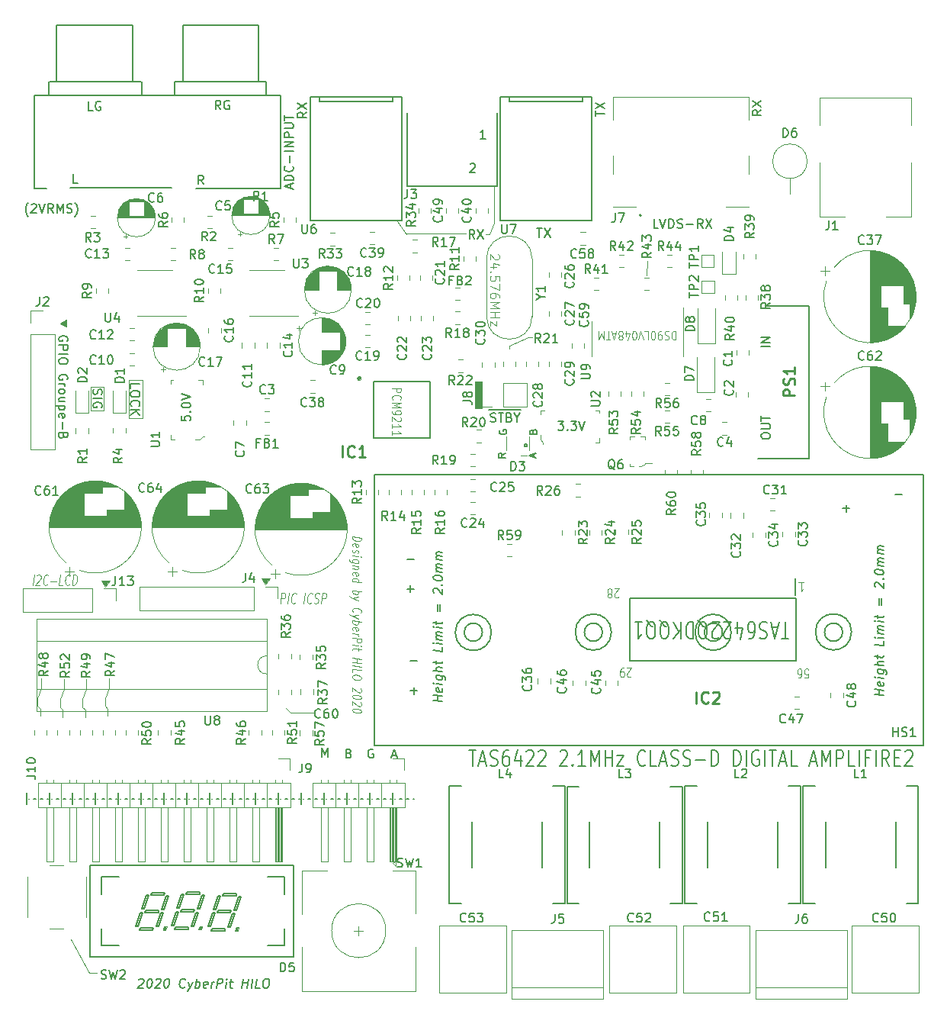
<source format=gto>
%TF.GenerationSoftware,KiCad,Pcbnew,(5.1.6-0-10_14)*%
%TF.CreationDate,2020-07-11T00:20:46+09:00*%
%TF.ProjectId,TAS6422AMP,54415336-3432-4324-914d-502e6b696361,rev?*%
%TF.SameCoordinates,Original*%
%TF.FileFunction,Legend,Top*%
%TF.FilePolarity,Positive*%
%FSLAX46Y46*%
G04 Gerber Fmt 4.6, Leading zero omitted, Abs format (unit mm)*
G04 Created by KiCad (PCBNEW (5.1.6-0-10_14)) date 2020-07-11 00:20:46*
%MOMM*%
%LPD*%
G01*
G04 APERTURE LIST*
%ADD10C,0.150000*%
%ADD11C,0.120000*%
%ADD12C,0.100000*%
%ADD13C,0.180000*%
%ADD14C,0.200000*%
%ADD15C,0.250000*%
%ADD16C,0.254000*%
G04 APERTURE END LIST*
D10*
X158366720Y-53753046D02*
X157890530Y-54086380D01*
X158366720Y-54324475D02*
X157366720Y-54324475D01*
X157366720Y-53943522D01*
X157414340Y-53848284D01*
X157461959Y-53800665D01*
X157557197Y-53753046D01*
X157700054Y-53753046D01*
X157795292Y-53800665D01*
X157842911Y-53848284D01*
X157890530Y-53943522D01*
X157890530Y-54324475D01*
X157366720Y-53419713D02*
X158366720Y-52753046D01*
X157366720Y-52753046D02*
X158366720Y-53419713D01*
X139929620Y-54416864D02*
X139929620Y-53845436D01*
X140929620Y-54131150D02*
X139929620Y-54131150D01*
X139929620Y-53607340D02*
X140929620Y-52940674D01*
X139929620Y-52940674D02*
X140929620Y-53607340D01*
X107881680Y-53986726D02*
X107405490Y-54320060D01*
X107881680Y-54558155D02*
X106881680Y-54558155D01*
X106881680Y-54177202D01*
X106929300Y-54081964D01*
X106976919Y-54034345D01*
X107072157Y-53986726D01*
X107215014Y-53986726D01*
X107310252Y-54034345D01*
X107357871Y-54081964D01*
X107405490Y-54177202D01*
X107405490Y-54558155D01*
X106881680Y-53653393D02*
X107881680Y-52986726D01*
X106881680Y-52986726D02*
X107881680Y-53653393D01*
X93975940Y-87704181D02*
X93975940Y-88180372D01*
X94452131Y-88227991D01*
X94404512Y-88180372D01*
X94356893Y-88085134D01*
X94356893Y-87847039D01*
X94404512Y-87751800D01*
X94452131Y-87704181D01*
X94547369Y-87656562D01*
X94785464Y-87656562D01*
X94880702Y-87704181D01*
X94928321Y-87751800D01*
X94975940Y-87847039D01*
X94975940Y-88085134D01*
X94928321Y-88180372D01*
X94880702Y-88227991D01*
X94880702Y-87227991D02*
X94928321Y-87180372D01*
X94975940Y-87227991D01*
X94928321Y-87275610D01*
X94880702Y-87227991D01*
X94975940Y-87227991D01*
X93975940Y-86561324D02*
X93975940Y-86466086D01*
X94023560Y-86370848D01*
X94071179Y-86323229D01*
X94166417Y-86275610D01*
X94356893Y-86227991D01*
X94594988Y-86227991D01*
X94785464Y-86275610D01*
X94880702Y-86323229D01*
X94928321Y-86370848D01*
X94975940Y-86466086D01*
X94975940Y-86561324D01*
X94928321Y-86656562D01*
X94880702Y-86704181D01*
X94785464Y-86751800D01*
X94594988Y-86799420D01*
X94356893Y-86799420D01*
X94166417Y-86751800D01*
X94071179Y-86704181D01*
X94023560Y-86656562D01*
X93975940Y-86561324D01*
X93975940Y-85942277D02*
X94975940Y-85608943D01*
X93975940Y-85275610D01*
X135777789Y-88273640D02*
X136396837Y-88273640D01*
X136063503Y-88654593D01*
X136206360Y-88654593D01*
X136301599Y-88702212D01*
X136349218Y-88749831D01*
X136396837Y-88845069D01*
X136396837Y-89083164D01*
X136349218Y-89178402D01*
X136301599Y-89226021D01*
X136206360Y-89273640D01*
X135920646Y-89273640D01*
X135825408Y-89226021D01*
X135777789Y-89178402D01*
X136825408Y-89178402D02*
X136873027Y-89226021D01*
X136825408Y-89273640D01*
X136777789Y-89226021D01*
X136825408Y-89178402D01*
X136825408Y-89273640D01*
X137206360Y-88273640D02*
X137825408Y-88273640D01*
X137492075Y-88654593D01*
X137634932Y-88654593D01*
X137730170Y-88702212D01*
X137777789Y-88749831D01*
X137825408Y-88845069D01*
X137825408Y-89083164D01*
X137777789Y-89178402D01*
X137730170Y-89226021D01*
X137634932Y-89273640D01*
X137349218Y-89273640D01*
X137253980Y-89226021D01*
X137206360Y-89178402D01*
X138111122Y-88273640D02*
X138444456Y-89273640D01*
X138777789Y-88273640D01*
D11*
X85366860Y-87088980D02*
X85374480Y-84447380D01*
X83911440Y-87106760D02*
X85366860Y-87088980D01*
X83896200Y-84465160D02*
X83911440Y-87106760D01*
X85384640Y-84449920D02*
X83896200Y-84465160D01*
X88110060Y-87947500D02*
X88143080Y-83723480D01*
X89679780Y-87962740D02*
X88110060Y-87947500D01*
X89679780Y-83705700D02*
X89679780Y-87962740D01*
X88110060Y-83705700D02*
X89679780Y-83705700D01*
D10*
X84207718Y-84751990D02*
X84160099Y-84894847D01*
X84160099Y-85132942D01*
X84207718Y-85228180D01*
X84255337Y-85275800D01*
X84350575Y-85323419D01*
X84445813Y-85323419D01*
X84541051Y-85275800D01*
X84588670Y-85228180D01*
X84636289Y-85132942D01*
X84683908Y-84942466D01*
X84731527Y-84847228D01*
X84779146Y-84799609D01*
X84874384Y-84751990D01*
X84969622Y-84751990D01*
X85064860Y-84799609D01*
X85112480Y-84847228D01*
X85160099Y-84942466D01*
X85160099Y-85180561D01*
X85112480Y-85323419D01*
X84160099Y-85751990D02*
X85160099Y-85751990D01*
X85112480Y-86751990D02*
X85160099Y-86656752D01*
X85160099Y-86513895D01*
X85112480Y-86371038D01*
X85017241Y-86275800D01*
X84922003Y-86228180D01*
X84731527Y-86180561D01*
X84588670Y-86180561D01*
X84398194Y-86228180D01*
X84302956Y-86275800D01*
X84207718Y-86371038D01*
X84160099Y-86513895D01*
X84160099Y-86609133D01*
X84207718Y-86751990D01*
X84255337Y-86799609D01*
X84588670Y-86799609D01*
X84588670Y-86609133D01*
X88346019Y-84647874D02*
X88346019Y-84171683D01*
X89346019Y-84171683D01*
X89346019Y-85171683D02*
X89346019Y-85362160D01*
X89298400Y-85457398D01*
X89203161Y-85552636D01*
X89012685Y-85600255D01*
X88679352Y-85600255D01*
X88488876Y-85552636D01*
X88393638Y-85457398D01*
X88346019Y-85362160D01*
X88346019Y-85171683D01*
X88393638Y-85076445D01*
X88488876Y-84981207D01*
X88679352Y-84933588D01*
X89012685Y-84933588D01*
X89203161Y-84981207D01*
X89298400Y-85076445D01*
X89346019Y-85171683D01*
X88441257Y-86600255D02*
X88393638Y-86552636D01*
X88346019Y-86409779D01*
X88346019Y-86314540D01*
X88393638Y-86171683D01*
X88488876Y-86076445D01*
X88584114Y-86028826D01*
X88774590Y-85981207D01*
X88917447Y-85981207D01*
X89107923Y-86028826D01*
X89203161Y-86076445D01*
X89298400Y-86171683D01*
X89346019Y-86314540D01*
X89346019Y-86409779D01*
X89298400Y-86552636D01*
X89250780Y-86600255D01*
X88346019Y-87028826D02*
X89346019Y-87028826D01*
X88346019Y-87600255D02*
X88917447Y-87171683D01*
X89346019Y-87600255D02*
X88774590Y-87028826D01*
D12*
G36*
X85524340Y-106662220D02*
G01*
X85124340Y-105962220D01*
X86024340Y-105962220D01*
X85524340Y-106662220D01*
G37*
X85524340Y-106662220D02*
X85124340Y-105962220D01*
X86024340Y-105962220D01*
X85524340Y-106662220D01*
D11*
X77454252Y-106486257D02*
X77604252Y-105286257D01*
X77932824Y-105400542D02*
X77978062Y-105343400D01*
X78061395Y-105286257D01*
X78251871Y-105286257D01*
X78320919Y-105343400D01*
X78351871Y-105400542D01*
X78375681Y-105514828D01*
X78361395Y-105629114D01*
X78301871Y-105800542D01*
X77759014Y-106486257D01*
X78254252Y-106486257D01*
X79068538Y-106371971D02*
X79023300Y-106429114D01*
X78901871Y-106486257D01*
X78825681Y-106486257D01*
X78718538Y-106429114D01*
X78656633Y-106314828D01*
X78632824Y-106200542D01*
X78623300Y-105971971D01*
X78644729Y-105800542D01*
X78711395Y-105571971D01*
X78763776Y-105457685D01*
X78854252Y-105343400D01*
X78975681Y-105286257D01*
X79051871Y-105286257D01*
X79159014Y-105343400D01*
X79189967Y-105400542D01*
X79454252Y-106029114D02*
X80063776Y-106029114D01*
X80768538Y-106486257D02*
X80387586Y-106486257D01*
X80537586Y-105286257D01*
X81506633Y-106371971D02*
X81461395Y-106429114D01*
X81339967Y-106486257D01*
X81263776Y-106486257D01*
X81156633Y-106429114D01*
X81094729Y-106314828D01*
X81070919Y-106200542D01*
X81061395Y-105971971D01*
X81082824Y-105800542D01*
X81149490Y-105571971D01*
X81201871Y-105457685D01*
X81292348Y-105343400D01*
X81413776Y-105286257D01*
X81489967Y-105286257D01*
X81597110Y-105343400D01*
X81628062Y-105400542D01*
X81835205Y-106486257D02*
X81985205Y-105286257D01*
X82175681Y-105286257D01*
X82282824Y-105343400D01*
X82344729Y-105457685D01*
X82368538Y-105571971D01*
X82378062Y-105800542D01*
X82356633Y-105971971D01*
X82289967Y-106200542D01*
X82237586Y-106314828D01*
X82147110Y-106429114D01*
X82025681Y-106486257D01*
X81835205Y-106486257D01*
X118965980Y-67508120D02*
X117942360Y-66131440D01*
X125536960Y-67457320D02*
X118993920Y-67464940D01*
X128197460Y-67502540D02*
X127797460Y-67502540D01*
X128697460Y-66302540D02*
X128197460Y-67502540D01*
D10*
X129297460Y-89293016D02*
X129259364Y-89369206D01*
X129259364Y-89483492D01*
X129297460Y-89597778D01*
X129373650Y-89673968D01*
X129449840Y-89712063D01*
X129602221Y-89750159D01*
X129716507Y-89750159D01*
X129868888Y-89712063D01*
X129945079Y-89673968D01*
X130021269Y-89597778D01*
X130059364Y-89483492D01*
X130059364Y-89407301D01*
X130021269Y-89293016D01*
X129983174Y-89254920D01*
X129716507Y-89254920D01*
X129716507Y-89407301D01*
X129959364Y-91854920D02*
X129578412Y-92121587D01*
X129959364Y-92312063D02*
X129159364Y-92312063D01*
X129159364Y-92007301D01*
X129197460Y-91931111D01*
X129235555Y-91893016D01*
X129311745Y-91854920D01*
X129426031Y-91854920D01*
X129502221Y-91893016D01*
X129540317Y-91931111D01*
X129578412Y-92007301D01*
X129578412Y-92312063D01*
X133040317Y-89445397D02*
X133078412Y-89331111D01*
X133116507Y-89293016D01*
X133192698Y-89254920D01*
X133306983Y-89254920D01*
X133383174Y-89293016D01*
X133421269Y-89331111D01*
X133459364Y-89407301D01*
X133459364Y-89712063D01*
X132659364Y-89712063D01*
X132659364Y-89445397D01*
X132697460Y-89369206D01*
X132735555Y-89331111D01*
X132811745Y-89293016D01*
X132887936Y-89293016D01*
X132964126Y-89331111D01*
X133002221Y-89369206D01*
X133040317Y-89445397D01*
X133040317Y-89712063D01*
X133130793Y-92293016D02*
X133130793Y-91912063D01*
X133359364Y-92369206D02*
X132559364Y-92102540D01*
X133359364Y-91835873D01*
D11*
X85897460Y-117902540D02*
X85497460Y-119002540D01*
X85497460Y-119002540D02*
X85497460Y-119902540D01*
X85797460Y-120202540D02*
X85797460Y-121002540D01*
X85497460Y-119902540D02*
X85797460Y-120202540D01*
X85897460Y-116802540D02*
X85897460Y-117902540D01*
X83397460Y-118002540D02*
X82997460Y-119102540D01*
X82997460Y-119102540D02*
X82997460Y-120002540D01*
X83297460Y-120302540D02*
X83297460Y-121102540D01*
X82997460Y-120002540D02*
X83297460Y-120302540D01*
X83397460Y-116902540D02*
X83397460Y-118002540D01*
X78397460Y-117902540D02*
X77997460Y-119002540D01*
X77997460Y-119002540D02*
X77997460Y-119902540D01*
X78297460Y-120202540D02*
X78297460Y-121002540D01*
X77997460Y-119902540D02*
X78297460Y-120202540D01*
X78397460Y-116802540D02*
X78397460Y-117902540D01*
X80797460Y-120302540D02*
X80797460Y-121102540D01*
X80497460Y-120002540D02*
X80797460Y-120302540D01*
X80497460Y-119102540D02*
X80497460Y-120002540D01*
X80897460Y-118002540D02*
X80497460Y-119102540D01*
X80897460Y-116902540D02*
X80897460Y-118002540D01*
D10*
X158349840Y-90002540D02*
X158349840Y-89812063D01*
X158397460Y-89716825D01*
X158492698Y-89621587D01*
X158683174Y-89573968D01*
X159016507Y-89573968D01*
X159206983Y-89621587D01*
X159302221Y-89716825D01*
X159349840Y-89812063D01*
X159349840Y-90002540D01*
X159302221Y-90097778D01*
X159206983Y-90193016D01*
X159016507Y-90240635D01*
X158683174Y-90240635D01*
X158492698Y-90193016D01*
X158397460Y-90097778D01*
X158349840Y-90002540D01*
X158349840Y-89145397D02*
X159159364Y-89145397D01*
X159254602Y-89097778D01*
X159302221Y-89050159D01*
X159349840Y-88954920D01*
X159349840Y-88764444D01*
X159302221Y-88669206D01*
X159254602Y-88621587D01*
X159159364Y-88573968D01*
X158349840Y-88573968D01*
X158349840Y-88240635D02*
X158349840Y-87669206D01*
X159349840Y-87954920D02*
X158349840Y-87954920D01*
X159349840Y-80026349D02*
X158349840Y-80026349D01*
X159349840Y-79550159D02*
X158349840Y-79550159D01*
X159349840Y-78978730D01*
X158349840Y-78978730D01*
D12*
G36*
X127297460Y-86802540D02*
G01*
X126597460Y-86802540D01*
X126597460Y-83902540D01*
X127297460Y-83902540D01*
X127297460Y-86802540D01*
G37*
X127297460Y-86802540D02*
X126597460Y-86802540D01*
X126597460Y-83902540D01*
X127297460Y-83902540D01*
X127297460Y-86802540D01*
G36*
X81197460Y-77802540D02*
G01*
X80497460Y-77402540D01*
X81197460Y-77002540D01*
X81197460Y-77802540D01*
G37*
X81197460Y-77802540D02*
X80497460Y-77402540D01*
X81197460Y-77002540D01*
X81197460Y-77802540D01*
G36*
X103306880Y-106415840D02*
G01*
X102906880Y-105715840D01*
X103806880Y-105715840D01*
X103306880Y-106415840D01*
G37*
X103306880Y-106415840D02*
X102906880Y-105715840D01*
X103806880Y-105715840D01*
X103306880Y-106415840D01*
D11*
X104947222Y-108530957D02*
X105097222Y-107330957D01*
X105401984Y-107330957D01*
X105471031Y-107388100D01*
X105501984Y-107445242D01*
X105525793Y-107559528D01*
X105504365Y-107730957D01*
X105451984Y-107845242D01*
X105406746Y-107902385D01*
X105323412Y-107959528D01*
X105018650Y-107959528D01*
X105747222Y-108530957D02*
X105897222Y-107330957D01*
X106599603Y-108416671D02*
X106554365Y-108473814D01*
X106432936Y-108530957D01*
X106356746Y-108530957D01*
X106249603Y-108473814D01*
X106187698Y-108359528D01*
X106163889Y-108245242D01*
X106154365Y-108016671D01*
X106175793Y-107845242D01*
X106242460Y-107616671D01*
X106294841Y-107502385D01*
X106385317Y-107388100D01*
X106506746Y-107330957D01*
X106582936Y-107330957D01*
X106690079Y-107388100D01*
X106721031Y-107445242D01*
X107537698Y-108530957D02*
X107687698Y-107330957D01*
X108390079Y-108416671D02*
X108344841Y-108473814D01*
X108223412Y-108530957D01*
X108147222Y-108530957D01*
X108040079Y-108473814D01*
X107978174Y-108359528D01*
X107954365Y-108245242D01*
X107944841Y-108016671D01*
X107966270Y-107845242D01*
X108032936Y-107616671D01*
X108085317Y-107502385D01*
X108175793Y-107388100D01*
X108297222Y-107330957D01*
X108373412Y-107330957D01*
X108480555Y-107388100D01*
X108511508Y-107445242D01*
X108687698Y-108473814D02*
X108794841Y-108530957D01*
X108985317Y-108530957D01*
X109068650Y-108473814D01*
X109113889Y-108416671D01*
X109166270Y-108302385D01*
X109180555Y-108188100D01*
X109156746Y-108073814D01*
X109125793Y-108016671D01*
X109056746Y-107959528D01*
X108911508Y-107902385D01*
X108842460Y-107845242D01*
X108811508Y-107788100D01*
X108787698Y-107673814D01*
X108801984Y-107559528D01*
X108854365Y-107445242D01*
X108899603Y-107388100D01*
X108982936Y-107330957D01*
X109173412Y-107330957D01*
X109280555Y-107388100D01*
X109480555Y-108530957D02*
X109630555Y-107330957D01*
X109935317Y-107330957D01*
X110004365Y-107388100D01*
X110035317Y-107445242D01*
X110059127Y-107559528D01*
X110037698Y-107730957D01*
X109985317Y-107845242D01*
X109940079Y-107902385D01*
X109856746Y-107959528D01*
X109551984Y-107959528D01*
X112945079Y-101071659D02*
X113945079Y-101196659D01*
X113945079Y-101387135D01*
X113897460Y-101495468D01*
X113802221Y-101559754D01*
X113706983Y-101585944D01*
X113516507Y-101600230D01*
X113373650Y-101582373D01*
X113183174Y-101520468D01*
X113087936Y-101470468D01*
X112992698Y-101382373D01*
X112945079Y-101262135D01*
X112945079Y-101071659D01*
X112992698Y-102182373D02*
X112945079Y-102100230D01*
X112945079Y-101947849D01*
X112992698Y-101877611D01*
X113087936Y-101851420D01*
X113468888Y-101899040D01*
X113564126Y-101949040D01*
X113611745Y-102031182D01*
X113611745Y-102183563D01*
X113564126Y-102253801D01*
X113468888Y-102279992D01*
X113373650Y-102268087D01*
X113278412Y-101875230D01*
X112992698Y-102525230D02*
X112945079Y-102595468D01*
X112945079Y-102747849D01*
X112992698Y-102829992D01*
X113087936Y-102879992D01*
X113135555Y-102885944D01*
X113230793Y-102859754D01*
X113278412Y-102789516D01*
X113278412Y-102675230D01*
X113326031Y-102604992D01*
X113421269Y-102578801D01*
X113468888Y-102584754D01*
X113564126Y-102634754D01*
X113611745Y-102716897D01*
X113611745Y-102831182D01*
X113564126Y-102901420D01*
X112945079Y-103204992D02*
X113611745Y-103288325D01*
X113945079Y-103329992D02*
X113897460Y-103285944D01*
X113849840Y-103318087D01*
X113897460Y-103362135D01*
X113945079Y-103329992D01*
X113849840Y-103318087D01*
X113611745Y-104012135D02*
X112802221Y-103910944D01*
X112706983Y-103860944D01*
X112659364Y-103816897D01*
X112611745Y-103734754D01*
X112611745Y-103620468D01*
X112659364Y-103550230D01*
X112992698Y-103934754D02*
X112945079Y-103852611D01*
X112945079Y-103700230D01*
X112992698Y-103629992D01*
X113040317Y-103597849D01*
X113135555Y-103571659D01*
X113421269Y-103607373D01*
X113516507Y-103657373D01*
X113564126Y-103701420D01*
X113611745Y-103783563D01*
X113611745Y-103935944D01*
X113564126Y-104006182D01*
X113611745Y-104393087D02*
X112945079Y-104309754D01*
X113516507Y-104381182D02*
X113564126Y-104425230D01*
X113611745Y-104507373D01*
X113611745Y-104621659D01*
X113564126Y-104691897D01*
X113468888Y-104718087D01*
X112945079Y-104652611D01*
X112992698Y-105344278D02*
X112945079Y-105262135D01*
X112945079Y-105109754D01*
X112992698Y-105039516D01*
X113087936Y-105013325D01*
X113468888Y-105060944D01*
X113564126Y-105110944D01*
X113611745Y-105193087D01*
X113611745Y-105345468D01*
X113564126Y-105415706D01*
X113468888Y-105441897D01*
X113373650Y-105429992D01*
X113278412Y-105037135D01*
X112945079Y-106062135D02*
X113945079Y-106187135D01*
X112992698Y-106068087D02*
X112945079Y-105985944D01*
X112945079Y-105833563D01*
X112992698Y-105763325D01*
X113040317Y-105731182D01*
X113135555Y-105704992D01*
X113421269Y-105740706D01*
X113516507Y-105790706D01*
X113564126Y-105834754D01*
X113611745Y-105916897D01*
X113611745Y-106069278D01*
X113564126Y-106139516D01*
X112945079Y-107052611D02*
X113945079Y-107177611D01*
X113564126Y-107129992D02*
X113611745Y-107212135D01*
X113611745Y-107364516D01*
X113564126Y-107434754D01*
X113516507Y-107466897D01*
X113421269Y-107493087D01*
X113135555Y-107457373D01*
X113040317Y-107407373D01*
X112992698Y-107363325D01*
X112945079Y-107281182D01*
X112945079Y-107128801D01*
X112992698Y-107058563D01*
X113611745Y-107783563D02*
X112945079Y-107890706D01*
X113611745Y-108164516D02*
X112945079Y-107890706D01*
X112706983Y-107784754D01*
X112659364Y-107740706D01*
X112611745Y-107658563D01*
X113040317Y-109464516D02*
X112992698Y-109420468D01*
X112945079Y-109300230D01*
X112945079Y-109224040D01*
X112992698Y-109115706D01*
X113087936Y-109051420D01*
X113183174Y-109025230D01*
X113373650Y-109010944D01*
X113516507Y-109028801D01*
X113706983Y-109090706D01*
X113802221Y-109140706D01*
X113897460Y-109228801D01*
X113945079Y-109349040D01*
X113945079Y-109425230D01*
X113897460Y-109533563D01*
X113849840Y-109565706D01*
X113611745Y-109802611D02*
X112945079Y-109909754D01*
X113611745Y-110183563D02*
X112945079Y-109909754D01*
X112706983Y-109803801D01*
X112659364Y-109759754D01*
X112611745Y-109677611D01*
X112945079Y-110404992D02*
X113945079Y-110529992D01*
X113564126Y-110482373D02*
X113611745Y-110564516D01*
X113611745Y-110716897D01*
X113564126Y-110787135D01*
X113516507Y-110819278D01*
X113421269Y-110845468D01*
X113135555Y-110809754D01*
X113040317Y-110759754D01*
X112992698Y-110715706D01*
X112945079Y-110633563D01*
X112945079Y-110481182D01*
X112992698Y-110410944D01*
X112992698Y-111439516D02*
X112945079Y-111357373D01*
X112945079Y-111204992D01*
X112992698Y-111134754D01*
X113087936Y-111108563D01*
X113468888Y-111156182D01*
X113564126Y-111206182D01*
X113611745Y-111288325D01*
X113611745Y-111440706D01*
X113564126Y-111510944D01*
X113468888Y-111537135D01*
X113373650Y-111525230D01*
X113278412Y-111132373D01*
X112945079Y-111814516D02*
X113611745Y-111897849D01*
X113421269Y-111874040D02*
X113516507Y-111924040D01*
X113564126Y-111968087D01*
X113611745Y-112050230D01*
X113611745Y-112126420D01*
X112945079Y-112309754D02*
X113945079Y-112434754D01*
X113945079Y-112739516D01*
X113897460Y-112809754D01*
X113849840Y-112841897D01*
X113754602Y-112868087D01*
X113611745Y-112850230D01*
X113516507Y-112800230D01*
X113468888Y-112756182D01*
X113421269Y-112674040D01*
X113421269Y-112369278D01*
X112945079Y-113109754D02*
X113611745Y-113193087D01*
X113945079Y-113234754D02*
X113897460Y-113190706D01*
X113849840Y-113222849D01*
X113897460Y-113266897D01*
X113945079Y-113234754D01*
X113849840Y-113222849D01*
X113611745Y-113459754D02*
X113611745Y-113764516D01*
X113945079Y-113615706D02*
X113087936Y-113508563D01*
X112992698Y-113534754D01*
X112945079Y-113604992D01*
X112945079Y-113681182D01*
X112945079Y-114557373D02*
X113945079Y-114682373D01*
X113468888Y-114622849D02*
X113468888Y-115079992D01*
X112945079Y-115014516D02*
X113945079Y-115139516D01*
X112945079Y-115395468D02*
X113945079Y-115520468D01*
X112945079Y-116157373D02*
X112945079Y-115776420D01*
X113945079Y-115901420D01*
X113945079Y-116701420D02*
X113945079Y-116853801D01*
X113897460Y-116924040D01*
X113802221Y-116988325D01*
X113611745Y-117002611D01*
X113278412Y-116960944D01*
X113087936Y-116899040D01*
X112992698Y-116810944D01*
X112945079Y-116728801D01*
X112945079Y-116576420D01*
X112992698Y-116506182D01*
X113087936Y-116441897D01*
X113278412Y-116427611D01*
X113611745Y-116469278D01*
X113802221Y-116531182D01*
X113897460Y-116619278D01*
X113945079Y-116701420D01*
X113849840Y-117946659D02*
X113897460Y-117990706D01*
X113945079Y-118072849D01*
X113945079Y-118263325D01*
X113897460Y-118333563D01*
X113849840Y-118365706D01*
X113754602Y-118391897D01*
X113659364Y-118379992D01*
X113516507Y-118324040D01*
X112945079Y-117795468D01*
X112945079Y-118290706D01*
X113945079Y-118910944D02*
X113945079Y-118987135D01*
X113897460Y-119057373D01*
X113849840Y-119089516D01*
X113754602Y-119115706D01*
X113564126Y-119129992D01*
X113326031Y-119100230D01*
X113135555Y-119038325D01*
X113040317Y-118988325D01*
X112992698Y-118944278D01*
X112945079Y-118862135D01*
X112945079Y-118785944D01*
X112992698Y-118715706D01*
X113040317Y-118683563D01*
X113135555Y-118657373D01*
X113326031Y-118643087D01*
X113564126Y-118672849D01*
X113754602Y-118734754D01*
X113849840Y-118784754D01*
X113897460Y-118828801D01*
X113945079Y-118910944D01*
X113849840Y-119470468D02*
X113897460Y-119514516D01*
X113945079Y-119596659D01*
X113945079Y-119787135D01*
X113897460Y-119857373D01*
X113849840Y-119889516D01*
X113754602Y-119915706D01*
X113659364Y-119903801D01*
X113516507Y-119847849D01*
X112945079Y-119319278D01*
X112945079Y-119814516D01*
X113945079Y-120434754D02*
X113945079Y-120510944D01*
X113897460Y-120581182D01*
X113849840Y-120613325D01*
X113754602Y-120639516D01*
X113564126Y-120653801D01*
X113326031Y-120624040D01*
X113135555Y-120562135D01*
X113040317Y-120512135D01*
X112992698Y-120468087D01*
X112945079Y-120385944D01*
X112945079Y-120309754D01*
X112992698Y-120239516D01*
X113040317Y-120207373D01*
X113135555Y-120181182D01*
X113326031Y-120166897D01*
X113564126Y-120196659D01*
X113754602Y-120258563D01*
X113849840Y-120308563D01*
X113897460Y-120352611D01*
X113945079Y-120434754D01*
D10*
X81307560Y-79380081D02*
X81355179Y-79284843D01*
X81355179Y-79141986D01*
X81307560Y-78999129D01*
X81212321Y-78903891D01*
X81117083Y-78856272D01*
X80926607Y-78808653D01*
X80783750Y-78808653D01*
X80593274Y-78856272D01*
X80498036Y-78903891D01*
X80402798Y-78999129D01*
X80355179Y-79141986D01*
X80355179Y-79237224D01*
X80402798Y-79380081D01*
X80450417Y-79427700D01*
X80783750Y-79427700D01*
X80783750Y-79237224D01*
X80355179Y-79856272D02*
X81355179Y-79856272D01*
X81355179Y-80237224D01*
X81307560Y-80332462D01*
X81259940Y-80380081D01*
X81164702Y-80427700D01*
X81021845Y-80427700D01*
X80926607Y-80380081D01*
X80878988Y-80332462D01*
X80831369Y-80237224D01*
X80831369Y-79856272D01*
X80355179Y-80856272D02*
X81355179Y-80856272D01*
X81355179Y-81522939D02*
X81355179Y-81713415D01*
X81307560Y-81808653D01*
X81212321Y-81903891D01*
X81021845Y-81951510D01*
X80688512Y-81951510D01*
X80498036Y-81903891D01*
X80402798Y-81808653D01*
X80355179Y-81713415D01*
X80355179Y-81522939D01*
X80402798Y-81427700D01*
X80498036Y-81332462D01*
X80688512Y-81284843D01*
X81021845Y-81284843D01*
X81212321Y-81332462D01*
X81307560Y-81427700D01*
X81355179Y-81522939D01*
X81307560Y-83665796D02*
X81355179Y-83570558D01*
X81355179Y-83427700D01*
X81307560Y-83284843D01*
X81212321Y-83189605D01*
X81117083Y-83141986D01*
X80926607Y-83094367D01*
X80783750Y-83094367D01*
X80593274Y-83141986D01*
X80498036Y-83189605D01*
X80402798Y-83284843D01*
X80355179Y-83427700D01*
X80355179Y-83522939D01*
X80402798Y-83665796D01*
X80450417Y-83713415D01*
X80783750Y-83713415D01*
X80783750Y-83522939D01*
X80355179Y-84141986D02*
X81021845Y-84141986D01*
X80831369Y-84141986D02*
X80926607Y-84189605D01*
X80974226Y-84237224D01*
X81021845Y-84332462D01*
X81021845Y-84427700D01*
X80355179Y-84903891D02*
X80402798Y-84808653D01*
X80450417Y-84761034D01*
X80545655Y-84713415D01*
X80831369Y-84713415D01*
X80926607Y-84761034D01*
X80974226Y-84808653D01*
X81021845Y-84903891D01*
X81021845Y-85046748D01*
X80974226Y-85141986D01*
X80926607Y-85189605D01*
X80831369Y-85237224D01*
X80545655Y-85237224D01*
X80450417Y-85189605D01*
X80402798Y-85141986D01*
X80355179Y-85046748D01*
X80355179Y-84903891D01*
X81021845Y-86094367D02*
X80355179Y-86094367D01*
X81021845Y-85665796D02*
X80498036Y-85665796D01*
X80402798Y-85713415D01*
X80355179Y-85808653D01*
X80355179Y-85951510D01*
X80402798Y-86046748D01*
X80450417Y-86094367D01*
X81021845Y-86570558D02*
X80021845Y-86570558D01*
X80974226Y-86570558D02*
X81021845Y-86665796D01*
X81021845Y-86856272D01*
X80974226Y-86951510D01*
X80926607Y-86999129D01*
X80831369Y-87046748D01*
X80545655Y-87046748D01*
X80450417Y-86999129D01*
X80402798Y-86951510D01*
X80355179Y-86856272D01*
X80355179Y-86665796D01*
X80402798Y-86570558D01*
X80402798Y-87856272D02*
X80355179Y-87761034D01*
X80355179Y-87570558D01*
X80402798Y-87475320D01*
X80498036Y-87427700D01*
X80878988Y-87427700D01*
X80974226Y-87475320D01*
X81021845Y-87570558D01*
X81021845Y-87761034D01*
X80974226Y-87856272D01*
X80878988Y-87903891D01*
X80783750Y-87903891D01*
X80688512Y-87427700D01*
X80736131Y-88332462D02*
X80736131Y-89094367D01*
X80878988Y-89903891D02*
X80831369Y-90046748D01*
X80783750Y-90094367D01*
X80688512Y-90141986D01*
X80545655Y-90141986D01*
X80450417Y-90094367D01*
X80402798Y-90046748D01*
X80355179Y-89951510D01*
X80355179Y-89570558D01*
X81355179Y-89570558D01*
X81355179Y-89903891D01*
X81307560Y-89999129D01*
X81259940Y-90046748D01*
X81164702Y-90094367D01*
X81069464Y-90094367D01*
X80974226Y-90046748D01*
X80926607Y-89999129D01*
X80878988Y-89903891D01*
X80878988Y-89570558D01*
X89248665Y-150250159D02*
X89302236Y-150202540D01*
X89403427Y-150154920D01*
X89641522Y-150154920D01*
X89730808Y-150202540D01*
X89772474Y-150250159D01*
X89808189Y-150345397D01*
X89796284Y-150440635D01*
X89730808Y-150583492D01*
X89087951Y-151154920D01*
X89706998Y-151154920D01*
X90451046Y-150154920D02*
X90546284Y-150154920D01*
X90635570Y-150202540D01*
X90677236Y-150250159D01*
X90712951Y-150345397D01*
X90736760Y-150535873D01*
X90706998Y-150773968D01*
X90635570Y-150964444D01*
X90576046Y-151059682D01*
X90522474Y-151107301D01*
X90421284Y-151154920D01*
X90326046Y-151154920D01*
X90236760Y-151107301D01*
X90195093Y-151059682D01*
X90159379Y-150964444D01*
X90135570Y-150773968D01*
X90165332Y-150535873D01*
X90236760Y-150345397D01*
X90296284Y-150250159D01*
X90349855Y-150202540D01*
X90451046Y-150154920D01*
X91153427Y-150250159D02*
X91206998Y-150202540D01*
X91308189Y-150154920D01*
X91546284Y-150154920D01*
X91635570Y-150202540D01*
X91677236Y-150250159D01*
X91712951Y-150345397D01*
X91701046Y-150440635D01*
X91635570Y-150583492D01*
X90992712Y-151154920D01*
X91611760Y-151154920D01*
X92355808Y-150154920D02*
X92451046Y-150154920D01*
X92540332Y-150202540D01*
X92581998Y-150250159D01*
X92617712Y-150345397D01*
X92641522Y-150535873D01*
X92611760Y-150773968D01*
X92540332Y-150964444D01*
X92480808Y-151059682D01*
X92427236Y-151107301D01*
X92326046Y-151154920D01*
X92230808Y-151154920D01*
X92141522Y-151107301D01*
X92099855Y-151059682D01*
X92064141Y-150964444D01*
X92040332Y-150773968D01*
X92070093Y-150535873D01*
X92141522Y-150345397D01*
X92201046Y-150250159D01*
X92254617Y-150202540D01*
X92355808Y-150154920D01*
X94337951Y-151059682D02*
X94284379Y-151107301D01*
X94135570Y-151154920D01*
X94040332Y-151154920D01*
X93903427Y-151107301D01*
X93820093Y-151012063D01*
X93784379Y-150916825D01*
X93760570Y-150726349D01*
X93778427Y-150583492D01*
X93849855Y-150393016D01*
X93909379Y-150297778D01*
X94016522Y-150202540D01*
X94165332Y-150154920D01*
X94260570Y-150154920D01*
X94397474Y-150202540D01*
X94439141Y-150250159D01*
X94742712Y-150488254D02*
X94897474Y-151154920D01*
X95218903Y-150488254D02*
X94897474Y-151154920D01*
X94772474Y-151393016D01*
X94718903Y-151440635D01*
X94617712Y-151488254D01*
X95516522Y-151154920D02*
X95641522Y-150154920D01*
X95593903Y-150535873D02*
X95695093Y-150488254D01*
X95885570Y-150488254D01*
X95974855Y-150535873D01*
X96016522Y-150583492D01*
X96052236Y-150678730D01*
X96016522Y-150964444D01*
X95956998Y-151059682D01*
X95903427Y-151107301D01*
X95802236Y-151154920D01*
X95611760Y-151154920D01*
X95522474Y-151107301D01*
X96808189Y-151107301D02*
X96706998Y-151154920D01*
X96516522Y-151154920D01*
X96427236Y-151107301D01*
X96391522Y-151012063D01*
X96439141Y-150631111D01*
X96498665Y-150535873D01*
X96599855Y-150488254D01*
X96790332Y-150488254D01*
X96879617Y-150535873D01*
X96915332Y-150631111D01*
X96903427Y-150726349D01*
X96415332Y-150821587D01*
X97278427Y-151154920D02*
X97361760Y-150488254D01*
X97337951Y-150678730D02*
X97397474Y-150583492D01*
X97451046Y-150535873D01*
X97552236Y-150488254D01*
X97647474Y-150488254D01*
X97897474Y-151154920D02*
X98022474Y-150154920D01*
X98403427Y-150154920D01*
X98492712Y-150202540D01*
X98534379Y-150250159D01*
X98570093Y-150345397D01*
X98552236Y-150488254D01*
X98492712Y-150583492D01*
X98439141Y-150631111D01*
X98337951Y-150678730D01*
X97956998Y-150678730D01*
X98897474Y-151154920D02*
X98980808Y-150488254D01*
X99022474Y-150154920D02*
X98968903Y-150202540D01*
X99010570Y-150250159D01*
X99064141Y-150202540D01*
X99022474Y-150154920D01*
X99010570Y-150250159D01*
X99314141Y-150488254D02*
X99695093Y-150488254D01*
X99498665Y-150154920D02*
X99391522Y-151012063D01*
X99427236Y-151107301D01*
X99516522Y-151154920D01*
X99611760Y-151154920D01*
X100706998Y-151154920D02*
X100831998Y-150154920D01*
X100772474Y-150631111D02*
X101343903Y-150631111D01*
X101278427Y-151154920D02*
X101403427Y-150154920D01*
X101754617Y-151154920D02*
X101879617Y-150154920D01*
X102706998Y-151154920D02*
X102230808Y-151154920D01*
X102355808Y-150154920D01*
X103355808Y-150154920D02*
X103546284Y-150154920D01*
X103635570Y-150202540D01*
X103718903Y-150297778D01*
X103742712Y-150488254D01*
X103701046Y-150821587D01*
X103629617Y-151012063D01*
X103522474Y-151107301D01*
X103421284Y-151154920D01*
X103230808Y-151154920D01*
X103141522Y-151107301D01*
X103058189Y-151012063D01*
X103034379Y-150821587D01*
X103076046Y-150488254D01*
X103147474Y-150297778D01*
X103254617Y-150202540D01*
X103355808Y-150154920D01*
D13*
X125883900Y-124759525D02*
X126683900Y-124759525D01*
X126283900Y-126559525D02*
X126283900Y-124759525D01*
X127083900Y-126045240D02*
X127750566Y-126045240D01*
X126950566Y-126559525D02*
X127417233Y-124759525D01*
X127883900Y-126559525D01*
X128283900Y-126473811D02*
X128483900Y-126559525D01*
X128817233Y-126559525D01*
X128950566Y-126473811D01*
X129017233Y-126388097D01*
X129083900Y-126216668D01*
X129083900Y-126045240D01*
X129017233Y-125873811D01*
X128950566Y-125788097D01*
X128817233Y-125702382D01*
X128550566Y-125616668D01*
X128417233Y-125530954D01*
X128350566Y-125445240D01*
X128283900Y-125273811D01*
X128283900Y-125102382D01*
X128350566Y-124930954D01*
X128417233Y-124845240D01*
X128550566Y-124759525D01*
X128883900Y-124759525D01*
X129083900Y-124845240D01*
X130283900Y-124759525D02*
X130017233Y-124759525D01*
X129883900Y-124845240D01*
X129817233Y-124930954D01*
X129683900Y-125188097D01*
X129617233Y-125530954D01*
X129617233Y-126216668D01*
X129683900Y-126388097D01*
X129750566Y-126473811D01*
X129883900Y-126559525D01*
X130150566Y-126559525D01*
X130283900Y-126473811D01*
X130350566Y-126388097D01*
X130417233Y-126216668D01*
X130417233Y-125788097D01*
X130350566Y-125616668D01*
X130283900Y-125530954D01*
X130150566Y-125445240D01*
X129883900Y-125445240D01*
X129750566Y-125530954D01*
X129683900Y-125616668D01*
X129617233Y-125788097D01*
X131617233Y-125359525D02*
X131617233Y-126559525D01*
X131283900Y-124673811D02*
X130950566Y-125959525D01*
X131817233Y-125959525D01*
X132283900Y-124930954D02*
X132350566Y-124845240D01*
X132483900Y-124759525D01*
X132817233Y-124759525D01*
X132950566Y-124845240D01*
X133017233Y-124930954D01*
X133083900Y-125102382D01*
X133083900Y-125273811D01*
X133017233Y-125530954D01*
X132217233Y-126559525D01*
X133083900Y-126559525D01*
X133617233Y-124930954D02*
X133683900Y-124845240D01*
X133817233Y-124759525D01*
X134150566Y-124759525D01*
X134283900Y-124845240D01*
X134350566Y-124930954D01*
X134417233Y-125102382D01*
X134417233Y-125273811D01*
X134350566Y-125530954D01*
X133550566Y-126559525D01*
X134417233Y-126559525D01*
X136017233Y-124930954D02*
X136083900Y-124845240D01*
X136217233Y-124759525D01*
X136550566Y-124759525D01*
X136683900Y-124845240D01*
X136750566Y-124930954D01*
X136817233Y-125102382D01*
X136817233Y-125273811D01*
X136750566Y-125530954D01*
X135950566Y-126559525D01*
X136817233Y-126559525D01*
X137417233Y-126388097D02*
X137483900Y-126473811D01*
X137417233Y-126559525D01*
X137350566Y-126473811D01*
X137417233Y-126388097D01*
X137417233Y-126559525D01*
X138817233Y-126559525D02*
X138017233Y-126559525D01*
X138417233Y-126559525D02*
X138417233Y-124759525D01*
X138283900Y-125016668D01*
X138150566Y-125188097D01*
X138017233Y-125273811D01*
X139417233Y-126559525D02*
X139417233Y-124759525D01*
X139883900Y-126045240D01*
X140350566Y-124759525D01*
X140350566Y-126559525D01*
X141017233Y-126559525D02*
X141017233Y-124759525D01*
X141017233Y-125616668D02*
X141817233Y-125616668D01*
X141817233Y-126559525D02*
X141817233Y-124759525D01*
X142350566Y-125359525D02*
X143083900Y-125359525D01*
X142350566Y-126559525D01*
X143083900Y-126559525D01*
X145483900Y-126388097D02*
X145417233Y-126473811D01*
X145217233Y-126559525D01*
X145083900Y-126559525D01*
X144883900Y-126473811D01*
X144750566Y-126302382D01*
X144683900Y-126130954D01*
X144617233Y-125788097D01*
X144617233Y-125530954D01*
X144683900Y-125188097D01*
X144750566Y-125016668D01*
X144883900Y-124845240D01*
X145083900Y-124759525D01*
X145217233Y-124759525D01*
X145417233Y-124845240D01*
X145483900Y-124930954D01*
X146750566Y-126559525D02*
X146083900Y-126559525D01*
X146083900Y-124759525D01*
X147150566Y-126045240D02*
X147817233Y-126045240D01*
X147017233Y-126559525D02*
X147483900Y-124759525D01*
X147950566Y-126559525D01*
X148350566Y-126473811D02*
X148550566Y-126559525D01*
X148883900Y-126559525D01*
X149017233Y-126473811D01*
X149083900Y-126388097D01*
X149150566Y-126216668D01*
X149150566Y-126045240D01*
X149083900Y-125873811D01*
X149017233Y-125788097D01*
X148883900Y-125702382D01*
X148617233Y-125616668D01*
X148483900Y-125530954D01*
X148417233Y-125445240D01*
X148350566Y-125273811D01*
X148350566Y-125102382D01*
X148417233Y-124930954D01*
X148483900Y-124845240D01*
X148617233Y-124759525D01*
X148950566Y-124759525D01*
X149150566Y-124845240D01*
X149683900Y-126473811D02*
X149883900Y-126559525D01*
X150217233Y-126559525D01*
X150350566Y-126473811D01*
X150417233Y-126388097D01*
X150483900Y-126216668D01*
X150483900Y-126045240D01*
X150417233Y-125873811D01*
X150350566Y-125788097D01*
X150217233Y-125702382D01*
X149950566Y-125616668D01*
X149817233Y-125530954D01*
X149750566Y-125445240D01*
X149683900Y-125273811D01*
X149683900Y-125102382D01*
X149750566Y-124930954D01*
X149817233Y-124845240D01*
X149950566Y-124759525D01*
X150283900Y-124759525D01*
X150483900Y-124845240D01*
X151083900Y-125873811D02*
X152150566Y-125873811D01*
X152817233Y-126559525D02*
X152817233Y-124759525D01*
X153150566Y-124759525D01*
X153350566Y-124845240D01*
X153483900Y-125016668D01*
X153550566Y-125188097D01*
X153617233Y-125530954D01*
X153617233Y-125788097D01*
X153550566Y-126130954D01*
X153483900Y-126302382D01*
X153350566Y-126473811D01*
X153150566Y-126559525D01*
X152817233Y-126559525D01*
X155283900Y-126559525D02*
X155283900Y-124759525D01*
X155617233Y-124759525D01*
X155817233Y-124845240D01*
X155950566Y-125016668D01*
X156017233Y-125188097D01*
X156083900Y-125530954D01*
X156083900Y-125788097D01*
X156017233Y-126130954D01*
X155950566Y-126302382D01*
X155817233Y-126473811D01*
X155617233Y-126559525D01*
X155283900Y-126559525D01*
X156683900Y-126559525D02*
X156683900Y-124759525D01*
X158083900Y-124845240D02*
X157950566Y-124759525D01*
X157750566Y-124759525D01*
X157550566Y-124845240D01*
X157417233Y-125016668D01*
X157350566Y-125188097D01*
X157283900Y-125530954D01*
X157283900Y-125788097D01*
X157350566Y-126130954D01*
X157417233Y-126302382D01*
X157550566Y-126473811D01*
X157750566Y-126559525D01*
X157883900Y-126559525D01*
X158083900Y-126473811D01*
X158150566Y-126388097D01*
X158150566Y-125788097D01*
X157883900Y-125788097D01*
X158750566Y-126559525D02*
X158750566Y-124759525D01*
X159217233Y-124759525D02*
X160017233Y-124759525D01*
X159617233Y-126559525D02*
X159617233Y-124759525D01*
X160417233Y-126045240D02*
X161083900Y-126045240D01*
X160283900Y-126559525D02*
X160750566Y-124759525D01*
X161217233Y-126559525D01*
X162350566Y-126559525D02*
X161683900Y-126559525D01*
X161683900Y-124759525D01*
X163817233Y-126045240D02*
X164483900Y-126045240D01*
X163683900Y-126559525D02*
X164150566Y-124759525D01*
X164617233Y-126559525D01*
X165083900Y-126559525D02*
X165083900Y-124759525D01*
X165550566Y-126045240D01*
X166017233Y-124759525D01*
X166017233Y-126559525D01*
X166683900Y-126559525D02*
X166683900Y-124759525D01*
X167217233Y-124759525D01*
X167350566Y-124845240D01*
X167417233Y-124930954D01*
X167483900Y-125102382D01*
X167483900Y-125359525D01*
X167417233Y-125530954D01*
X167350566Y-125616668D01*
X167217233Y-125702382D01*
X166683900Y-125702382D01*
X168750566Y-126559525D02*
X168083900Y-126559525D01*
X168083900Y-124759525D01*
X169217233Y-126559525D02*
X169217233Y-124759525D01*
X170350566Y-125616668D02*
X169883900Y-125616668D01*
X169883900Y-126559525D02*
X169883900Y-124759525D01*
X170550566Y-124759525D01*
X171083900Y-126559525D02*
X171083900Y-124759525D01*
X172550566Y-126559525D02*
X172083900Y-125702382D01*
X171750566Y-126559525D02*
X171750566Y-124759525D01*
X172283900Y-124759525D01*
X172417233Y-124845240D01*
X172483900Y-124930954D01*
X172550566Y-125102382D01*
X172550566Y-125359525D01*
X172483900Y-125530954D01*
X172417233Y-125616668D01*
X172283900Y-125702382D01*
X171750566Y-125702382D01*
X173150566Y-125616668D02*
X173617233Y-125616668D01*
X173817233Y-126559525D02*
X173150566Y-126559525D01*
X173150566Y-124759525D01*
X173817233Y-124759525D01*
X174350566Y-124930954D02*
X174417233Y-124845240D01*
X174550566Y-124759525D01*
X174883900Y-124759525D01*
X175017233Y-124845240D01*
X175083900Y-124930954D01*
X175150566Y-125102382D01*
X175150566Y-125273811D01*
X175083900Y-125530954D01*
X174283900Y-126559525D01*
X175150566Y-126559525D01*
D11*
X148864126Y-78250159D02*
X148864126Y-79250159D01*
X148673650Y-79250159D01*
X148559364Y-79202540D01*
X148483174Y-79107301D01*
X148445079Y-79012063D01*
X148406983Y-78821587D01*
X148406983Y-78678730D01*
X148445079Y-78488254D01*
X148483174Y-78393016D01*
X148559364Y-78297778D01*
X148673650Y-78250159D01*
X148864126Y-78250159D01*
X148102221Y-78297778D02*
X147987936Y-78250159D01*
X147797460Y-78250159D01*
X147721269Y-78297778D01*
X147683174Y-78345397D01*
X147645079Y-78440635D01*
X147645079Y-78535873D01*
X147683174Y-78631111D01*
X147721269Y-78678730D01*
X147797460Y-78726349D01*
X147949840Y-78773968D01*
X148026031Y-78821587D01*
X148064126Y-78869206D01*
X148102221Y-78964444D01*
X148102221Y-79059682D01*
X148064126Y-79154920D01*
X148026031Y-79202540D01*
X147949840Y-79250159D01*
X147759364Y-79250159D01*
X147645079Y-79202540D01*
X147264126Y-78250159D02*
X147111745Y-78250159D01*
X147035555Y-78297778D01*
X146997460Y-78345397D01*
X146921269Y-78488254D01*
X146883174Y-78678730D01*
X146883174Y-79059682D01*
X146921269Y-79154920D01*
X146959364Y-79202540D01*
X147035555Y-79250159D01*
X147187936Y-79250159D01*
X147264126Y-79202540D01*
X147302221Y-79154920D01*
X147340317Y-79059682D01*
X147340317Y-78821587D01*
X147302221Y-78726349D01*
X147264126Y-78678730D01*
X147187936Y-78631111D01*
X147035555Y-78631111D01*
X146959364Y-78678730D01*
X146921269Y-78726349D01*
X146883174Y-78821587D01*
X146387936Y-79250159D02*
X146311745Y-79250159D01*
X146235555Y-79202540D01*
X146197460Y-79154920D01*
X146159364Y-79059682D01*
X146121269Y-78869206D01*
X146121269Y-78631111D01*
X146159364Y-78440635D01*
X146197460Y-78345397D01*
X146235555Y-78297778D01*
X146311745Y-78250159D01*
X146387936Y-78250159D01*
X146464126Y-78297778D01*
X146502221Y-78345397D01*
X146540317Y-78440635D01*
X146578412Y-78631111D01*
X146578412Y-78869206D01*
X146540317Y-79059682D01*
X146502221Y-79154920D01*
X146464126Y-79202540D01*
X146387936Y-79250159D01*
X145397460Y-78250159D02*
X145778412Y-78250159D01*
X145778412Y-79250159D01*
X145245079Y-79250159D02*
X144978412Y-78250159D01*
X144711745Y-79250159D01*
X144292698Y-79250159D02*
X144216507Y-79250159D01*
X144140317Y-79202540D01*
X144102221Y-79154920D01*
X144064126Y-79059682D01*
X144026031Y-78869206D01*
X144026031Y-78631111D01*
X144064126Y-78440635D01*
X144102221Y-78345397D01*
X144140317Y-78297778D01*
X144216507Y-78250159D01*
X144292698Y-78250159D01*
X144368888Y-78297778D01*
X144406983Y-78345397D01*
X144445079Y-78440635D01*
X144483174Y-78631111D01*
X144483174Y-78869206D01*
X144445079Y-79059682D01*
X144406983Y-79154920D01*
X144368888Y-79202540D01*
X144292698Y-79250159D01*
X143340317Y-78916825D02*
X143340317Y-78250159D01*
X143530793Y-79297778D02*
X143721269Y-78583492D01*
X143226031Y-78583492D01*
X142806983Y-78821587D02*
X142883174Y-78869206D01*
X142921269Y-78916825D01*
X142959364Y-79012063D01*
X142959364Y-79059682D01*
X142921269Y-79154920D01*
X142883174Y-79202540D01*
X142806983Y-79250159D01*
X142654602Y-79250159D01*
X142578412Y-79202540D01*
X142540317Y-79154920D01*
X142502221Y-79059682D01*
X142502221Y-79012063D01*
X142540317Y-78916825D01*
X142578412Y-78869206D01*
X142654602Y-78821587D01*
X142806983Y-78821587D01*
X142883174Y-78773968D01*
X142921269Y-78726349D01*
X142959364Y-78631111D01*
X142959364Y-78440635D01*
X142921269Y-78345397D01*
X142883174Y-78297778D01*
X142806983Y-78250159D01*
X142654602Y-78250159D01*
X142578412Y-78297778D01*
X142540317Y-78345397D01*
X142502221Y-78440635D01*
X142502221Y-78631111D01*
X142540317Y-78726349D01*
X142578412Y-78773968D01*
X142654602Y-78821587D01*
X142197460Y-78535873D02*
X141816507Y-78535873D01*
X142273650Y-78250159D02*
X142006983Y-79250159D01*
X141740317Y-78250159D01*
X141587936Y-79250159D02*
X141130793Y-79250159D01*
X141359364Y-78250159D02*
X141359364Y-79250159D01*
X140864126Y-78250159D02*
X140864126Y-79250159D01*
X140597460Y-78535873D01*
X140330793Y-79250159D01*
X140330793Y-78250159D01*
D10*
X126528533Y-68026540D02*
X126195200Y-67550350D01*
X125957104Y-68026540D02*
X125957104Y-67026540D01*
X126338057Y-67026540D01*
X126433295Y-67074160D01*
X126480914Y-67121779D01*
X126528533Y-67217017D01*
X126528533Y-67359874D01*
X126480914Y-67455112D01*
X126433295Y-67502731D01*
X126338057Y-67550350D01*
X125957104Y-67550350D01*
X126861866Y-67026540D02*
X127528533Y-68026540D01*
X127528533Y-67026540D02*
X126861866Y-68026540D01*
X146906983Y-66854920D02*
X146430793Y-66854920D01*
X146430793Y-65854920D01*
X147097460Y-65854920D02*
X147430793Y-66854920D01*
X147764126Y-65854920D01*
X148097460Y-66854920D02*
X148097460Y-65854920D01*
X148335555Y-65854920D01*
X148478412Y-65902540D01*
X148573650Y-65997778D01*
X148621269Y-66093016D01*
X148668888Y-66283492D01*
X148668888Y-66426349D01*
X148621269Y-66616825D01*
X148573650Y-66712063D01*
X148478412Y-66807301D01*
X148335555Y-66854920D01*
X148097460Y-66854920D01*
X149049840Y-66807301D02*
X149192698Y-66854920D01*
X149430793Y-66854920D01*
X149526031Y-66807301D01*
X149573650Y-66759682D01*
X149621269Y-66664444D01*
X149621269Y-66569206D01*
X149573650Y-66473968D01*
X149526031Y-66426349D01*
X149430793Y-66378730D01*
X149240317Y-66331111D01*
X149145079Y-66283492D01*
X149097460Y-66235873D01*
X149049840Y-66140635D01*
X149049840Y-66045397D01*
X149097460Y-65950159D01*
X149145079Y-65902540D01*
X149240317Y-65854920D01*
X149478412Y-65854920D01*
X149621269Y-65902540D01*
X150049840Y-66473968D02*
X150811745Y-66473968D01*
X151859364Y-66854920D02*
X151526031Y-66378730D01*
X151287936Y-66854920D02*
X151287936Y-65854920D01*
X151668888Y-65854920D01*
X151764126Y-65902540D01*
X151811745Y-65950159D01*
X151859364Y-66045397D01*
X151859364Y-66188254D01*
X151811745Y-66283492D01*
X151764126Y-66331111D01*
X151668888Y-66378730D01*
X151287936Y-66378730D01*
X152192698Y-65854920D02*
X152859364Y-66854920D01*
X152859364Y-65854920D02*
X152192698Y-66854920D01*
X133438995Y-66861440D02*
X134010423Y-66861440D01*
X133724709Y-67861440D02*
X133724709Y-66861440D01*
X134248519Y-66861440D02*
X134915185Y-67861440D01*
X134915185Y-66861440D02*
X134248519Y-67861440D01*
X76962641Y-65552533D02*
X76915022Y-65504914D01*
X76819784Y-65362057D01*
X76772165Y-65266819D01*
X76724546Y-65123961D01*
X76676927Y-64885866D01*
X76676927Y-64695390D01*
X76724546Y-64457295D01*
X76772165Y-64314438D01*
X76819784Y-64219200D01*
X76915022Y-64076342D01*
X76962641Y-64028723D01*
X77295975Y-64266819D02*
X77343594Y-64219200D01*
X77438832Y-64171580D01*
X77676927Y-64171580D01*
X77772165Y-64219200D01*
X77819784Y-64266819D01*
X77867403Y-64362057D01*
X77867403Y-64457295D01*
X77819784Y-64600152D01*
X77248356Y-65171580D01*
X77867403Y-65171580D01*
X78153118Y-64171580D02*
X78486451Y-65171580D01*
X78819784Y-64171580D01*
X79724546Y-65171580D02*
X79391213Y-64695390D01*
X79153118Y-65171580D02*
X79153118Y-64171580D01*
X79534070Y-64171580D01*
X79629308Y-64219200D01*
X79676927Y-64266819D01*
X79724546Y-64362057D01*
X79724546Y-64504914D01*
X79676927Y-64600152D01*
X79629308Y-64647771D01*
X79534070Y-64695390D01*
X79153118Y-64695390D01*
X80153118Y-65171580D02*
X80153118Y-64171580D01*
X80486451Y-64885866D01*
X80819784Y-64171580D01*
X80819784Y-65171580D01*
X81248356Y-65123961D02*
X81391213Y-65171580D01*
X81629308Y-65171580D01*
X81724546Y-65123961D01*
X81772165Y-65076342D01*
X81819784Y-64981104D01*
X81819784Y-64885866D01*
X81772165Y-64790628D01*
X81724546Y-64743009D01*
X81629308Y-64695390D01*
X81438832Y-64647771D01*
X81343594Y-64600152D01*
X81295975Y-64552533D01*
X81248356Y-64457295D01*
X81248356Y-64362057D01*
X81295975Y-64266819D01*
X81343594Y-64219200D01*
X81438832Y-64171580D01*
X81676927Y-64171580D01*
X81819784Y-64219200D01*
X82153118Y-65552533D02*
X82200737Y-65504914D01*
X82295975Y-65362057D01*
X82343594Y-65266819D01*
X82391213Y-65123961D01*
X82438832Y-64885866D01*
X82438832Y-64695390D01*
X82391213Y-64457295D01*
X82343594Y-64314438D01*
X82295975Y-64219200D01*
X82200737Y-64076342D01*
X82153118Y-64028723D01*
X106110066Y-62453969D02*
X106110066Y-61977779D01*
X106395780Y-62549207D02*
X105395780Y-62215874D01*
X106395780Y-61882540D01*
X106395780Y-61549207D02*
X105395780Y-61549207D01*
X105395780Y-61311112D01*
X105443400Y-61168255D01*
X105538638Y-61073017D01*
X105633876Y-61025398D01*
X105824352Y-60977779D01*
X105967209Y-60977779D01*
X106157685Y-61025398D01*
X106252923Y-61073017D01*
X106348161Y-61168255D01*
X106395780Y-61311112D01*
X106395780Y-61549207D01*
X106300542Y-59977779D02*
X106348161Y-60025398D01*
X106395780Y-60168255D01*
X106395780Y-60263493D01*
X106348161Y-60406350D01*
X106252923Y-60501588D01*
X106157685Y-60549207D01*
X105967209Y-60596826D01*
X105824352Y-60596826D01*
X105633876Y-60549207D01*
X105538638Y-60501588D01*
X105443400Y-60406350D01*
X105395780Y-60263493D01*
X105395780Y-60168255D01*
X105443400Y-60025398D01*
X105491019Y-59977779D01*
X106014828Y-59549207D02*
X106014828Y-58787302D01*
X106395780Y-58311112D02*
X105395780Y-58311112D01*
X106395780Y-57834921D02*
X105395780Y-57834921D01*
X106395780Y-57263493D01*
X105395780Y-57263493D01*
X106395780Y-56787302D02*
X105395780Y-56787302D01*
X105395780Y-56406350D01*
X105443400Y-56311112D01*
X105491019Y-56263493D01*
X105586257Y-56215874D01*
X105729114Y-56215874D01*
X105824352Y-56263493D01*
X105871971Y-56311112D01*
X105919590Y-56406350D01*
X105919590Y-56787302D01*
X105395780Y-55787302D02*
X106205304Y-55787302D01*
X106300542Y-55739683D01*
X106348161Y-55692064D01*
X106395780Y-55596826D01*
X106395780Y-55406350D01*
X106348161Y-55311112D01*
X106300542Y-55263493D01*
X106205304Y-55215874D01*
X105395780Y-55215874D01*
X105395780Y-54882540D02*
X105395780Y-54311112D01*
X106395780Y-54596826D02*
X105395780Y-54596826D01*
X119416507Y-114873968D02*
X120178412Y-114873968D01*
X173216507Y-96373968D02*
X173978412Y-96373968D01*
X167416507Y-97973968D02*
X168178412Y-97973968D01*
X167797460Y-98354920D02*
X167797460Y-97593016D01*
X119416507Y-118173968D02*
X120178412Y-118173968D01*
X119797460Y-118554920D02*
X119797460Y-117793016D01*
X119016507Y-103573968D02*
X119778412Y-103573968D01*
X119016507Y-106873968D02*
X119778412Y-106873968D01*
X119397460Y-107254920D02*
X119397460Y-106493016D01*
D11*
X113947027Y-83548220D02*
G75*
G03*
X113947027Y-83548220I-223607J0D01*
G01*
X117345079Y-84612063D02*
X118345079Y-84612063D01*
X118345079Y-84916825D01*
X118297460Y-84993016D01*
X118249840Y-85031111D01*
X118154602Y-85069206D01*
X118011745Y-85069206D01*
X117916507Y-85031111D01*
X117868888Y-84993016D01*
X117821269Y-84916825D01*
X117821269Y-84612063D01*
X117440317Y-85869206D02*
X117392698Y-85831111D01*
X117345079Y-85716825D01*
X117345079Y-85640635D01*
X117392698Y-85526349D01*
X117487936Y-85450159D01*
X117583174Y-85412063D01*
X117773650Y-85373968D01*
X117916507Y-85373968D01*
X118106983Y-85412063D01*
X118202221Y-85450159D01*
X118297460Y-85526349D01*
X118345079Y-85640635D01*
X118345079Y-85716825D01*
X118297460Y-85831111D01*
X118249840Y-85869206D01*
X117345079Y-86212063D02*
X118345079Y-86212063D01*
X117630793Y-86478730D01*
X118345079Y-86745397D01*
X117345079Y-86745397D01*
X117345079Y-87164444D02*
X117345079Y-87316825D01*
X117392698Y-87393016D01*
X117440317Y-87431111D01*
X117583174Y-87507301D01*
X117773650Y-87545397D01*
X118154602Y-87545397D01*
X118249840Y-87507301D01*
X118297460Y-87469206D01*
X118345079Y-87393016D01*
X118345079Y-87240635D01*
X118297460Y-87164444D01*
X118249840Y-87126349D01*
X118154602Y-87088254D01*
X117916507Y-87088254D01*
X117821269Y-87126349D01*
X117773650Y-87164444D01*
X117726031Y-87240635D01*
X117726031Y-87393016D01*
X117773650Y-87469206D01*
X117821269Y-87507301D01*
X117916507Y-87545397D01*
X118249840Y-87850159D02*
X118297460Y-87888254D01*
X118345079Y-87964444D01*
X118345079Y-88154920D01*
X118297460Y-88231111D01*
X118249840Y-88269206D01*
X118154602Y-88307301D01*
X118059364Y-88307301D01*
X117916507Y-88269206D01*
X117345079Y-87812063D01*
X117345079Y-88307301D01*
X117345079Y-89069206D02*
X117345079Y-88612063D01*
X117345079Y-88840635D02*
X118345079Y-88840635D01*
X118202221Y-88764444D01*
X118106983Y-88688254D01*
X118059364Y-88612063D01*
X117345079Y-89831111D02*
X117345079Y-89373968D01*
X117345079Y-89602540D02*
X118345079Y-89602540D01*
X118202221Y-89526349D01*
X118106983Y-89450159D01*
X118059364Y-89373968D01*
X129149840Y-69773968D02*
X129197460Y-69821587D01*
X129245079Y-69916825D01*
X129245079Y-70154920D01*
X129197460Y-70250159D01*
X129149840Y-70297778D01*
X129054602Y-70345397D01*
X128959364Y-70345397D01*
X128816507Y-70297778D01*
X128245079Y-69726349D01*
X128245079Y-70345397D01*
X128911745Y-71202540D02*
X128245079Y-71202540D01*
X129292698Y-70964444D02*
X128578412Y-70726349D01*
X128578412Y-71345397D01*
X128340317Y-71726349D02*
X128292698Y-71773968D01*
X128245079Y-71726349D01*
X128292698Y-71678730D01*
X128340317Y-71726349D01*
X128245079Y-71726349D01*
X129245079Y-72678730D02*
X129245079Y-72202540D01*
X128768888Y-72154920D01*
X128816507Y-72202540D01*
X128864126Y-72297778D01*
X128864126Y-72535873D01*
X128816507Y-72631111D01*
X128768888Y-72678730D01*
X128673650Y-72726349D01*
X128435555Y-72726349D01*
X128340317Y-72678730D01*
X128292698Y-72631111D01*
X128245079Y-72535873D01*
X128245079Y-72297778D01*
X128292698Y-72202540D01*
X128340317Y-72154920D01*
X129245079Y-73059682D02*
X129245079Y-73726349D01*
X128245079Y-73297778D01*
X129245079Y-74535873D02*
X129245079Y-74345397D01*
X129197460Y-74250159D01*
X129149840Y-74202540D01*
X129006983Y-74107301D01*
X128816507Y-74059682D01*
X128435555Y-74059682D01*
X128340317Y-74107301D01*
X128292698Y-74154920D01*
X128245079Y-74250159D01*
X128245079Y-74440635D01*
X128292698Y-74535873D01*
X128340317Y-74583492D01*
X128435555Y-74631111D01*
X128673650Y-74631111D01*
X128768888Y-74583492D01*
X128816507Y-74535873D01*
X128864126Y-74440635D01*
X128864126Y-74250159D01*
X128816507Y-74154920D01*
X128768888Y-74107301D01*
X128673650Y-74059682D01*
X128245079Y-75059682D02*
X129245079Y-75059682D01*
X128530793Y-75393016D01*
X129245079Y-75726349D01*
X128245079Y-75726349D01*
X128245079Y-76202540D02*
X129245079Y-76202540D01*
X128768888Y-76202540D02*
X128768888Y-76773968D01*
X128245079Y-76773968D02*
X129245079Y-76773968D01*
X128911745Y-77154920D02*
X128911745Y-77678730D01*
X128245079Y-77154920D01*
X128245079Y-77678730D01*
D10*
X128111745Y-86987540D02*
X129064126Y-86987540D01*
X128302221Y-88307301D02*
X128445079Y-88354920D01*
X128683174Y-88354920D01*
X128778412Y-88307301D01*
X128826031Y-88259682D01*
X128873650Y-88164444D01*
X128873650Y-88069206D01*
X128826031Y-87973968D01*
X128778412Y-87926349D01*
X128683174Y-87878730D01*
X128492698Y-87831111D01*
X128397460Y-87783492D01*
X128349840Y-87735873D01*
X128302221Y-87640635D01*
X128302221Y-87545397D01*
X128349840Y-87450159D01*
X128397460Y-87402540D01*
X128492698Y-87354920D01*
X128730793Y-87354920D01*
X128873650Y-87402540D01*
X129064126Y-86987540D02*
X129826031Y-86987540D01*
X129159364Y-87354920D02*
X129730793Y-87354920D01*
X129445079Y-88354920D02*
X129445079Y-87354920D01*
X129826031Y-86987540D02*
X130826031Y-86987540D01*
X130397460Y-87831111D02*
X130540317Y-87878730D01*
X130587936Y-87926349D01*
X130635555Y-88021587D01*
X130635555Y-88164444D01*
X130587936Y-88259682D01*
X130540317Y-88307301D01*
X130445079Y-88354920D01*
X130064126Y-88354920D01*
X130064126Y-87354920D01*
X130397460Y-87354920D01*
X130492698Y-87402540D01*
X130540317Y-87450159D01*
X130587936Y-87545397D01*
X130587936Y-87640635D01*
X130540317Y-87735873D01*
X130492698Y-87783492D01*
X130397460Y-87831111D01*
X130064126Y-87831111D01*
X130826031Y-86987540D02*
X131683174Y-86987540D01*
X131254602Y-87878730D02*
X131254602Y-88354920D01*
X130921269Y-87354920D02*
X131254602Y-87878730D01*
X131587936Y-87354920D01*
D14*
X161397460Y-112388254D02*
X160597460Y-112388254D01*
X160997460Y-110588254D02*
X160997460Y-112388254D01*
X160197460Y-111102540D02*
X159530793Y-111102540D01*
X160330793Y-110588254D02*
X159864126Y-112388254D01*
X159397460Y-110588254D01*
X158997460Y-110673968D02*
X158797460Y-110588254D01*
X158464126Y-110588254D01*
X158330793Y-110673968D01*
X158264126Y-110759682D01*
X158197460Y-110931111D01*
X158197460Y-111102540D01*
X158264126Y-111273968D01*
X158330793Y-111359682D01*
X158464126Y-111445397D01*
X158730793Y-111531111D01*
X158864126Y-111616825D01*
X158930793Y-111702540D01*
X158997460Y-111873968D01*
X158997460Y-112045397D01*
X158930793Y-112216825D01*
X158864126Y-112302540D01*
X158730793Y-112388254D01*
X158397460Y-112388254D01*
X158197460Y-112302540D01*
X156997460Y-112388254D02*
X157264126Y-112388254D01*
X157397460Y-112302540D01*
X157464126Y-112216825D01*
X157597460Y-111959682D01*
X157664126Y-111616825D01*
X157664126Y-110931111D01*
X157597460Y-110759682D01*
X157530793Y-110673968D01*
X157397460Y-110588254D01*
X157130793Y-110588254D01*
X156997460Y-110673968D01*
X156930793Y-110759682D01*
X156864126Y-110931111D01*
X156864126Y-111359682D01*
X156930793Y-111531111D01*
X156997460Y-111616825D01*
X157130793Y-111702540D01*
X157397460Y-111702540D01*
X157530793Y-111616825D01*
X157597460Y-111531111D01*
X157664126Y-111359682D01*
X155664126Y-111788254D02*
X155664126Y-110588254D01*
X155997460Y-112473968D02*
X156330793Y-111188254D01*
X155464126Y-111188254D01*
X154997460Y-112216825D02*
X154930793Y-112302540D01*
X154797460Y-112388254D01*
X154464126Y-112388254D01*
X154330793Y-112302540D01*
X154264126Y-112216825D01*
X154197460Y-112045397D01*
X154197460Y-111873968D01*
X154264126Y-111616825D01*
X155064126Y-110588254D01*
X154197460Y-110588254D01*
X153664126Y-112216825D02*
X153597460Y-112302540D01*
X153464126Y-112388254D01*
X153130793Y-112388254D01*
X152997460Y-112302540D01*
X152930793Y-112216825D01*
X152864126Y-112045397D01*
X152864126Y-111873968D01*
X152930793Y-111616825D01*
X153730793Y-110588254D01*
X152864126Y-110588254D01*
X151330793Y-110416825D02*
X151464126Y-110502540D01*
X151597460Y-110673968D01*
X151797460Y-110931111D01*
X151930793Y-111016825D01*
X152064126Y-111016825D01*
X151997460Y-110588254D02*
X152130793Y-110673968D01*
X152264126Y-110845397D01*
X152330793Y-111188254D01*
X152330793Y-111788254D01*
X152264126Y-112131111D01*
X152130793Y-112302540D01*
X151997460Y-112388254D01*
X151730793Y-112388254D01*
X151597460Y-112302540D01*
X151464126Y-112131111D01*
X151397460Y-111788254D01*
X151397460Y-111188254D01*
X151464126Y-110845397D01*
X151597460Y-110673968D01*
X151730793Y-110588254D01*
X151997460Y-110588254D01*
X150797460Y-110588254D02*
X150797460Y-112388254D01*
X150464126Y-112388254D01*
X150264126Y-112302540D01*
X150130793Y-112131111D01*
X150064126Y-111959682D01*
X149997460Y-111616825D01*
X149997460Y-111359682D01*
X150064126Y-111016825D01*
X150130793Y-110845397D01*
X150264126Y-110673968D01*
X150464126Y-110588254D01*
X150797460Y-110588254D01*
X149397460Y-110588254D02*
X149397460Y-112388254D01*
X148597460Y-110588254D02*
X149197460Y-111616825D01*
X148597460Y-112388254D02*
X149397460Y-111359682D01*
X147064126Y-110416825D02*
X147197460Y-110502540D01*
X147330793Y-110673968D01*
X147530793Y-110931111D01*
X147664126Y-111016825D01*
X147797460Y-111016825D01*
X147730793Y-110588254D02*
X147864126Y-110673968D01*
X147997460Y-110845397D01*
X148064126Y-111188254D01*
X148064126Y-111788254D01*
X147997460Y-112131111D01*
X147864126Y-112302540D01*
X147730793Y-112388254D01*
X147464126Y-112388254D01*
X147330793Y-112302540D01*
X147197460Y-112131111D01*
X147130793Y-111788254D01*
X147130793Y-111188254D01*
X147197460Y-110845397D01*
X147330793Y-110673968D01*
X147464126Y-110588254D01*
X147730793Y-110588254D01*
X145597460Y-110416825D02*
X145730793Y-110502540D01*
X145864126Y-110673968D01*
X146064126Y-110931111D01*
X146197460Y-111016825D01*
X146330793Y-111016825D01*
X146264126Y-110588254D02*
X146397460Y-110673968D01*
X146530793Y-110845397D01*
X146597460Y-111188254D01*
X146597460Y-111788254D01*
X146530793Y-112131111D01*
X146397460Y-112302540D01*
X146264126Y-112388254D01*
X145997460Y-112388254D01*
X145864126Y-112302540D01*
X145730793Y-112131111D01*
X145664126Y-111788254D01*
X145664126Y-111188254D01*
X145730793Y-110845397D01*
X145864126Y-110673968D01*
X145997460Y-110588254D01*
X146264126Y-110588254D01*
X144330793Y-110588254D02*
X145130793Y-110588254D01*
X144730793Y-110588254D02*
X144730793Y-112388254D01*
X144864126Y-112131111D01*
X144997460Y-111959682D01*
X145130793Y-111873968D01*
D11*
X143903623Y-116560860D02*
X143865528Y-116608480D01*
X143789338Y-116656099D01*
X143598861Y-116656099D01*
X143522671Y-116608480D01*
X143484576Y-116560860D01*
X143446480Y-116465622D01*
X143446480Y-116370384D01*
X143484576Y-116227527D01*
X143941719Y-115656099D01*
X143446480Y-115656099D01*
X143065528Y-115656099D02*
X142913147Y-115656099D01*
X142836957Y-115703718D01*
X142798861Y-115751337D01*
X142722671Y-115894194D01*
X142684576Y-116084670D01*
X142684576Y-116465622D01*
X142722671Y-116560860D01*
X142760766Y-116608480D01*
X142836957Y-116656099D01*
X142989338Y-116656099D01*
X143065528Y-116608480D01*
X143103623Y-116560860D01*
X143141719Y-116465622D01*
X143141719Y-116227527D01*
X143103623Y-116132289D01*
X143065528Y-116084670D01*
X142989338Y-116037051D01*
X142836957Y-116037051D01*
X142760766Y-116084670D01*
X142722671Y-116132289D01*
X142684576Y-116227527D01*
X142506983Y-107754920D02*
X142468888Y-107802540D01*
X142392698Y-107850159D01*
X142202221Y-107850159D01*
X142126031Y-107802540D01*
X142087936Y-107754920D01*
X142049840Y-107659682D01*
X142049840Y-107564444D01*
X142087936Y-107421587D01*
X142545079Y-106850159D01*
X142049840Y-106850159D01*
X141592698Y-107421587D02*
X141668888Y-107469206D01*
X141706983Y-107516825D01*
X141745079Y-107612063D01*
X141745079Y-107659682D01*
X141706983Y-107754920D01*
X141668888Y-107802540D01*
X141592698Y-107850159D01*
X141440317Y-107850159D01*
X141364126Y-107802540D01*
X141326031Y-107754920D01*
X141287936Y-107659682D01*
X141287936Y-107612063D01*
X141326031Y-107516825D01*
X141364126Y-107469206D01*
X141440317Y-107421587D01*
X141592698Y-107421587D01*
X141668888Y-107373968D01*
X141706983Y-107326349D01*
X141745079Y-107231111D01*
X141745079Y-107040635D01*
X141706983Y-106945397D01*
X141668888Y-106897778D01*
X141592698Y-106850159D01*
X141440317Y-106850159D01*
X141364126Y-106897778D01*
X141326031Y-106945397D01*
X141287936Y-107040635D01*
X141287936Y-107231111D01*
X141326031Y-107326349D01*
X141364126Y-107373968D01*
X141440317Y-107421587D01*
X163187936Y-116750159D02*
X163568888Y-116750159D01*
X163606983Y-116273968D01*
X163568888Y-116321587D01*
X163492698Y-116369206D01*
X163302221Y-116369206D01*
X163226031Y-116321587D01*
X163187936Y-116273968D01*
X163149840Y-116178730D01*
X163149840Y-115940635D01*
X163187936Y-115845397D01*
X163226031Y-115797778D01*
X163302221Y-115750159D01*
X163492698Y-115750159D01*
X163568888Y-115797778D01*
X163606983Y-115845397D01*
X162464126Y-116750159D02*
X162616507Y-116750159D01*
X162692698Y-116702540D01*
X162730793Y-116654920D01*
X162806983Y-116512063D01*
X162845079Y-116321587D01*
X162845079Y-115940635D01*
X162806983Y-115845397D01*
X162768888Y-115797778D01*
X162692698Y-115750159D01*
X162540317Y-115750159D01*
X162464126Y-115797778D01*
X162426031Y-115845397D01*
X162387936Y-115940635D01*
X162387936Y-116178730D01*
X162426031Y-116273968D01*
X162464126Y-116321587D01*
X162540317Y-116369206D01*
X162692698Y-116369206D01*
X162768888Y-116321587D01*
X162806983Y-116273968D01*
X162845079Y-116178730D01*
X162511745Y-106150159D02*
X163083174Y-106150159D01*
X162797460Y-106150159D02*
X162797460Y-107150159D01*
X162892698Y-107007301D01*
X162987936Y-106912063D01*
X163083174Y-106864444D01*
D10*
X115259364Y-124702540D02*
X115164126Y-124654920D01*
X115021269Y-124654920D01*
X114878412Y-124702540D01*
X114783174Y-124797778D01*
X114735555Y-124893016D01*
X114687936Y-125083492D01*
X114687936Y-125226349D01*
X114735555Y-125416825D01*
X114783174Y-125512063D01*
X114878412Y-125607301D01*
X115021269Y-125654920D01*
X115116507Y-125654920D01*
X115259364Y-125607301D01*
X115306983Y-125559682D01*
X115306983Y-125226349D01*
X115116507Y-125226349D01*
X117359364Y-125369206D02*
X117835555Y-125369206D01*
X117264126Y-125654920D02*
X117597460Y-124654920D01*
X117930793Y-125654920D01*
X112568888Y-125131111D02*
X112711745Y-125178730D01*
X112759364Y-125226349D01*
X112806983Y-125321587D01*
X112806983Y-125464444D01*
X112759364Y-125559682D01*
X112711745Y-125607301D01*
X112616507Y-125654920D01*
X112235555Y-125654920D01*
X112235555Y-124654920D01*
X112568888Y-124654920D01*
X112664126Y-124702540D01*
X112711745Y-124750159D01*
X112759364Y-124845397D01*
X112759364Y-124940635D01*
X112711745Y-125035873D01*
X112664126Y-125083492D01*
X112568888Y-125131111D01*
X112235555Y-125131111D01*
X109564126Y-125554920D02*
X109564126Y-124554920D01*
X109897460Y-125269206D01*
X110230793Y-124554920D01*
X110230793Y-125554920D01*
D11*
X105582720Y-120114060D02*
X106067860Y-120632220D01*
X108630720Y-120662700D02*
X106146600Y-120662700D01*
X83697460Y-149502540D02*
X81697460Y-145802540D01*
X84597460Y-149502540D02*
X83697460Y-149502540D01*
X128697460Y-66302540D02*
X128699260Y-62280800D01*
X130397460Y-79902540D02*
X130397460Y-80202540D01*
X132497460Y-79002540D02*
X130397460Y-79902540D01*
X132897460Y-79002540D02*
X132497460Y-79002540D01*
X145697460Y-70502540D02*
X145597460Y-72102540D01*
D10*
X171945560Y-118702029D02*
X170945560Y-118577029D01*
X171421751Y-118636553D02*
X171421751Y-118065125D01*
X171945560Y-118130601D02*
X170945560Y-118005601D01*
X171897941Y-117267506D02*
X171945560Y-117368696D01*
X171945560Y-117559172D01*
X171897941Y-117648458D01*
X171802703Y-117684172D01*
X171421751Y-117636553D01*
X171326513Y-117577029D01*
X171278894Y-117475839D01*
X171278894Y-117285363D01*
X171326513Y-117196077D01*
X171421751Y-117160363D01*
X171516989Y-117172267D01*
X171612227Y-117660363D01*
X171945560Y-116797267D02*
X171278894Y-116713934D01*
X170945560Y-116672267D02*
X170993180Y-116725839D01*
X171040799Y-116684172D01*
X170993180Y-116630601D01*
X170945560Y-116672267D01*
X171040799Y-116684172D01*
X171278894Y-115809172D02*
X172088418Y-115910363D01*
X172183656Y-115969887D01*
X172231275Y-116023458D01*
X172278894Y-116124648D01*
X172278894Y-116267506D01*
X172231275Y-116356791D01*
X171897941Y-115886553D02*
X171945560Y-115987744D01*
X171945560Y-116178220D01*
X171897941Y-116267506D01*
X171850322Y-116309172D01*
X171755084Y-116344887D01*
X171469370Y-116309172D01*
X171374132Y-116249648D01*
X171326513Y-116196077D01*
X171278894Y-116094887D01*
X171278894Y-115904410D01*
X171326513Y-115815125D01*
X171945560Y-115416315D02*
X170945560Y-115291315D01*
X171945560Y-114987744D02*
X171421751Y-114922267D01*
X171326513Y-114957982D01*
X171278894Y-115047267D01*
X171278894Y-115190125D01*
X171326513Y-115291315D01*
X171374132Y-115344887D01*
X171278894Y-114571077D02*
X171278894Y-114190125D01*
X170945560Y-114386553D02*
X171802703Y-114493696D01*
X171897941Y-114457982D01*
X171945560Y-114368696D01*
X171945560Y-114273458D01*
X171945560Y-112702029D02*
X171945560Y-113178220D01*
X170945560Y-113053220D01*
X171945560Y-112368696D02*
X171278894Y-112285363D01*
X170945560Y-112243696D02*
X170993180Y-112297267D01*
X171040799Y-112255601D01*
X170993180Y-112202029D01*
X170945560Y-112243696D01*
X171040799Y-112255601D01*
X171945560Y-111892506D02*
X171278894Y-111809172D01*
X171374132Y-111821077D02*
X171326513Y-111767506D01*
X171278894Y-111666315D01*
X171278894Y-111523458D01*
X171326513Y-111434172D01*
X171421751Y-111398458D01*
X171945560Y-111463934D01*
X171421751Y-111398458D02*
X171326513Y-111338934D01*
X171278894Y-111237744D01*
X171278894Y-111094887D01*
X171326513Y-111005601D01*
X171421751Y-110969887D01*
X171945560Y-111035363D01*
X171945560Y-110559172D02*
X171278894Y-110475839D01*
X170945560Y-110434172D02*
X170993180Y-110487744D01*
X171040799Y-110446077D01*
X170993180Y-110392506D01*
X170945560Y-110434172D01*
X171040799Y-110446077D01*
X171278894Y-110142506D02*
X171278894Y-109761553D01*
X170945560Y-109957982D02*
X171802703Y-110065125D01*
X171897941Y-110029410D01*
X171945560Y-109940125D01*
X171945560Y-109844887D01*
X171421751Y-108684172D02*
X171421751Y-107922267D01*
X171707465Y-107957982D02*
X171707465Y-108719887D01*
X171040799Y-106684172D02*
X170993180Y-106630601D01*
X170945560Y-106529410D01*
X170945560Y-106291315D01*
X170993180Y-106202029D01*
X171040799Y-106160363D01*
X171136037Y-106124648D01*
X171231275Y-106136553D01*
X171374132Y-106202029D01*
X171945560Y-106844887D01*
X171945560Y-106225839D01*
X171850322Y-105785363D02*
X171897941Y-105743696D01*
X171945560Y-105797267D01*
X171897941Y-105838934D01*
X171850322Y-105785363D01*
X171945560Y-105797267D01*
X170945560Y-105005601D02*
X170945560Y-104910363D01*
X170993180Y-104821077D01*
X171040799Y-104779410D01*
X171136037Y-104743696D01*
X171326513Y-104719887D01*
X171564608Y-104749648D01*
X171755084Y-104821077D01*
X171850322Y-104880601D01*
X171897941Y-104934172D01*
X171945560Y-105035363D01*
X171945560Y-105130601D01*
X171897941Y-105219887D01*
X171850322Y-105261553D01*
X171755084Y-105297267D01*
X171564608Y-105321077D01*
X171326513Y-105291315D01*
X171136037Y-105219887D01*
X171040799Y-105160363D01*
X170993180Y-105106791D01*
X170945560Y-105005601D01*
X171945560Y-104368696D02*
X171278894Y-104285363D01*
X171374132Y-104297267D02*
X171326513Y-104243696D01*
X171278894Y-104142506D01*
X171278894Y-103999648D01*
X171326513Y-103910363D01*
X171421751Y-103874648D01*
X171945560Y-103940125D01*
X171421751Y-103874648D02*
X171326513Y-103815125D01*
X171278894Y-103713934D01*
X171278894Y-103571077D01*
X171326513Y-103481791D01*
X171421751Y-103446077D01*
X171945560Y-103511553D01*
X171945560Y-103035363D02*
X171278894Y-102952029D01*
X171374132Y-102963934D02*
X171326513Y-102910363D01*
X171278894Y-102809172D01*
X171278894Y-102666315D01*
X171326513Y-102577029D01*
X171421751Y-102541315D01*
X171945560Y-102606791D01*
X171421751Y-102541315D02*
X171326513Y-102481791D01*
X171278894Y-102380601D01*
X171278894Y-102237744D01*
X171326513Y-102148458D01*
X171421751Y-102112744D01*
X171945560Y-102178220D01*
X122949840Y-119364429D02*
X121949840Y-119239429D01*
X122426031Y-119298953D02*
X122426031Y-118727525D01*
X122949840Y-118793001D02*
X121949840Y-118668001D01*
X122902221Y-117929906D02*
X122949840Y-118031096D01*
X122949840Y-118221572D01*
X122902221Y-118310858D01*
X122806983Y-118346572D01*
X122426031Y-118298953D01*
X122330793Y-118239429D01*
X122283174Y-118138239D01*
X122283174Y-117947763D01*
X122330793Y-117858477D01*
X122426031Y-117822763D01*
X122521269Y-117834667D01*
X122616507Y-118322763D01*
X122949840Y-117459667D02*
X122283174Y-117376334D01*
X121949840Y-117334667D02*
X121997460Y-117388239D01*
X122045079Y-117346572D01*
X121997460Y-117293001D01*
X121949840Y-117334667D01*
X122045079Y-117346572D01*
X122283174Y-116471572D02*
X123092698Y-116572763D01*
X123187936Y-116632287D01*
X123235555Y-116685858D01*
X123283174Y-116787048D01*
X123283174Y-116929906D01*
X123235555Y-117019191D01*
X122902221Y-116548953D02*
X122949840Y-116650144D01*
X122949840Y-116840620D01*
X122902221Y-116929906D01*
X122854602Y-116971572D01*
X122759364Y-117007287D01*
X122473650Y-116971572D01*
X122378412Y-116912048D01*
X122330793Y-116858477D01*
X122283174Y-116757287D01*
X122283174Y-116566810D01*
X122330793Y-116477525D01*
X122949840Y-116078715D02*
X121949840Y-115953715D01*
X122949840Y-115650144D02*
X122426031Y-115584667D01*
X122330793Y-115620382D01*
X122283174Y-115709667D01*
X122283174Y-115852525D01*
X122330793Y-115953715D01*
X122378412Y-116007287D01*
X122283174Y-115233477D02*
X122283174Y-114852525D01*
X121949840Y-115048953D02*
X122806983Y-115156096D01*
X122902221Y-115120382D01*
X122949840Y-115031096D01*
X122949840Y-114935858D01*
X122949840Y-113364429D02*
X122949840Y-113840620D01*
X121949840Y-113715620D01*
X122949840Y-113031096D02*
X122283174Y-112947763D01*
X121949840Y-112906096D02*
X121997460Y-112959667D01*
X122045079Y-112918001D01*
X121997460Y-112864429D01*
X121949840Y-112906096D01*
X122045079Y-112918001D01*
X122949840Y-112554906D02*
X122283174Y-112471572D01*
X122378412Y-112483477D02*
X122330793Y-112429906D01*
X122283174Y-112328715D01*
X122283174Y-112185858D01*
X122330793Y-112096572D01*
X122426031Y-112060858D01*
X122949840Y-112126334D01*
X122426031Y-112060858D02*
X122330793Y-112001334D01*
X122283174Y-111900144D01*
X122283174Y-111757287D01*
X122330793Y-111668001D01*
X122426031Y-111632287D01*
X122949840Y-111697763D01*
X122949840Y-111221572D02*
X122283174Y-111138239D01*
X121949840Y-111096572D02*
X121997460Y-111150144D01*
X122045079Y-111108477D01*
X121997460Y-111054906D01*
X121949840Y-111096572D01*
X122045079Y-111108477D01*
X122283174Y-110804906D02*
X122283174Y-110423953D01*
X121949840Y-110620382D02*
X122806983Y-110727525D01*
X122902221Y-110691810D01*
X122949840Y-110602525D01*
X122949840Y-110507287D01*
X122426031Y-109346572D02*
X122426031Y-108584667D01*
X122711745Y-108620382D02*
X122711745Y-109382287D01*
X122045079Y-107346572D02*
X121997460Y-107293001D01*
X121949840Y-107191810D01*
X121949840Y-106953715D01*
X121997460Y-106864429D01*
X122045079Y-106822763D01*
X122140317Y-106787048D01*
X122235555Y-106798953D01*
X122378412Y-106864429D01*
X122949840Y-107507287D01*
X122949840Y-106888239D01*
X122854602Y-106447763D02*
X122902221Y-106406096D01*
X122949840Y-106459667D01*
X122902221Y-106501334D01*
X122854602Y-106447763D01*
X122949840Y-106459667D01*
X121949840Y-105668001D02*
X121949840Y-105572763D01*
X121997460Y-105483477D01*
X122045079Y-105441810D01*
X122140317Y-105406096D01*
X122330793Y-105382287D01*
X122568888Y-105412048D01*
X122759364Y-105483477D01*
X122854602Y-105543001D01*
X122902221Y-105596572D01*
X122949840Y-105697763D01*
X122949840Y-105793001D01*
X122902221Y-105882287D01*
X122854602Y-105923953D01*
X122759364Y-105959667D01*
X122568888Y-105983477D01*
X122330793Y-105953715D01*
X122140317Y-105882287D01*
X122045079Y-105822763D01*
X121997460Y-105769191D01*
X121949840Y-105668001D01*
X122949840Y-105031096D02*
X122283174Y-104947763D01*
X122378412Y-104959667D02*
X122330793Y-104906096D01*
X122283174Y-104804906D01*
X122283174Y-104662048D01*
X122330793Y-104572763D01*
X122426031Y-104537048D01*
X122949840Y-104602525D01*
X122426031Y-104537048D02*
X122330793Y-104477525D01*
X122283174Y-104376334D01*
X122283174Y-104233477D01*
X122330793Y-104144191D01*
X122426031Y-104108477D01*
X122949840Y-104173953D01*
X122949840Y-103697763D02*
X122283174Y-103614429D01*
X122378412Y-103626334D02*
X122330793Y-103572763D01*
X122283174Y-103471572D01*
X122283174Y-103328715D01*
X122330793Y-103239429D01*
X122426031Y-103203715D01*
X122949840Y-103269191D01*
X122426031Y-103203715D02*
X122330793Y-103144191D01*
X122283174Y-103043001D01*
X122283174Y-102900144D01*
X122330793Y-102810858D01*
X122426031Y-102775144D01*
X122949840Y-102840620D01*
D11*
%TO.C,J4*%
X89281960Y-106622540D02*
X89281960Y-109282540D01*
X102041960Y-106622540D02*
X89281960Y-106622540D01*
X102041960Y-109282540D02*
X89281960Y-109282540D01*
X102041960Y-106622540D02*
X102041960Y-109282540D01*
X103311960Y-106622540D02*
X104641960Y-106622540D01*
X104641960Y-106622540D02*
X104641960Y-107952540D01*
%TO.C,C20*%
X114891252Y-77570400D02*
X114368748Y-77570400D01*
X114891252Y-76150400D02*
X114368748Y-76150400D01*
%TO.C,C21*%
X120445000Y-72653752D02*
X120445000Y-72131248D01*
X121865000Y-72653752D02*
X121865000Y-72131248D01*
%TO.C,C22*%
X119404000Y-76599148D02*
X119404000Y-77121652D01*
X117984000Y-76599148D02*
X117984000Y-77121652D01*
%TO.C,C23*%
X120524000Y-77121652D02*
X120524000Y-76599148D01*
X121944000Y-77121652D02*
X121944000Y-76599148D01*
%TO.C,C24*%
X126575252Y-98652400D02*
X126052748Y-98652400D01*
X126575252Y-97232400D02*
X126052748Y-97232400D01*
%TO.C,C25*%
X126052748Y-94692400D02*
X126575252Y-94692400D01*
X126052748Y-96112400D02*
X126575252Y-96112400D01*
%TO.C,C26*%
X134748000Y-72295652D02*
X134748000Y-71773148D01*
X136168000Y-72295652D02*
X136168000Y-71773148D01*
%TO.C,C27*%
X136168000Y-76091148D02*
X136168000Y-76613652D01*
X134748000Y-76091148D02*
X134748000Y-76613652D01*
%TO.C,C28*%
X133628000Y-81679148D02*
X133628000Y-82201652D01*
X132208000Y-81679148D02*
X132208000Y-82201652D01*
%TO.C,C29*%
X136168000Y-81679148D02*
X136168000Y-82201652D01*
X134748000Y-81679148D02*
X134748000Y-82201652D01*
%TO.C,C30*%
X128795000Y-81724848D02*
X128795000Y-82247352D01*
X127375000Y-81724848D02*
X127375000Y-82247352D01*
%TO.C,C31*%
X159864252Y-98213000D02*
X159341748Y-98213000D01*
X159864252Y-96793000D02*
X159341748Y-96793000D01*
%TO.C,C32*%
X156351000Y-98478748D02*
X156351000Y-99001252D01*
X154931000Y-98478748D02*
X154931000Y-99001252D01*
%TO.C,C33*%
X160720000Y-101107252D02*
X160720000Y-100584748D01*
X162140000Y-101107252D02*
X162140000Y-100584748D01*
%TO.C,C34*%
X158810000Y-100637748D02*
X158810000Y-101160252D01*
X157390000Y-100637748D02*
X157390000Y-101160252D01*
%TO.C,C35*%
X153994000Y-98440648D02*
X153994000Y-98963152D01*
X152574000Y-98440648D02*
X152574000Y-98963152D01*
%TO.C,C39*%
X115399252Y-68680400D02*
X114876748Y-68680400D01*
X115399252Y-67260400D02*
X114876748Y-67260400D01*
%TO.C,C40*%
X126620000Y-65192652D02*
X126620000Y-64670148D01*
X128040000Y-65192652D02*
X128040000Y-64670148D01*
%TO.C,C45*%
X142439000Y-117089748D02*
X142439000Y-117612252D01*
X141019000Y-117089748D02*
X141019000Y-117612252D01*
%TO.C,C46*%
X138825000Y-117089748D02*
X138825000Y-117612252D01*
X137405000Y-117089748D02*
X137405000Y-117612252D01*
%TO.C,C47*%
X162021748Y-118817000D02*
X162544252Y-118817000D01*
X162021748Y-120237000D02*
X162544252Y-120237000D01*
%TO.C,C48*%
X167471000Y-118432748D02*
X167471000Y-118955252D01*
X166051000Y-118432748D02*
X166051000Y-118955252D01*
%TO.C,C49*%
X123318000Y-65192652D02*
X123318000Y-64670148D01*
X124738000Y-65192652D02*
X124738000Y-64670148D01*
%TO.C,D1*%
X86366680Y-84909760D02*
X86366680Y-87369760D01*
X86366680Y-87369760D02*
X87836680Y-87369760D01*
X87836680Y-87369760D02*
X87836680Y-84909760D01*
%TO.C,FB1*%
X103738252Y-89815700D02*
X103215748Y-89815700D01*
X103738252Y-88395700D02*
X103215748Y-88395700D01*
%TO.C,FB2*%
X124871112Y-74855140D02*
X124348608Y-74855140D01*
X124871112Y-73435140D02*
X124348608Y-73435140D01*
D10*
%TO.C,J3*%
X119028000Y-54042400D02*
X119028000Y-62222400D01*
X129028000Y-62222400D02*
X119028000Y-62222400D01*
X129028000Y-54042400D02*
X129028000Y-62222400D01*
D11*
%TO.C,R2*%
X96842948Y-65482400D02*
X97365452Y-65482400D01*
X96842948Y-66902400D02*
X97365452Y-66902400D01*
%TO.C,R3*%
X83888948Y-65482400D02*
X84411452Y-65482400D01*
X83888948Y-66902400D02*
X84411452Y-66902400D01*
%TO.C,R4*%
X87760880Y-89040068D02*
X87760880Y-89562572D01*
X86340880Y-89040068D02*
X86340880Y-89562572D01*
%TO.C,R5*%
X105284000Y-66199652D02*
X105284000Y-65677148D01*
X106704000Y-66199652D02*
X106704000Y-65677148D01*
%TO.C,R6*%
X92838200Y-66199652D02*
X92838200Y-65677148D01*
X94258200Y-66199652D02*
X94258200Y-65677148D01*
%TO.C,R7*%
X104208748Y-69038400D02*
X104731252Y-69038400D01*
X104208748Y-70458400D02*
X104731252Y-70458400D01*
%TO.C,R8*%
X92778948Y-69038400D02*
X93301452Y-69038400D01*
X92778948Y-70458400D02*
X93301452Y-70458400D01*
%TO.C,R9*%
X84456200Y-74073652D02*
X84456200Y-73551148D01*
X85876200Y-74073652D02*
X85876200Y-73551148D01*
%TO.C,R10*%
X96902200Y-74073652D02*
X96902200Y-73551148D01*
X98322200Y-74073652D02*
X98322200Y-73551148D01*
%TO.C,R11*%
X125271000Y-70494752D02*
X125271000Y-69972248D01*
X126691000Y-70494752D02*
X126691000Y-69972248D01*
%TO.C,R12*%
X117905000Y-72653752D02*
X117905000Y-72131248D01*
X119325000Y-72653752D02*
X119325000Y-72131248D01*
%TO.C,R13*%
X114428000Y-96425652D02*
X114428000Y-95903148D01*
X115848000Y-96425652D02*
X115848000Y-95903148D01*
%TO.C,R14*%
X116968000Y-96425652D02*
X116968000Y-95903148D01*
X118388000Y-96425652D02*
X118388000Y-95903148D01*
%TO.C,R15*%
X119508000Y-96425652D02*
X119508000Y-95903148D01*
X120928000Y-96425652D02*
X120928000Y-95903148D01*
%TO.C,R16*%
X122048000Y-96425652D02*
X122048000Y-95903148D01*
X123468000Y-96425652D02*
X123468000Y-95903148D01*
%TO.C,R17*%
X120146252Y-69546500D02*
X119623748Y-69546500D01*
X120146252Y-68126500D02*
X119623748Y-68126500D01*
%TO.C,R18*%
X124374008Y-76076740D02*
X124896512Y-76076740D01*
X124374008Y-77496740D02*
X124896512Y-77496740D01*
%TO.C,R19*%
X126052748Y-91898400D02*
X126575252Y-91898400D01*
X126052748Y-93318400D02*
X126575252Y-93318400D01*
%TO.C,R20*%
X127258252Y-90628500D02*
X126735748Y-90628500D01*
X127258252Y-89208500D02*
X126735748Y-89208500D01*
%TO.C,R21*%
X131088000Y-81679148D02*
X131088000Y-82201652D01*
X129668000Y-81679148D02*
X129668000Y-82201652D01*
%TO.C,R22*%
X125199252Y-82828200D02*
X124676748Y-82828200D01*
X125199252Y-81408200D02*
X124676748Y-81408200D01*
%TO.C,R23*%
X137664260Y-100376088D02*
X137664260Y-100898592D01*
X136244260Y-100376088D02*
X136244260Y-100898592D01*
%TO.C,R24*%
X140661460Y-100350688D02*
X140661460Y-100873192D01*
X139241460Y-100350688D02*
X139241460Y-100873192D01*
%TO.C,R25*%
X143607860Y-100325748D02*
X143607860Y-100848252D01*
X142187860Y-100325748D02*
X142187860Y-100848252D01*
%TO.C,R26*%
X137759808Y-95202940D02*
X138282312Y-95202940D01*
X137759808Y-96622940D02*
X138282312Y-96622940D01*
%TO.C,R33*%
X110479748Y-67364500D02*
X111002252Y-67364500D01*
X110479748Y-68784500D02*
X111002252Y-68784500D01*
%TO.C,R34*%
X121690000Y-64652148D02*
X121690000Y-65174652D01*
X120270000Y-64652148D02*
X120270000Y-65174652D01*
%TO.C,R35*%
X107110460Y-114690792D02*
X107110460Y-114168288D01*
X108530460Y-114690792D02*
X108530460Y-114168288D01*
%TO.C,R36*%
X104760960Y-114627292D02*
X104760960Y-114104788D01*
X106180960Y-114627292D02*
X106180960Y-114104788D01*
%TO.C,R37*%
X108593960Y-118041788D02*
X108593960Y-118564292D01*
X107173960Y-118041788D02*
X107173960Y-118564292D01*
%TO.C,R38*%
X158012000Y-74313148D02*
X158012000Y-74835652D01*
X156592000Y-74313148D02*
X156592000Y-74835652D01*
%TO.C,R39*%
X156338000Y-70263652D02*
X156338000Y-69741148D01*
X157758000Y-70263652D02*
X157758000Y-69741148D01*
%TO.C,R40*%
X154306000Y-74835652D02*
X154306000Y-74313148D01*
X155726000Y-74835652D02*
X155726000Y-74313148D01*
%TO.C,R41*%
X139768748Y-72340400D02*
X140291252Y-72340400D01*
X139768748Y-73760400D02*
X140291252Y-73760400D01*
%TO.C,R42*%
X142562748Y-69800400D02*
X143085252Y-69800400D01*
X142562748Y-71220400D02*
X143085252Y-71220400D01*
%TO.C,R43*%
X145356748Y-72340400D02*
X145879252Y-72340400D01*
X145356748Y-73760400D02*
X145879252Y-73760400D01*
%TO.C,R44*%
X147896748Y-69800400D02*
X148419252Y-69800400D01*
X147896748Y-71220400D02*
X148419252Y-71220400D01*
%TO.C,R45*%
X91362460Y-123072792D02*
X91362460Y-122550288D01*
X92782460Y-123072792D02*
X92782460Y-122550288D01*
%TO.C,R46*%
X101458960Y-123095252D02*
X101458960Y-122572748D01*
X102878960Y-123095252D02*
X102878960Y-122572748D01*
%TO.C,R47*%
X85218200Y-123095252D02*
X85218200Y-122572748D01*
X86638200Y-123095252D02*
X86638200Y-122572748D01*
%TO.C,R48*%
X77598200Y-123095252D02*
X77598200Y-122572748D01*
X79018200Y-123095252D02*
X79018200Y-122572748D01*
%TO.C,R49*%
X82678200Y-123095252D02*
X82678200Y-122572748D01*
X84098200Y-123095252D02*
X84098200Y-122572748D01*
%TO.C,R50*%
X87758200Y-123095252D02*
X87758200Y-122572748D01*
X89178200Y-123095252D02*
X89178200Y-122572748D01*
%TO.C,R51*%
X104014000Y-123095252D02*
X104014000Y-122572748D01*
X105434000Y-123095252D02*
X105434000Y-122572748D01*
%TO.C,R52*%
X80138200Y-123095252D02*
X80138200Y-122572748D01*
X81558200Y-123095252D02*
X81558200Y-122572748D01*
%TO.C,R53*%
X141352000Y-85503652D02*
X141352000Y-84981148D01*
X142772000Y-85503652D02*
X142772000Y-84981148D01*
%TO.C,R54*%
X143892000Y-85503652D02*
X143892000Y-84981148D01*
X145312000Y-85503652D02*
X145312000Y-84981148D01*
%TO.C,R55*%
X147642748Y-87072400D02*
X148165252Y-87072400D01*
X147642748Y-88492400D02*
X148165252Y-88492400D01*
%TO.C,R56*%
X147642748Y-84024400D02*
X148165252Y-84024400D01*
X147642748Y-85444400D02*
X148165252Y-85444400D01*
%TO.C,SW1*%
X113654000Y-144312000D02*
X113654000Y-145312000D01*
X114154000Y-144812000D02*
X113154000Y-144812000D01*
X117754000Y-137612000D02*
X117454000Y-137312000D01*
X117754000Y-137012000D02*
X117754000Y-137612000D01*
X117454000Y-137312000D02*
X117754000Y-137012000D01*
X119954000Y-138112000D02*
X117454000Y-138112000D01*
X119954000Y-142912000D02*
X119954000Y-138112000D01*
X107354000Y-138112000D02*
X110154000Y-138112000D01*
X107354000Y-143012000D02*
X107354000Y-138112000D01*
X107354000Y-151512000D02*
X107354000Y-146612000D01*
X119954000Y-151512000D02*
X107354000Y-151512000D01*
X119954000Y-146612000D02*
X119954000Y-151512000D01*
X116654000Y-144812000D02*
G75*
G03*
X116654000Y-144812000I-3000000J0D01*
G01*
%TO.C,SW2*%
X76872200Y-138820000D02*
X76872200Y-143320000D01*
X80872200Y-137570000D02*
X79372200Y-137570000D01*
X83372200Y-143320000D02*
X83372200Y-138820000D01*
X79372200Y-144570000D02*
X80872200Y-144570000D01*
%TO.C,Y1*%
X132903000Y-70258400D02*
X132903000Y-76658400D01*
X127853000Y-70258400D02*
X127853000Y-76658400D01*
X127853000Y-76658400D02*
G75*
G03*
X132903000Y-76658400I2525000J0D01*
G01*
X127853000Y-70258400D02*
G75*
G02*
X132903000Y-70258400I2525000J0D01*
G01*
D14*
%TO.C,IC2*%
X162124000Y-105704000D02*
X162124000Y-107604000D01*
X143776000Y-107954000D02*
X162192000Y-107954000D01*
X143776000Y-114854000D02*
X143776000Y-107954000D01*
X162192000Y-114854000D02*
X143776000Y-114854000D01*
X162192000Y-107954000D02*
X162192000Y-114854000D01*
D11*
%TO.C,C5*%
X103796000Y-65446400D02*
G75*
G03*
X103796000Y-65446400I-2120000J0D01*
G01*
X99596000Y-65446400D02*
X103756000Y-65446400D01*
X99596000Y-65406400D02*
X103756000Y-65406400D01*
X99597000Y-65366400D02*
X103755000Y-65366400D01*
X99599000Y-65326400D02*
X103753000Y-65326400D01*
X99602000Y-65286400D02*
X103750000Y-65286400D01*
X99605000Y-65246400D02*
X100836000Y-65246400D01*
X102516000Y-65246400D02*
X103747000Y-65246400D01*
X99609000Y-65206400D02*
X100836000Y-65206400D01*
X102516000Y-65206400D02*
X103743000Y-65206400D01*
X99614000Y-65166400D02*
X100836000Y-65166400D01*
X102516000Y-65166400D02*
X103738000Y-65166400D01*
X99620000Y-65126400D02*
X100836000Y-65126400D01*
X102516000Y-65126400D02*
X103732000Y-65126400D01*
X99626000Y-65086400D02*
X100836000Y-65086400D01*
X102516000Y-65086400D02*
X103726000Y-65086400D01*
X99634000Y-65046400D02*
X100836000Y-65046400D01*
X102516000Y-65046400D02*
X103718000Y-65046400D01*
X99642000Y-65006400D02*
X100836000Y-65006400D01*
X102516000Y-65006400D02*
X103710000Y-65006400D01*
X99651000Y-64966400D02*
X100836000Y-64966400D01*
X102516000Y-64966400D02*
X103701000Y-64966400D01*
X99660000Y-64926400D02*
X100836000Y-64926400D01*
X102516000Y-64926400D02*
X103692000Y-64926400D01*
X99671000Y-64886400D02*
X100836000Y-64886400D01*
X102516000Y-64886400D02*
X103681000Y-64886400D01*
X99682000Y-64846400D02*
X100836000Y-64846400D01*
X102516000Y-64846400D02*
X103670000Y-64846400D01*
X99694000Y-64806400D02*
X100836000Y-64806400D01*
X102516000Y-64806400D02*
X103658000Y-64806400D01*
X99708000Y-64766400D02*
X100836000Y-64766400D01*
X102516000Y-64766400D02*
X103644000Y-64766400D01*
X99722000Y-64725400D02*
X100836000Y-64725400D01*
X102516000Y-64725400D02*
X103630000Y-64725400D01*
X99736000Y-64685400D02*
X100836000Y-64685400D01*
X102516000Y-64685400D02*
X103616000Y-64685400D01*
X99752000Y-64645400D02*
X100836000Y-64645400D01*
X102516000Y-64645400D02*
X103600000Y-64645400D01*
X99769000Y-64605400D02*
X100836000Y-64605400D01*
X102516000Y-64605400D02*
X103583000Y-64605400D01*
X99787000Y-64565400D02*
X100836000Y-64565400D01*
X102516000Y-64565400D02*
X103565000Y-64565400D01*
X99806000Y-64525400D02*
X100836000Y-64525400D01*
X102516000Y-64525400D02*
X103546000Y-64525400D01*
X99825000Y-64485400D02*
X100836000Y-64485400D01*
X102516000Y-64485400D02*
X103527000Y-64485400D01*
X99846000Y-64445400D02*
X100836000Y-64445400D01*
X102516000Y-64445400D02*
X103506000Y-64445400D01*
X99868000Y-64405400D02*
X100836000Y-64405400D01*
X102516000Y-64405400D02*
X103484000Y-64405400D01*
X99891000Y-64365400D02*
X100836000Y-64365400D01*
X102516000Y-64365400D02*
X103461000Y-64365400D01*
X99916000Y-64325400D02*
X100836000Y-64325400D01*
X102516000Y-64325400D02*
X103436000Y-64325400D01*
X99941000Y-64285400D02*
X100836000Y-64285400D01*
X102516000Y-64285400D02*
X103411000Y-64285400D01*
X99968000Y-64245400D02*
X100836000Y-64245400D01*
X102516000Y-64245400D02*
X103384000Y-64245400D01*
X99996000Y-64205400D02*
X100836000Y-64205400D01*
X102516000Y-64205400D02*
X103356000Y-64205400D01*
X100026000Y-64165400D02*
X100836000Y-64165400D01*
X102516000Y-64165400D02*
X103326000Y-64165400D01*
X100057000Y-64125400D02*
X100836000Y-64125400D01*
X102516000Y-64125400D02*
X103295000Y-64125400D01*
X100089000Y-64085400D02*
X100836000Y-64085400D01*
X102516000Y-64085400D02*
X103263000Y-64085400D01*
X100124000Y-64045400D02*
X100836000Y-64045400D01*
X102516000Y-64045400D02*
X103228000Y-64045400D01*
X100160000Y-64005400D02*
X100836000Y-64005400D01*
X102516000Y-64005400D02*
X103192000Y-64005400D01*
X100198000Y-63965400D02*
X100836000Y-63965400D01*
X102516000Y-63965400D02*
X103154000Y-63965400D01*
X100238000Y-63925400D02*
X100836000Y-63925400D01*
X102516000Y-63925400D02*
X103114000Y-63925400D01*
X100280000Y-63885400D02*
X100836000Y-63885400D01*
X102516000Y-63885400D02*
X103072000Y-63885400D01*
X100325000Y-63845400D02*
X100836000Y-63845400D01*
X102516000Y-63845400D02*
X103027000Y-63845400D01*
X100372000Y-63805400D02*
X100836000Y-63805400D01*
X102516000Y-63805400D02*
X102980000Y-63805400D01*
X100422000Y-63765400D02*
X100836000Y-63765400D01*
X102516000Y-63765400D02*
X102930000Y-63765400D01*
X100476000Y-63725400D02*
X100836000Y-63725400D01*
X102516000Y-63725400D02*
X102876000Y-63725400D01*
X100534000Y-63685400D02*
X100836000Y-63685400D01*
X102516000Y-63685400D02*
X102818000Y-63685400D01*
X100596000Y-63645400D02*
X100836000Y-63645400D01*
X102516000Y-63645400D02*
X102756000Y-63645400D01*
X100663000Y-63605400D02*
X102689000Y-63605400D01*
X100736000Y-63565400D02*
X102616000Y-63565400D01*
X100817000Y-63525400D02*
X102535000Y-63525400D01*
X100908000Y-63485400D02*
X102444000Y-63485400D01*
X101012000Y-63445400D02*
X102340000Y-63445400D01*
X101139000Y-63405400D02*
X102213000Y-63405400D01*
X101306000Y-63365400D02*
X102046000Y-63365400D01*
X100481000Y-67716201D02*
X100481000Y-67316201D01*
X100281000Y-67516201D02*
X100681000Y-67516201D01*
%TO.C,C6*%
X91096200Y-65700400D02*
G75*
G03*
X91096200Y-65700400I-2120000J0D01*
G01*
X86896200Y-65700400D02*
X91056200Y-65700400D01*
X86896200Y-65660400D02*
X91056200Y-65660400D01*
X86897200Y-65620400D02*
X91055200Y-65620400D01*
X86899200Y-65580400D02*
X91053200Y-65580400D01*
X86902200Y-65540400D02*
X91050200Y-65540400D01*
X86905200Y-65500400D02*
X88136200Y-65500400D01*
X89816200Y-65500400D02*
X91047200Y-65500400D01*
X86909200Y-65460400D02*
X88136200Y-65460400D01*
X89816200Y-65460400D02*
X91043200Y-65460400D01*
X86914200Y-65420400D02*
X88136200Y-65420400D01*
X89816200Y-65420400D02*
X91038200Y-65420400D01*
X86920200Y-65380400D02*
X88136200Y-65380400D01*
X89816200Y-65380400D02*
X91032200Y-65380400D01*
X86926200Y-65340400D02*
X88136200Y-65340400D01*
X89816200Y-65340400D02*
X91026200Y-65340400D01*
X86934200Y-65300400D02*
X88136200Y-65300400D01*
X89816200Y-65300400D02*
X91018200Y-65300400D01*
X86942200Y-65260400D02*
X88136200Y-65260400D01*
X89816200Y-65260400D02*
X91010200Y-65260400D01*
X86951200Y-65220400D02*
X88136200Y-65220400D01*
X89816200Y-65220400D02*
X91001200Y-65220400D01*
X86960200Y-65180400D02*
X88136200Y-65180400D01*
X89816200Y-65180400D02*
X90992200Y-65180400D01*
X86971200Y-65140400D02*
X88136200Y-65140400D01*
X89816200Y-65140400D02*
X90981200Y-65140400D01*
X86982200Y-65100400D02*
X88136200Y-65100400D01*
X89816200Y-65100400D02*
X90970200Y-65100400D01*
X86994200Y-65060400D02*
X88136200Y-65060400D01*
X89816200Y-65060400D02*
X90958200Y-65060400D01*
X87008200Y-65020400D02*
X88136200Y-65020400D01*
X89816200Y-65020400D02*
X90944200Y-65020400D01*
X87022200Y-64979400D02*
X88136200Y-64979400D01*
X89816200Y-64979400D02*
X90930200Y-64979400D01*
X87036200Y-64939400D02*
X88136200Y-64939400D01*
X89816200Y-64939400D02*
X90916200Y-64939400D01*
X87052200Y-64899400D02*
X88136200Y-64899400D01*
X89816200Y-64899400D02*
X90900200Y-64899400D01*
X87069200Y-64859400D02*
X88136200Y-64859400D01*
X89816200Y-64859400D02*
X90883200Y-64859400D01*
X87087200Y-64819400D02*
X88136200Y-64819400D01*
X89816200Y-64819400D02*
X90865200Y-64819400D01*
X87106200Y-64779400D02*
X88136200Y-64779400D01*
X89816200Y-64779400D02*
X90846200Y-64779400D01*
X87125200Y-64739400D02*
X88136200Y-64739400D01*
X89816200Y-64739400D02*
X90827200Y-64739400D01*
X87146200Y-64699400D02*
X88136200Y-64699400D01*
X89816200Y-64699400D02*
X90806200Y-64699400D01*
X87168200Y-64659400D02*
X88136200Y-64659400D01*
X89816200Y-64659400D02*
X90784200Y-64659400D01*
X87191200Y-64619400D02*
X88136200Y-64619400D01*
X89816200Y-64619400D02*
X90761200Y-64619400D01*
X87216200Y-64579400D02*
X88136200Y-64579400D01*
X89816200Y-64579400D02*
X90736200Y-64579400D01*
X87241200Y-64539400D02*
X88136200Y-64539400D01*
X89816200Y-64539400D02*
X90711200Y-64539400D01*
X87268200Y-64499400D02*
X88136200Y-64499400D01*
X89816200Y-64499400D02*
X90684200Y-64499400D01*
X87296200Y-64459400D02*
X88136200Y-64459400D01*
X89816200Y-64459400D02*
X90656200Y-64459400D01*
X87326200Y-64419400D02*
X88136200Y-64419400D01*
X89816200Y-64419400D02*
X90626200Y-64419400D01*
X87357200Y-64379400D02*
X88136200Y-64379400D01*
X89816200Y-64379400D02*
X90595200Y-64379400D01*
X87389200Y-64339400D02*
X88136200Y-64339400D01*
X89816200Y-64339400D02*
X90563200Y-64339400D01*
X87424200Y-64299400D02*
X88136200Y-64299400D01*
X89816200Y-64299400D02*
X90528200Y-64299400D01*
X87460200Y-64259400D02*
X88136200Y-64259400D01*
X89816200Y-64259400D02*
X90492200Y-64259400D01*
X87498200Y-64219400D02*
X88136200Y-64219400D01*
X89816200Y-64219400D02*
X90454200Y-64219400D01*
X87538200Y-64179400D02*
X88136200Y-64179400D01*
X89816200Y-64179400D02*
X90414200Y-64179400D01*
X87580200Y-64139400D02*
X88136200Y-64139400D01*
X89816200Y-64139400D02*
X90372200Y-64139400D01*
X87625200Y-64099400D02*
X88136200Y-64099400D01*
X89816200Y-64099400D02*
X90327200Y-64099400D01*
X87672200Y-64059400D02*
X88136200Y-64059400D01*
X89816200Y-64059400D02*
X90280200Y-64059400D01*
X87722200Y-64019400D02*
X88136200Y-64019400D01*
X89816200Y-64019400D02*
X90230200Y-64019400D01*
X87776200Y-63979400D02*
X88136200Y-63979400D01*
X89816200Y-63979400D02*
X90176200Y-63979400D01*
X87834200Y-63939400D02*
X88136200Y-63939400D01*
X89816200Y-63939400D02*
X90118200Y-63939400D01*
X87896200Y-63899400D02*
X88136200Y-63899400D01*
X89816200Y-63899400D02*
X90056200Y-63899400D01*
X87963200Y-63859400D02*
X89989200Y-63859400D01*
X88036200Y-63819400D02*
X89916200Y-63819400D01*
X88117200Y-63779400D02*
X89835200Y-63779400D01*
X88208200Y-63739400D02*
X89744200Y-63739400D01*
X88312200Y-63699400D02*
X89640200Y-63699400D01*
X88439200Y-63659400D02*
X89513200Y-63659400D01*
X88606200Y-63619400D02*
X89346200Y-63619400D01*
X87781200Y-67970201D02*
X87781200Y-67570201D01*
X87581200Y-67770201D02*
X87981200Y-67770201D01*
%TO.C,C9*%
X112202460Y-79402940D02*
G75*
G03*
X112202460Y-79402940I-2620000J0D01*
G01*
X109582460Y-80442940D02*
X109582460Y-81982940D01*
X109582460Y-76822940D02*
X109582460Y-78362940D01*
X109622460Y-80442940D02*
X109622460Y-81982940D01*
X109622460Y-76822940D02*
X109622460Y-78362940D01*
X109662460Y-76823940D02*
X109662460Y-78362940D01*
X109662460Y-80442940D02*
X109662460Y-81981940D01*
X109702460Y-76824940D02*
X109702460Y-78362940D01*
X109702460Y-80442940D02*
X109702460Y-81980940D01*
X109742460Y-76826940D02*
X109742460Y-78362940D01*
X109742460Y-80442940D02*
X109742460Y-81978940D01*
X109782460Y-76829940D02*
X109782460Y-78362940D01*
X109782460Y-80442940D02*
X109782460Y-81975940D01*
X109822460Y-76833940D02*
X109822460Y-78362940D01*
X109822460Y-80442940D02*
X109822460Y-81971940D01*
X109862460Y-76837940D02*
X109862460Y-78362940D01*
X109862460Y-80442940D02*
X109862460Y-81967940D01*
X109902460Y-76841940D02*
X109902460Y-78362940D01*
X109902460Y-80442940D02*
X109902460Y-81963940D01*
X109942460Y-76846940D02*
X109942460Y-78362940D01*
X109942460Y-80442940D02*
X109942460Y-81958940D01*
X109982460Y-76852940D02*
X109982460Y-78362940D01*
X109982460Y-80442940D02*
X109982460Y-81952940D01*
X110022460Y-76859940D02*
X110022460Y-78362940D01*
X110022460Y-80442940D02*
X110022460Y-81945940D01*
X110062460Y-76866940D02*
X110062460Y-78362940D01*
X110062460Y-80442940D02*
X110062460Y-81938940D01*
X110102460Y-76874940D02*
X110102460Y-78362940D01*
X110102460Y-80442940D02*
X110102460Y-81930940D01*
X110142460Y-76882940D02*
X110142460Y-78362940D01*
X110142460Y-80442940D02*
X110142460Y-81922940D01*
X110182460Y-76891940D02*
X110182460Y-78362940D01*
X110182460Y-80442940D02*
X110182460Y-81913940D01*
X110222460Y-76901940D02*
X110222460Y-78362940D01*
X110222460Y-80442940D02*
X110222460Y-81903940D01*
X110262460Y-76911940D02*
X110262460Y-78362940D01*
X110262460Y-80442940D02*
X110262460Y-81893940D01*
X110303460Y-76922940D02*
X110303460Y-78362940D01*
X110303460Y-80442940D02*
X110303460Y-81882940D01*
X110343460Y-76934940D02*
X110343460Y-78362940D01*
X110343460Y-80442940D02*
X110343460Y-81870940D01*
X110383460Y-76947940D02*
X110383460Y-78362940D01*
X110383460Y-80442940D02*
X110383460Y-81857940D01*
X110423460Y-76960940D02*
X110423460Y-78362940D01*
X110423460Y-80442940D02*
X110423460Y-81844940D01*
X110463460Y-76974940D02*
X110463460Y-78362940D01*
X110463460Y-80442940D02*
X110463460Y-81830940D01*
X110503460Y-76988940D02*
X110503460Y-78362940D01*
X110503460Y-80442940D02*
X110503460Y-81816940D01*
X110543460Y-77004940D02*
X110543460Y-78362940D01*
X110543460Y-80442940D02*
X110543460Y-81800940D01*
X110583460Y-77020940D02*
X110583460Y-78362940D01*
X110583460Y-80442940D02*
X110583460Y-81784940D01*
X110623460Y-77037940D02*
X110623460Y-78362940D01*
X110623460Y-80442940D02*
X110623460Y-81767940D01*
X110663460Y-77054940D02*
X110663460Y-78362940D01*
X110663460Y-80442940D02*
X110663460Y-81750940D01*
X110703460Y-77073940D02*
X110703460Y-78362940D01*
X110703460Y-80442940D02*
X110703460Y-81731940D01*
X110743460Y-77092940D02*
X110743460Y-78362940D01*
X110743460Y-80442940D02*
X110743460Y-81712940D01*
X110783460Y-77112940D02*
X110783460Y-78362940D01*
X110783460Y-80442940D02*
X110783460Y-81692940D01*
X110823460Y-77134940D02*
X110823460Y-78362940D01*
X110823460Y-80442940D02*
X110823460Y-81670940D01*
X110863460Y-77155940D02*
X110863460Y-78362940D01*
X110863460Y-80442940D02*
X110863460Y-81649940D01*
X110903460Y-77178940D02*
X110903460Y-78362940D01*
X110903460Y-80442940D02*
X110903460Y-81626940D01*
X110943460Y-77202940D02*
X110943460Y-78362940D01*
X110943460Y-80442940D02*
X110943460Y-81602940D01*
X110983460Y-77227940D02*
X110983460Y-78362940D01*
X110983460Y-80442940D02*
X110983460Y-81577940D01*
X111023460Y-77253940D02*
X111023460Y-78362940D01*
X111023460Y-80442940D02*
X111023460Y-81551940D01*
X111063460Y-77280940D02*
X111063460Y-78362940D01*
X111063460Y-80442940D02*
X111063460Y-81524940D01*
X111103460Y-77307940D02*
X111103460Y-78362940D01*
X111103460Y-80442940D02*
X111103460Y-81497940D01*
X111143460Y-77337940D02*
X111143460Y-78362940D01*
X111143460Y-80442940D02*
X111143460Y-81467940D01*
X111183460Y-77367940D02*
X111183460Y-78362940D01*
X111183460Y-80442940D02*
X111183460Y-81437940D01*
X111223460Y-77398940D02*
X111223460Y-78362940D01*
X111223460Y-80442940D02*
X111223460Y-81406940D01*
X111263460Y-77431940D02*
X111263460Y-78362940D01*
X111263460Y-80442940D02*
X111263460Y-81373940D01*
X111303460Y-77465940D02*
X111303460Y-78362940D01*
X111303460Y-80442940D02*
X111303460Y-81339940D01*
X111343460Y-77501940D02*
X111343460Y-78362940D01*
X111343460Y-80442940D02*
X111343460Y-81303940D01*
X111383460Y-77538940D02*
X111383460Y-78362940D01*
X111383460Y-80442940D02*
X111383460Y-81266940D01*
X111423460Y-77576940D02*
X111423460Y-78362940D01*
X111423460Y-80442940D02*
X111423460Y-81228940D01*
X111463460Y-77617940D02*
X111463460Y-78362940D01*
X111463460Y-80442940D02*
X111463460Y-81187940D01*
X111503460Y-77659940D02*
X111503460Y-78362940D01*
X111503460Y-80442940D02*
X111503460Y-81145940D01*
X111543460Y-77703940D02*
X111543460Y-78362940D01*
X111543460Y-80442940D02*
X111543460Y-81101940D01*
X111583460Y-77749940D02*
X111583460Y-78362940D01*
X111583460Y-80442940D02*
X111583460Y-81055940D01*
X111623460Y-77797940D02*
X111623460Y-81007940D01*
X111663460Y-77848940D02*
X111663460Y-80956940D01*
X111703460Y-77902940D02*
X111703460Y-80902940D01*
X111743460Y-77959940D02*
X111743460Y-80845940D01*
X111783460Y-78019940D02*
X111783460Y-80785940D01*
X111823460Y-78083940D02*
X111823460Y-80721940D01*
X111863460Y-78151940D02*
X111863460Y-80653940D01*
X111903460Y-78224940D02*
X111903460Y-80580940D01*
X111943460Y-78304940D02*
X111943460Y-80500940D01*
X111983460Y-78391940D02*
X111983460Y-80413940D01*
X112023460Y-78487940D02*
X112023460Y-80317940D01*
X112063460Y-78597940D02*
X112063460Y-80207940D01*
X112103460Y-78725940D02*
X112103460Y-80079940D01*
X112143460Y-78884940D02*
X112143460Y-79920940D01*
X112183460Y-79118940D02*
X112183460Y-79686940D01*
X106777685Y-77927940D02*
X107277685Y-77927940D01*
X107027685Y-77677940D02*
X107027685Y-78177940D01*
%TO.C,C17*%
X96064060Y-80003140D02*
G75*
G03*
X96064060Y-80003140I-2620000J0D01*
G01*
X94484060Y-80003140D02*
X96024060Y-80003140D01*
X90864060Y-80003140D02*
X92404060Y-80003140D01*
X94484060Y-79963140D02*
X96024060Y-79963140D01*
X90864060Y-79963140D02*
X92404060Y-79963140D01*
X90865060Y-79923140D02*
X92404060Y-79923140D01*
X94484060Y-79923140D02*
X96023060Y-79923140D01*
X90866060Y-79883140D02*
X92404060Y-79883140D01*
X94484060Y-79883140D02*
X96022060Y-79883140D01*
X90868060Y-79843140D02*
X92404060Y-79843140D01*
X94484060Y-79843140D02*
X96020060Y-79843140D01*
X90871060Y-79803140D02*
X92404060Y-79803140D01*
X94484060Y-79803140D02*
X96017060Y-79803140D01*
X90875060Y-79763140D02*
X92404060Y-79763140D01*
X94484060Y-79763140D02*
X96013060Y-79763140D01*
X90879060Y-79723140D02*
X92404060Y-79723140D01*
X94484060Y-79723140D02*
X96009060Y-79723140D01*
X90883060Y-79683140D02*
X92404060Y-79683140D01*
X94484060Y-79683140D02*
X96005060Y-79683140D01*
X90888060Y-79643140D02*
X92404060Y-79643140D01*
X94484060Y-79643140D02*
X96000060Y-79643140D01*
X90894060Y-79603140D02*
X92404060Y-79603140D01*
X94484060Y-79603140D02*
X95994060Y-79603140D01*
X90901060Y-79563140D02*
X92404060Y-79563140D01*
X94484060Y-79563140D02*
X95987060Y-79563140D01*
X90908060Y-79523140D02*
X92404060Y-79523140D01*
X94484060Y-79523140D02*
X95980060Y-79523140D01*
X90916060Y-79483140D02*
X92404060Y-79483140D01*
X94484060Y-79483140D02*
X95972060Y-79483140D01*
X90924060Y-79443140D02*
X92404060Y-79443140D01*
X94484060Y-79443140D02*
X95964060Y-79443140D01*
X90933060Y-79403140D02*
X92404060Y-79403140D01*
X94484060Y-79403140D02*
X95955060Y-79403140D01*
X90943060Y-79363140D02*
X92404060Y-79363140D01*
X94484060Y-79363140D02*
X95945060Y-79363140D01*
X90953060Y-79323140D02*
X92404060Y-79323140D01*
X94484060Y-79323140D02*
X95935060Y-79323140D01*
X90964060Y-79282140D02*
X92404060Y-79282140D01*
X94484060Y-79282140D02*
X95924060Y-79282140D01*
X90976060Y-79242140D02*
X92404060Y-79242140D01*
X94484060Y-79242140D02*
X95912060Y-79242140D01*
X90989060Y-79202140D02*
X92404060Y-79202140D01*
X94484060Y-79202140D02*
X95899060Y-79202140D01*
X91002060Y-79162140D02*
X92404060Y-79162140D01*
X94484060Y-79162140D02*
X95886060Y-79162140D01*
X91016060Y-79122140D02*
X92404060Y-79122140D01*
X94484060Y-79122140D02*
X95872060Y-79122140D01*
X91030060Y-79082140D02*
X92404060Y-79082140D01*
X94484060Y-79082140D02*
X95858060Y-79082140D01*
X91046060Y-79042140D02*
X92404060Y-79042140D01*
X94484060Y-79042140D02*
X95842060Y-79042140D01*
X91062060Y-79002140D02*
X92404060Y-79002140D01*
X94484060Y-79002140D02*
X95826060Y-79002140D01*
X91079060Y-78962140D02*
X92404060Y-78962140D01*
X94484060Y-78962140D02*
X95809060Y-78962140D01*
X91096060Y-78922140D02*
X92404060Y-78922140D01*
X94484060Y-78922140D02*
X95792060Y-78922140D01*
X91115060Y-78882140D02*
X92404060Y-78882140D01*
X94484060Y-78882140D02*
X95773060Y-78882140D01*
X91134060Y-78842140D02*
X92404060Y-78842140D01*
X94484060Y-78842140D02*
X95754060Y-78842140D01*
X91154060Y-78802140D02*
X92404060Y-78802140D01*
X94484060Y-78802140D02*
X95734060Y-78802140D01*
X91176060Y-78762140D02*
X92404060Y-78762140D01*
X94484060Y-78762140D02*
X95712060Y-78762140D01*
X91197060Y-78722140D02*
X92404060Y-78722140D01*
X94484060Y-78722140D02*
X95691060Y-78722140D01*
X91220060Y-78682140D02*
X92404060Y-78682140D01*
X94484060Y-78682140D02*
X95668060Y-78682140D01*
X91244060Y-78642140D02*
X92404060Y-78642140D01*
X94484060Y-78642140D02*
X95644060Y-78642140D01*
X91269060Y-78602140D02*
X92404060Y-78602140D01*
X94484060Y-78602140D02*
X95619060Y-78602140D01*
X91295060Y-78562140D02*
X92404060Y-78562140D01*
X94484060Y-78562140D02*
X95593060Y-78562140D01*
X91322060Y-78522140D02*
X92404060Y-78522140D01*
X94484060Y-78522140D02*
X95566060Y-78522140D01*
X91349060Y-78482140D02*
X92404060Y-78482140D01*
X94484060Y-78482140D02*
X95539060Y-78482140D01*
X91379060Y-78442140D02*
X92404060Y-78442140D01*
X94484060Y-78442140D02*
X95509060Y-78442140D01*
X91409060Y-78402140D02*
X92404060Y-78402140D01*
X94484060Y-78402140D02*
X95479060Y-78402140D01*
X91440060Y-78362140D02*
X92404060Y-78362140D01*
X94484060Y-78362140D02*
X95448060Y-78362140D01*
X91473060Y-78322140D02*
X92404060Y-78322140D01*
X94484060Y-78322140D02*
X95415060Y-78322140D01*
X91507060Y-78282140D02*
X92404060Y-78282140D01*
X94484060Y-78282140D02*
X95381060Y-78282140D01*
X91543060Y-78242140D02*
X92404060Y-78242140D01*
X94484060Y-78242140D02*
X95345060Y-78242140D01*
X91580060Y-78202140D02*
X92404060Y-78202140D01*
X94484060Y-78202140D02*
X95308060Y-78202140D01*
X91618060Y-78162140D02*
X92404060Y-78162140D01*
X94484060Y-78162140D02*
X95270060Y-78162140D01*
X91659060Y-78122140D02*
X92404060Y-78122140D01*
X94484060Y-78122140D02*
X95229060Y-78122140D01*
X91701060Y-78082140D02*
X92404060Y-78082140D01*
X94484060Y-78082140D02*
X95187060Y-78082140D01*
X91745060Y-78042140D02*
X92404060Y-78042140D01*
X94484060Y-78042140D02*
X95143060Y-78042140D01*
X91791060Y-78002140D02*
X92404060Y-78002140D01*
X94484060Y-78002140D02*
X95097060Y-78002140D01*
X91839060Y-77962140D02*
X95049060Y-77962140D01*
X91890060Y-77922140D02*
X94998060Y-77922140D01*
X91944060Y-77882140D02*
X94944060Y-77882140D01*
X92001060Y-77842140D02*
X94887060Y-77842140D01*
X92061060Y-77802140D02*
X94827060Y-77802140D01*
X92125060Y-77762140D02*
X94763060Y-77762140D01*
X92193060Y-77722140D02*
X94695060Y-77722140D01*
X92266060Y-77682140D02*
X94622060Y-77682140D01*
X92346060Y-77642140D02*
X94542060Y-77642140D01*
X92433060Y-77602140D02*
X94455060Y-77602140D01*
X92529060Y-77562140D02*
X94359060Y-77562140D01*
X92639060Y-77522140D02*
X94249060Y-77522140D01*
X92767060Y-77482140D02*
X94121060Y-77482140D01*
X92926060Y-77442140D02*
X93962060Y-77442140D01*
X93160060Y-77402140D02*
X93728060Y-77402140D01*
X91969060Y-82807915D02*
X91969060Y-82307915D01*
X91719060Y-82557915D02*
X92219060Y-82557915D01*
%TO.C,C18*%
X112853000Y-73678500D02*
G75*
G03*
X112853000Y-73678500I-2620000J0D01*
G01*
X111273000Y-73678500D02*
X112813000Y-73678500D01*
X107653000Y-73678500D02*
X109193000Y-73678500D01*
X111273000Y-73638500D02*
X112813000Y-73638500D01*
X107653000Y-73638500D02*
X109193000Y-73638500D01*
X107654000Y-73598500D02*
X109193000Y-73598500D01*
X111273000Y-73598500D02*
X112812000Y-73598500D01*
X107655000Y-73558500D02*
X109193000Y-73558500D01*
X111273000Y-73558500D02*
X112811000Y-73558500D01*
X107657000Y-73518500D02*
X109193000Y-73518500D01*
X111273000Y-73518500D02*
X112809000Y-73518500D01*
X107660000Y-73478500D02*
X109193000Y-73478500D01*
X111273000Y-73478500D02*
X112806000Y-73478500D01*
X107664000Y-73438500D02*
X109193000Y-73438500D01*
X111273000Y-73438500D02*
X112802000Y-73438500D01*
X107668000Y-73398500D02*
X109193000Y-73398500D01*
X111273000Y-73398500D02*
X112798000Y-73398500D01*
X107672000Y-73358500D02*
X109193000Y-73358500D01*
X111273000Y-73358500D02*
X112794000Y-73358500D01*
X107677000Y-73318500D02*
X109193000Y-73318500D01*
X111273000Y-73318500D02*
X112789000Y-73318500D01*
X107683000Y-73278500D02*
X109193000Y-73278500D01*
X111273000Y-73278500D02*
X112783000Y-73278500D01*
X107690000Y-73238500D02*
X109193000Y-73238500D01*
X111273000Y-73238500D02*
X112776000Y-73238500D01*
X107697000Y-73198500D02*
X109193000Y-73198500D01*
X111273000Y-73198500D02*
X112769000Y-73198500D01*
X107705000Y-73158500D02*
X109193000Y-73158500D01*
X111273000Y-73158500D02*
X112761000Y-73158500D01*
X107713000Y-73118500D02*
X109193000Y-73118500D01*
X111273000Y-73118500D02*
X112753000Y-73118500D01*
X107722000Y-73078500D02*
X109193000Y-73078500D01*
X111273000Y-73078500D02*
X112744000Y-73078500D01*
X107732000Y-73038500D02*
X109193000Y-73038500D01*
X111273000Y-73038500D02*
X112734000Y-73038500D01*
X107742000Y-72998500D02*
X109193000Y-72998500D01*
X111273000Y-72998500D02*
X112724000Y-72998500D01*
X107753000Y-72957500D02*
X109193000Y-72957500D01*
X111273000Y-72957500D02*
X112713000Y-72957500D01*
X107765000Y-72917500D02*
X109193000Y-72917500D01*
X111273000Y-72917500D02*
X112701000Y-72917500D01*
X107778000Y-72877500D02*
X109193000Y-72877500D01*
X111273000Y-72877500D02*
X112688000Y-72877500D01*
X107791000Y-72837500D02*
X109193000Y-72837500D01*
X111273000Y-72837500D02*
X112675000Y-72837500D01*
X107805000Y-72797500D02*
X109193000Y-72797500D01*
X111273000Y-72797500D02*
X112661000Y-72797500D01*
X107819000Y-72757500D02*
X109193000Y-72757500D01*
X111273000Y-72757500D02*
X112647000Y-72757500D01*
X107835000Y-72717500D02*
X109193000Y-72717500D01*
X111273000Y-72717500D02*
X112631000Y-72717500D01*
X107851000Y-72677500D02*
X109193000Y-72677500D01*
X111273000Y-72677500D02*
X112615000Y-72677500D01*
X107868000Y-72637500D02*
X109193000Y-72637500D01*
X111273000Y-72637500D02*
X112598000Y-72637500D01*
X107885000Y-72597500D02*
X109193000Y-72597500D01*
X111273000Y-72597500D02*
X112581000Y-72597500D01*
X107904000Y-72557500D02*
X109193000Y-72557500D01*
X111273000Y-72557500D02*
X112562000Y-72557500D01*
X107923000Y-72517500D02*
X109193000Y-72517500D01*
X111273000Y-72517500D02*
X112543000Y-72517500D01*
X107943000Y-72477500D02*
X109193000Y-72477500D01*
X111273000Y-72477500D02*
X112523000Y-72477500D01*
X107965000Y-72437500D02*
X109193000Y-72437500D01*
X111273000Y-72437500D02*
X112501000Y-72437500D01*
X107986000Y-72397500D02*
X109193000Y-72397500D01*
X111273000Y-72397500D02*
X112480000Y-72397500D01*
X108009000Y-72357500D02*
X109193000Y-72357500D01*
X111273000Y-72357500D02*
X112457000Y-72357500D01*
X108033000Y-72317500D02*
X109193000Y-72317500D01*
X111273000Y-72317500D02*
X112433000Y-72317500D01*
X108058000Y-72277500D02*
X109193000Y-72277500D01*
X111273000Y-72277500D02*
X112408000Y-72277500D01*
X108084000Y-72237500D02*
X109193000Y-72237500D01*
X111273000Y-72237500D02*
X112382000Y-72237500D01*
X108111000Y-72197500D02*
X109193000Y-72197500D01*
X111273000Y-72197500D02*
X112355000Y-72197500D01*
X108138000Y-72157500D02*
X109193000Y-72157500D01*
X111273000Y-72157500D02*
X112328000Y-72157500D01*
X108168000Y-72117500D02*
X109193000Y-72117500D01*
X111273000Y-72117500D02*
X112298000Y-72117500D01*
X108198000Y-72077500D02*
X109193000Y-72077500D01*
X111273000Y-72077500D02*
X112268000Y-72077500D01*
X108229000Y-72037500D02*
X109193000Y-72037500D01*
X111273000Y-72037500D02*
X112237000Y-72037500D01*
X108262000Y-71997500D02*
X109193000Y-71997500D01*
X111273000Y-71997500D02*
X112204000Y-71997500D01*
X108296000Y-71957500D02*
X109193000Y-71957500D01*
X111273000Y-71957500D02*
X112170000Y-71957500D01*
X108332000Y-71917500D02*
X109193000Y-71917500D01*
X111273000Y-71917500D02*
X112134000Y-71917500D01*
X108369000Y-71877500D02*
X109193000Y-71877500D01*
X111273000Y-71877500D02*
X112097000Y-71877500D01*
X108407000Y-71837500D02*
X109193000Y-71837500D01*
X111273000Y-71837500D02*
X112059000Y-71837500D01*
X108448000Y-71797500D02*
X109193000Y-71797500D01*
X111273000Y-71797500D02*
X112018000Y-71797500D01*
X108490000Y-71757500D02*
X109193000Y-71757500D01*
X111273000Y-71757500D02*
X111976000Y-71757500D01*
X108534000Y-71717500D02*
X109193000Y-71717500D01*
X111273000Y-71717500D02*
X111932000Y-71717500D01*
X108580000Y-71677500D02*
X109193000Y-71677500D01*
X111273000Y-71677500D02*
X111886000Y-71677500D01*
X108628000Y-71637500D02*
X111838000Y-71637500D01*
X108679000Y-71597500D02*
X111787000Y-71597500D01*
X108733000Y-71557500D02*
X111733000Y-71557500D01*
X108790000Y-71517500D02*
X111676000Y-71517500D01*
X108850000Y-71477500D02*
X111616000Y-71477500D01*
X108914000Y-71437500D02*
X111552000Y-71437500D01*
X108982000Y-71397500D02*
X111484000Y-71397500D01*
X109055000Y-71357500D02*
X111411000Y-71357500D01*
X109135000Y-71317500D02*
X111331000Y-71317500D01*
X109222000Y-71277500D02*
X111244000Y-71277500D01*
X109318000Y-71237500D02*
X111148000Y-71237500D01*
X109428000Y-71197500D02*
X111038000Y-71197500D01*
X109556000Y-71157500D02*
X110910000Y-71157500D01*
X109715000Y-71117500D02*
X110751000Y-71117500D01*
X109949000Y-71077500D02*
X110517000Y-71077500D01*
X108758000Y-76483275D02*
X108758000Y-75983275D01*
X108508000Y-76233275D02*
X109008000Y-76233275D01*
%TO.C,C58*%
X138293208Y-67313740D02*
X138815712Y-67313740D01*
X138293208Y-68733740D02*
X138815712Y-68733740D01*
%TO.C,C59*%
X138705660Y-79624288D02*
X138705660Y-80146792D01*
X137285660Y-79624288D02*
X137285660Y-80146792D01*
%TO.C,C60*%
X106180960Y-118105288D02*
X106180960Y-118627792D01*
X104760960Y-118105288D02*
X104760960Y-118627792D01*
%TO.C,C61*%
X79324200Y-100014000D02*
X89484200Y-100014000D01*
X79324200Y-99974000D02*
X89484200Y-99974000D01*
X79324200Y-99934000D02*
X89484200Y-99934000D01*
X79325200Y-99894000D02*
X89483200Y-99894000D01*
X79326200Y-99854000D02*
X89482200Y-99854000D01*
X79327200Y-99814000D02*
X89481200Y-99814000D01*
X79329200Y-99774000D02*
X89479200Y-99774000D01*
X79331200Y-99734000D02*
X89477200Y-99734000D01*
X79334200Y-99694000D02*
X89474200Y-99694000D01*
X79336200Y-99654000D02*
X89472200Y-99654000D01*
X79339200Y-99614000D02*
X89469200Y-99614000D01*
X79342200Y-99574000D02*
X89466200Y-99574000D01*
X79346200Y-99534000D02*
X89462200Y-99534000D01*
X79350200Y-99494000D02*
X89458200Y-99494000D01*
X79354200Y-99454000D02*
X89454200Y-99454000D01*
X79359200Y-99414000D02*
X89449200Y-99414000D01*
X79364200Y-99374000D02*
X89444200Y-99374000D01*
X79369200Y-99334000D02*
X89439200Y-99334000D01*
X79374200Y-99293000D02*
X89434200Y-99293000D01*
X79380200Y-99253000D02*
X89428200Y-99253000D01*
X79386200Y-99213000D02*
X89422200Y-99213000D01*
X79393200Y-99173000D02*
X89415200Y-99173000D01*
X79400200Y-99133000D02*
X89408200Y-99133000D01*
X79407200Y-99093000D02*
X89401200Y-99093000D01*
X79414200Y-99053000D02*
X89394200Y-99053000D01*
X79422200Y-99013000D02*
X89386200Y-99013000D01*
X79430200Y-98973000D02*
X89378200Y-98973000D01*
X79439200Y-98933000D02*
X89369200Y-98933000D01*
X79448200Y-98893000D02*
X89360200Y-98893000D01*
X79457200Y-98853000D02*
X89351200Y-98853000D01*
X79466200Y-98813000D02*
X89342200Y-98813000D01*
X79476200Y-98773000D02*
X89332200Y-98773000D01*
X79486200Y-98733000D02*
X83163200Y-98733000D01*
X85645200Y-98733000D02*
X89322200Y-98733000D01*
X79497200Y-98693000D02*
X83163200Y-98693000D01*
X85645200Y-98693000D02*
X89311200Y-98693000D01*
X79507200Y-98653000D02*
X83163200Y-98653000D01*
X85645200Y-98653000D02*
X89301200Y-98653000D01*
X79519200Y-98613000D02*
X83163200Y-98613000D01*
X85645200Y-98613000D02*
X89289200Y-98613000D01*
X79530200Y-98573000D02*
X83163200Y-98573000D01*
X85645200Y-98573000D02*
X89278200Y-98573000D01*
X79542200Y-98533000D02*
X83163200Y-98533000D01*
X85645200Y-98533000D02*
X89266200Y-98533000D01*
X79554200Y-98493000D02*
X83163200Y-98493000D01*
X85645200Y-98493000D02*
X89254200Y-98493000D01*
X79567200Y-98453000D02*
X83163200Y-98453000D01*
X85645200Y-98453000D02*
X89241200Y-98453000D01*
X79580200Y-98413000D02*
X83163200Y-98413000D01*
X85645200Y-98413000D02*
X89228200Y-98413000D01*
X79593200Y-98373000D02*
X83163200Y-98373000D01*
X85645200Y-98373000D02*
X89215200Y-98373000D01*
X79607200Y-98333000D02*
X83163200Y-98333000D01*
X85645200Y-98333000D02*
X89201200Y-98333000D01*
X79621200Y-98293000D02*
X83163200Y-98293000D01*
X85645200Y-98293000D02*
X89187200Y-98293000D01*
X79636200Y-98253000D02*
X83163200Y-98253000D01*
X85645200Y-98253000D02*
X89172200Y-98253000D01*
X79650200Y-98213000D02*
X83163200Y-98213000D01*
X85645200Y-98213000D02*
X89158200Y-98213000D01*
X79666200Y-98173000D02*
X83163200Y-98173000D01*
X85645200Y-98173000D02*
X89142200Y-98173000D01*
X79681200Y-98133000D02*
X83163200Y-98133000D01*
X85645200Y-98133000D02*
X89127200Y-98133000D01*
X79697200Y-98093000D02*
X83163200Y-98093000D01*
X85645200Y-98093000D02*
X89111200Y-98093000D01*
X79714200Y-98053000D02*
X83163200Y-98053000D01*
X87644200Y-98053000D02*
X89094200Y-98053000D01*
X79730200Y-98013000D02*
X83163200Y-98013000D01*
X87644200Y-98013000D02*
X89078200Y-98013000D01*
X79747200Y-97973000D02*
X83163200Y-97973000D01*
X87644200Y-97973000D02*
X89061200Y-97973000D01*
X79765200Y-97933000D02*
X83163200Y-97933000D01*
X87644200Y-97933000D02*
X89043200Y-97933000D01*
X79783200Y-97893000D02*
X83163200Y-97893000D01*
X87644200Y-97893000D02*
X89025200Y-97893000D01*
X79801200Y-97853000D02*
X83163200Y-97853000D01*
X87644200Y-97853000D02*
X89007200Y-97853000D01*
X79820200Y-97813000D02*
X83163200Y-97813000D01*
X87644200Y-97813000D02*
X88988200Y-97813000D01*
X79840200Y-97773000D02*
X83163200Y-97773000D01*
X87644200Y-97773000D02*
X88968200Y-97773000D01*
X79859200Y-97733000D02*
X83163200Y-97733000D01*
X87644200Y-97733000D02*
X88949200Y-97733000D01*
X79879200Y-97693000D02*
X83163200Y-97693000D01*
X87644200Y-97693000D02*
X88929200Y-97693000D01*
X79900200Y-97653000D02*
X83163200Y-97653000D01*
X87644200Y-97653000D02*
X88908200Y-97653000D01*
X79921200Y-97613000D02*
X83163200Y-97613000D01*
X87644200Y-97613000D02*
X88887200Y-97613000D01*
X79942200Y-97573000D02*
X83163200Y-97573000D01*
X87644200Y-97573000D02*
X88866200Y-97573000D01*
X79964200Y-97533000D02*
X83163200Y-97533000D01*
X87644200Y-97533000D02*
X88844200Y-97533000D01*
X79987200Y-97493000D02*
X83163200Y-97493000D01*
X87644200Y-97493000D02*
X88821200Y-97493000D01*
X80009200Y-97453000D02*
X83163200Y-97453000D01*
X87644200Y-97453000D02*
X88799200Y-97453000D01*
X80033200Y-97413000D02*
X83163200Y-97413000D01*
X87644200Y-97413000D02*
X88775200Y-97413000D01*
X80057200Y-97373000D02*
X83163200Y-97373000D01*
X87644200Y-97373000D02*
X88751200Y-97373000D01*
X80081200Y-97333000D02*
X83163200Y-97333000D01*
X87644200Y-97333000D02*
X88727200Y-97333000D01*
X80106200Y-97293000D02*
X83163200Y-97293000D01*
X87644200Y-97293000D02*
X88702200Y-97293000D01*
X80131200Y-97253000D02*
X83163200Y-97253000D01*
X87644200Y-97253000D02*
X88677200Y-97253000D01*
X80157200Y-97213000D02*
X83163200Y-97213000D01*
X87644200Y-97213000D02*
X88651200Y-97213000D01*
X80183200Y-97173000D02*
X83163200Y-97173000D01*
X87644200Y-97173000D02*
X88625200Y-97173000D01*
X80210200Y-97133000D02*
X83163200Y-97133000D01*
X87644200Y-97133000D02*
X88598200Y-97133000D01*
X80238200Y-97093000D02*
X83163200Y-97093000D01*
X87644200Y-97093000D02*
X88570200Y-97093000D01*
X80266200Y-97053000D02*
X83163200Y-97053000D01*
X87644200Y-97053000D02*
X88542200Y-97053000D01*
X80294200Y-97013000D02*
X83163200Y-97013000D01*
X87644200Y-97013000D02*
X88514200Y-97013000D01*
X80324200Y-96973000D02*
X83163200Y-96973000D01*
X87644200Y-96973000D02*
X88484200Y-96973000D01*
X80354200Y-96933000D02*
X83163200Y-96933000D01*
X87644200Y-96933000D02*
X88454200Y-96933000D01*
X80384200Y-96893000D02*
X83163200Y-96893000D01*
X87644200Y-96893000D02*
X88424200Y-96893000D01*
X80415200Y-96853000D02*
X83163200Y-96853000D01*
X87644200Y-96853000D02*
X88393200Y-96853000D01*
X80447200Y-96813000D02*
X83163200Y-96813000D01*
X87644200Y-96813000D02*
X88361200Y-96813000D01*
X80479200Y-96773000D02*
X83163200Y-96773000D01*
X87644200Y-96773000D02*
X88329200Y-96773000D01*
X80512200Y-96733000D02*
X83163200Y-96733000D01*
X87644200Y-96733000D02*
X88296200Y-96733000D01*
X80546200Y-96693000D02*
X83163200Y-96693000D01*
X87644200Y-96693000D02*
X88262200Y-96693000D01*
X80580200Y-96653000D02*
X83163200Y-96653000D01*
X87644200Y-96653000D02*
X88228200Y-96653000D01*
X80615200Y-96613000D02*
X83163200Y-96613000D01*
X87644200Y-96613000D02*
X88193200Y-96613000D01*
X80651200Y-96573000D02*
X83163200Y-96573000D01*
X87644200Y-96573000D02*
X88157200Y-96573000D01*
X80688200Y-96533000D02*
X83163200Y-96533000D01*
X87644200Y-96533000D02*
X88120200Y-96533000D01*
X80725200Y-96493000D02*
X83163200Y-96493000D01*
X87644200Y-96493000D02*
X88083200Y-96493000D01*
X80764200Y-96453000D02*
X83163200Y-96453000D01*
X87644200Y-96453000D02*
X88044200Y-96453000D01*
X80803200Y-96413000D02*
X83163200Y-96413000D01*
X87644200Y-96413000D02*
X88005200Y-96413000D01*
X80843200Y-96373000D02*
X83163200Y-96373000D01*
X87644200Y-96373000D02*
X87965200Y-96373000D01*
X80884200Y-96333000D02*
X83163200Y-96333000D01*
X87644200Y-96333000D02*
X87924200Y-96333000D01*
X80926200Y-96293000D02*
X83163200Y-96293000D01*
X87644200Y-96293000D02*
X87882200Y-96293000D01*
X80968200Y-96253000D02*
X85164200Y-96253000D01*
X87644200Y-96253000D02*
X87840200Y-96253000D01*
X81012200Y-96213000D02*
X85164200Y-96213000D01*
X87644200Y-96213000D02*
X87796200Y-96213000D01*
X81057200Y-96173000D02*
X85164200Y-96173000D01*
X87644200Y-96173000D02*
X87751200Y-96173000D01*
X81103200Y-96133000D02*
X85164200Y-96133000D01*
X87644200Y-96133000D02*
X87705200Y-96133000D01*
X81150200Y-96093000D02*
X85164200Y-96093000D01*
X87644200Y-96093000D02*
X87658200Y-96093000D01*
X81198200Y-96053000D02*
X85164200Y-96053000D01*
X81248200Y-96013000D02*
X85164200Y-96013000D01*
X81298200Y-95973000D02*
X85164200Y-95973000D01*
X81350200Y-95933000D02*
X85164200Y-95933000D01*
X81404200Y-95893000D02*
X85164200Y-95893000D01*
X81459200Y-95853000D02*
X85164200Y-95853000D01*
X81515200Y-95813000D02*
X85164200Y-95813000D01*
X81574200Y-95773000D02*
X85164200Y-95773000D01*
X81634200Y-95733000D02*
X85164200Y-95733000D01*
X81695200Y-95693000D02*
X85164200Y-95693000D01*
X81759200Y-95653000D02*
X85164200Y-95653000D01*
X81825200Y-95613000D02*
X85164200Y-95613000D01*
X81894200Y-95573000D02*
X86914200Y-95573000D01*
X81965200Y-95533000D02*
X86843200Y-95533000D01*
X82039200Y-95493000D02*
X86769200Y-95493000D01*
X82115200Y-95453000D02*
X86693200Y-95453000D01*
X82195200Y-95413000D02*
X86613200Y-95413000D01*
X82279200Y-95373000D02*
X86529200Y-95373000D01*
X82367200Y-95333000D02*
X86441200Y-95333000D01*
X82460200Y-95293000D02*
X86348200Y-95293000D01*
X82558200Y-95253000D02*
X86250200Y-95253000D01*
X82662200Y-95213000D02*
X86146200Y-95213000D01*
X82774200Y-95173000D02*
X86034200Y-95173000D01*
X82894200Y-95133000D02*
X85914200Y-95133000D01*
X83026200Y-95093000D02*
X85782200Y-95093000D01*
X83174200Y-95053000D02*
X85634200Y-95053000D01*
X83342200Y-95013000D02*
X85466200Y-95013000D01*
X83542200Y-94973000D02*
X85266200Y-94973000D01*
X83805200Y-94933000D02*
X85003200Y-94933000D01*
X81529200Y-105493646D02*
X81529200Y-104493646D01*
X81029200Y-104993646D02*
X82029200Y-104993646D01*
X82691102Y-104838904D02*
G75*
G03*
X81144200Y-103962012I1713098J4824904D01*
G01*
%TO.C,C62*%
X170416860Y-82222340D02*
X170416860Y-92382340D01*
X170456860Y-82222340D02*
X170456860Y-92382340D01*
X170496860Y-82222340D02*
X170496860Y-92382340D01*
X170536860Y-82223340D02*
X170536860Y-92381340D01*
X170576860Y-82224340D02*
X170576860Y-92380340D01*
X170616860Y-82225340D02*
X170616860Y-92379340D01*
X170656860Y-82227340D02*
X170656860Y-92377340D01*
X170696860Y-82229340D02*
X170696860Y-92375340D01*
X170736860Y-82232340D02*
X170736860Y-92372340D01*
X170776860Y-82234340D02*
X170776860Y-92370340D01*
X170816860Y-82237340D02*
X170816860Y-92367340D01*
X170856860Y-82240340D02*
X170856860Y-92364340D01*
X170896860Y-82244340D02*
X170896860Y-92360340D01*
X170936860Y-82248340D02*
X170936860Y-92356340D01*
X170976860Y-82252340D02*
X170976860Y-92352340D01*
X171016860Y-82257340D02*
X171016860Y-92347340D01*
X171056860Y-82262340D02*
X171056860Y-92342340D01*
X171096860Y-82267340D02*
X171096860Y-92337340D01*
X171137860Y-82272340D02*
X171137860Y-92332340D01*
X171177860Y-82278340D02*
X171177860Y-92326340D01*
X171217860Y-82284340D02*
X171217860Y-92320340D01*
X171257860Y-82291340D02*
X171257860Y-92313340D01*
X171297860Y-82298340D02*
X171297860Y-92306340D01*
X171337860Y-82305340D02*
X171337860Y-92299340D01*
X171377860Y-82312340D02*
X171377860Y-92292340D01*
X171417860Y-82320340D02*
X171417860Y-92284340D01*
X171457860Y-82328340D02*
X171457860Y-92276340D01*
X171497860Y-82337340D02*
X171497860Y-92267340D01*
X171537860Y-82346340D02*
X171537860Y-92258340D01*
X171577860Y-82355340D02*
X171577860Y-92249340D01*
X171617860Y-82364340D02*
X171617860Y-92240340D01*
X171657860Y-82374340D02*
X171657860Y-92230340D01*
X171697860Y-82384340D02*
X171697860Y-86061340D01*
X171697860Y-88543340D02*
X171697860Y-92220340D01*
X171737860Y-82395340D02*
X171737860Y-86061340D01*
X171737860Y-88543340D02*
X171737860Y-92209340D01*
X171777860Y-82405340D02*
X171777860Y-86061340D01*
X171777860Y-88543340D02*
X171777860Y-92199340D01*
X171817860Y-82417340D02*
X171817860Y-86061340D01*
X171817860Y-88543340D02*
X171817860Y-92187340D01*
X171857860Y-82428340D02*
X171857860Y-86061340D01*
X171857860Y-88543340D02*
X171857860Y-92176340D01*
X171897860Y-82440340D02*
X171897860Y-86061340D01*
X171897860Y-88543340D02*
X171897860Y-92164340D01*
X171937860Y-82452340D02*
X171937860Y-86061340D01*
X171937860Y-88543340D02*
X171937860Y-92152340D01*
X171977860Y-82465340D02*
X171977860Y-86061340D01*
X171977860Y-88543340D02*
X171977860Y-92139340D01*
X172017860Y-82478340D02*
X172017860Y-86061340D01*
X172017860Y-88543340D02*
X172017860Y-92126340D01*
X172057860Y-82491340D02*
X172057860Y-86061340D01*
X172057860Y-88543340D02*
X172057860Y-92113340D01*
X172097860Y-82505340D02*
X172097860Y-86061340D01*
X172097860Y-88543340D02*
X172097860Y-92099340D01*
X172137860Y-82519340D02*
X172137860Y-86061340D01*
X172137860Y-88543340D02*
X172137860Y-92085340D01*
X172177860Y-82534340D02*
X172177860Y-86061340D01*
X172177860Y-88543340D02*
X172177860Y-92070340D01*
X172217860Y-82548340D02*
X172217860Y-86061340D01*
X172217860Y-88543340D02*
X172217860Y-92056340D01*
X172257860Y-82564340D02*
X172257860Y-86061340D01*
X172257860Y-88543340D02*
X172257860Y-92040340D01*
X172297860Y-82579340D02*
X172297860Y-86061340D01*
X172297860Y-88543340D02*
X172297860Y-92025340D01*
X172337860Y-82595340D02*
X172337860Y-86061340D01*
X172337860Y-88543340D02*
X172337860Y-92009340D01*
X172377860Y-82612340D02*
X172377860Y-86061340D01*
X172377860Y-90542340D02*
X172377860Y-91992340D01*
X172417860Y-82628340D02*
X172417860Y-86061340D01*
X172417860Y-90542340D02*
X172417860Y-91976340D01*
X172457860Y-82645340D02*
X172457860Y-86061340D01*
X172457860Y-90542340D02*
X172457860Y-91959340D01*
X172497860Y-82663340D02*
X172497860Y-86061340D01*
X172497860Y-90542340D02*
X172497860Y-91941340D01*
X172537860Y-82681340D02*
X172537860Y-86061340D01*
X172537860Y-90542340D02*
X172537860Y-91923340D01*
X172577860Y-82699340D02*
X172577860Y-86061340D01*
X172577860Y-90542340D02*
X172577860Y-91905340D01*
X172617860Y-82718340D02*
X172617860Y-86061340D01*
X172617860Y-90542340D02*
X172617860Y-91886340D01*
X172657860Y-82738340D02*
X172657860Y-86061340D01*
X172657860Y-90542340D02*
X172657860Y-91866340D01*
X172697860Y-82757340D02*
X172697860Y-86061340D01*
X172697860Y-90542340D02*
X172697860Y-91847340D01*
X172737860Y-82777340D02*
X172737860Y-86061340D01*
X172737860Y-90542340D02*
X172737860Y-91827340D01*
X172777860Y-82798340D02*
X172777860Y-86061340D01*
X172777860Y-90542340D02*
X172777860Y-91806340D01*
X172817860Y-82819340D02*
X172817860Y-86061340D01*
X172817860Y-90542340D02*
X172817860Y-91785340D01*
X172857860Y-82840340D02*
X172857860Y-86061340D01*
X172857860Y-90542340D02*
X172857860Y-91764340D01*
X172897860Y-82862340D02*
X172897860Y-86061340D01*
X172897860Y-90542340D02*
X172897860Y-91742340D01*
X172937860Y-82885340D02*
X172937860Y-86061340D01*
X172937860Y-90542340D02*
X172937860Y-91719340D01*
X172977860Y-82907340D02*
X172977860Y-86061340D01*
X172977860Y-90542340D02*
X172977860Y-91697340D01*
X173017860Y-82931340D02*
X173017860Y-86061340D01*
X173017860Y-90542340D02*
X173017860Y-91673340D01*
X173057860Y-82955340D02*
X173057860Y-86061340D01*
X173057860Y-90542340D02*
X173057860Y-91649340D01*
X173097860Y-82979340D02*
X173097860Y-86061340D01*
X173097860Y-90542340D02*
X173097860Y-91625340D01*
X173137860Y-83004340D02*
X173137860Y-86061340D01*
X173137860Y-90542340D02*
X173137860Y-91600340D01*
X173177860Y-83029340D02*
X173177860Y-86061340D01*
X173177860Y-90542340D02*
X173177860Y-91575340D01*
X173217860Y-83055340D02*
X173217860Y-86061340D01*
X173217860Y-90542340D02*
X173217860Y-91549340D01*
X173257860Y-83081340D02*
X173257860Y-86061340D01*
X173257860Y-90542340D02*
X173257860Y-91523340D01*
X173297860Y-83108340D02*
X173297860Y-86061340D01*
X173297860Y-90542340D02*
X173297860Y-91496340D01*
X173337860Y-83136340D02*
X173337860Y-86061340D01*
X173337860Y-90542340D02*
X173337860Y-91468340D01*
X173377860Y-83164340D02*
X173377860Y-86061340D01*
X173377860Y-90542340D02*
X173377860Y-91440340D01*
X173417860Y-83192340D02*
X173417860Y-86061340D01*
X173417860Y-90542340D02*
X173417860Y-91412340D01*
X173457860Y-83222340D02*
X173457860Y-86061340D01*
X173457860Y-90542340D02*
X173457860Y-91382340D01*
X173497860Y-83252340D02*
X173497860Y-86061340D01*
X173497860Y-90542340D02*
X173497860Y-91352340D01*
X173537860Y-83282340D02*
X173537860Y-86061340D01*
X173537860Y-90542340D02*
X173537860Y-91322340D01*
X173577860Y-83313340D02*
X173577860Y-86061340D01*
X173577860Y-90542340D02*
X173577860Y-91291340D01*
X173617860Y-83345340D02*
X173617860Y-86061340D01*
X173617860Y-90542340D02*
X173617860Y-91259340D01*
X173657860Y-83377340D02*
X173657860Y-86061340D01*
X173657860Y-90542340D02*
X173657860Y-91227340D01*
X173697860Y-83410340D02*
X173697860Y-86061340D01*
X173697860Y-90542340D02*
X173697860Y-91194340D01*
X173737860Y-83444340D02*
X173737860Y-86061340D01*
X173737860Y-90542340D02*
X173737860Y-91160340D01*
X173777860Y-83478340D02*
X173777860Y-86061340D01*
X173777860Y-90542340D02*
X173777860Y-91126340D01*
X173817860Y-83513340D02*
X173817860Y-86061340D01*
X173817860Y-90542340D02*
X173817860Y-91091340D01*
X173857860Y-83549340D02*
X173857860Y-86061340D01*
X173857860Y-90542340D02*
X173857860Y-91055340D01*
X173897860Y-83586340D02*
X173897860Y-86061340D01*
X173897860Y-90542340D02*
X173897860Y-91018340D01*
X173937860Y-83623340D02*
X173937860Y-86061340D01*
X173937860Y-90542340D02*
X173937860Y-90981340D01*
X173977860Y-83662340D02*
X173977860Y-86061340D01*
X173977860Y-90542340D02*
X173977860Y-90942340D01*
X174017860Y-83701340D02*
X174017860Y-86061340D01*
X174017860Y-90542340D02*
X174017860Y-90903340D01*
X174057860Y-83741340D02*
X174057860Y-86061340D01*
X174057860Y-90542340D02*
X174057860Y-90863340D01*
X174097860Y-83782340D02*
X174097860Y-86061340D01*
X174097860Y-90542340D02*
X174097860Y-90822340D01*
X174137860Y-83824340D02*
X174137860Y-86061340D01*
X174137860Y-90542340D02*
X174137860Y-90780340D01*
X174177860Y-83866340D02*
X174177860Y-88062340D01*
X174177860Y-90542340D02*
X174177860Y-90738340D01*
X174217860Y-83910340D02*
X174217860Y-88062340D01*
X174217860Y-90542340D02*
X174217860Y-90694340D01*
X174257860Y-83955340D02*
X174257860Y-88062340D01*
X174257860Y-90542340D02*
X174257860Y-90649340D01*
X174297860Y-84001340D02*
X174297860Y-88062340D01*
X174297860Y-90542340D02*
X174297860Y-90603340D01*
X174337860Y-84048340D02*
X174337860Y-88062340D01*
X174337860Y-90542340D02*
X174337860Y-90556340D01*
X174377860Y-84096340D02*
X174377860Y-88062340D01*
X174417860Y-84146340D02*
X174417860Y-88062340D01*
X174457860Y-84196340D02*
X174457860Y-88062340D01*
X174497860Y-84248340D02*
X174497860Y-88062340D01*
X174537860Y-84302340D02*
X174537860Y-88062340D01*
X174577860Y-84357340D02*
X174577860Y-88062340D01*
X174617860Y-84413340D02*
X174617860Y-88062340D01*
X174657860Y-84472340D02*
X174657860Y-88062340D01*
X174697860Y-84532340D02*
X174697860Y-88062340D01*
X174737860Y-84593340D02*
X174737860Y-88062340D01*
X174777860Y-84657340D02*
X174777860Y-88062340D01*
X174817860Y-84723340D02*
X174817860Y-88062340D01*
X174857860Y-84792340D02*
X174857860Y-89812340D01*
X174897860Y-84863340D02*
X174897860Y-89741340D01*
X174937860Y-84937340D02*
X174937860Y-89667340D01*
X174977860Y-85013340D02*
X174977860Y-89591340D01*
X175017860Y-85093340D02*
X175017860Y-89511340D01*
X175057860Y-85177340D02*
X175057860Y-89427340D01*
X175097860Y-85265340D02*
X175097860Y-89339340D01*
X175137860Y-85358340D02*
X175137860Y-89246340D01*
X175177860Y-85456340D02*
X175177860Y-89148340D01*
X175217860Y-85560340D02*
X175217860Y-89044340D01*
X175257860Y-85672340D02*
X175257860Y-88932340D01*
X175297860Y-85792340D02*
X175297860Y-88812340D01*
X175337860Y-85924340D02*
X175337860Y-88680340D01*
X175377860Y-86072340D02*
X175377860Y-88532340D01*
X175417860Y-86240340D02*
X175417860Y-88364340D01*
X175457860Y-86440340D02*
X175457860Y-88164340D01*
X175497860Y-86703340D02*
X175497860Y-87901340D01*
X164937214Y-84427340D02*
X165937214Y-84427340D01*
X165437214Y-83927340D02*
X165437214Y-84927340D01*
X165591956Y-85589242D02*
G75*
G03*
X166468848Y-84042340I4824904J-1713098D01*
G01*
%TO.C,C63*%
X102184000Y-100268000D02*
X112344000Y-100268000D01*
X102184000Y-100228000D02*
X112344000Y-100228000D01*
X102184000Y-100188000D02*
X112344000Y-100188000D01*
X102185000Y-100148000D02*
X112343000Y-100148000D01*
X102186000Y-100108000D02*
X112342000Y-100108000D01*
X102187000Y-100068000D02*
X112341000Y-100068000D01*
X102189000Y-100028000D02*
X112339000Y-100028000D01*
X102191000Y-99988000D02*
X112337000Y-99988000D01*
X102194000Y-99948000D02*
X112334000Y-99948000D01*
X102196000Y-99908000D02*
X112332000Y-99908000D01*
X102199000Y-99868000D02*
X112329000Y-99868000D01*
X102202000Y-99828000D02*
X112326000Y-99828000D01*
X102206000Y-99788000D02*
X112322000Y-99788000D01*
X102210000Y-99748000D02*
X112318000Y-99748000D01*
X102214000Y-99708000D02*
X112314000Y-99708000D01*
X102219000Y-99668000D02*
X112309000Y-99668000D01*
X102224000Y-99628000D02*
X112304000Y-99628000D01*
X102229000Y-99588000D02*
X112299000Y-99588000D01*
X102234000Y-99547000D02*
X112294000Y-99547000D01*
X102240000Y-99507000D02*
X112288000Y-99507000D01*
X102246000Y-99467000D02*
X112282000Y-99467000D01*
X102253000Y-99427000D02*
X112275000Y-99427000D01*
X102260000Y-99387000D02*
X112268000Y-99387000D01*
X102267000Y-99347000D02*
X112261000Y-99347000D01*
X102274000Y-99307000D02*
X112254000Y-99307000D01*
X102282000Y-99267000D02*
X112246000Y-99267000D01*
X102290000Y-99227000D02*
X112238000Y-99227000D01*
X102299000Y-99187000D02*
X112229000Y-99187000D01*
X102308000Y-99147000D02*
X112220000Y-99147000D01*
X102317000Y-99107000D02*
X112211000Y-99107000D01*
X102326000Y-99067000D02*
X112202000Y-99067000D01*
X102336000Y-99027000D02*
X112192000Y-99027000D01*
X102346000Y-98987000D02*
X106023000Y-98987000D01*
X108505000Y-98987000D02*
X112182000Y-98987000D01*
X102357000Y-98947000D02*
X106023000Y-98947000D01*
X108505000Y-98947000D02*
X112171000Y-98947000D01*
X102367000Y-98907000D02*
X106023000Y-98907000D01*
X108505000Y-98907000D02*
X112161000Y-98907000D01*
X102379000Y-98867000D02*
X106023000Y-98867000D01*
X108505000Y-98867000D02*
X112149000Y-98867000D01*
X102390000Y-98827000D02*
X106023000Y-98827000D01*
X108505000Y-98827000D02*
X112138000Y-98827000D01*
X102402000Y-98787000D02*
X106023000Y-98787000D01*
X108505000Y-98787000D02*
X112126000Y-98787000D01*
X102414000Y-98747000D02*
X106023000Y-98747000D01*
X108505000Y-98747000D02*
X112114000Y-98747000D01*
X102427000Y-98707000D02*
X106023000Y-98707000D01*
X108505000Y-98707000D02*
X112101000Y-98707000D01*
X102440000Y-98667000D02*
X106023000Y-98667000D01*
X108505000Y-98667000D02*
X112088000Y-98667000D01*
X102453000Y-98627000D02*
X106023000Y-98627000D01*
X108505000Y-98627000D02*
X112075000Y-98627000D01*
X102467000Y-98587000D02*
X106023000Y-98587000D01*
X108505000Y-98587000D02*
X112061000Y-98587000D01*
X102481000Y-98547000D02*
X106023000Y-98547000D01*
X108505000Y-98547000D02*
X112047000Y-98547000D01*
X102496000Y-98507000D02*
X106023000Y-98507000D01*
X108505000Y-98507000D02*
X112032000Y-98507000D01*
X102510000Y-98467000D02*
X106023000Y-98467000D01*
X108505000Y-98467000D02*
X112018000Y-98467000D01*
X102526000Y-98427000D02*
X106023000Y-98427000D01*
X108505000Y-98427000D02*
X112002000Y-98427000D01*
X102541000Y-98387000D02*
X106023000Y-98387000D01*
X108505000Y-98387000D02*
X111987000Y-98387000D01*
X102557000Y-98347000D02*
X106023000Y-98347000D01*
X108505000Y-98347000D02*
X111971000Y-98347000D01*
X102574000Y-98307000D02*
X106023000Y-98307000D01*
X110504000Y-98307000D02*
X111954000Y-98307000D01*
X102590000Y-98267000D02*
X106023000Y-98267000D01*
X110504000Y-98267000D02*
X111938000Y-98267000D01*
X102607000Y-98227000D02*
X106023000Y-98227000D01*
X110504000Y-98227000D02*
X111921000Y-98227000D01*
X102625000Y-98187000D02*
X106023000Y-98187000D01*
X110504000Y-98187000D02*
X111903000Y-98187000D01*
X102643000Y-98147000D02*
X106023000Y-98147000D01*
X110504000Y-98147000D02*
X111885000Y-98147000D01*
X102661000Y-98107000D02*
X106023000Y-98107000D01*
X110504000Y-98107000D02*
X111867000Y-98107000D01*
X102680000Y-98067000D02*
X106023000Y-98067000D01*
X110504000Y-98067000D02*
X111848000Y-98067000D01*
X102700000Y-98027000D02*
X106023000Y-98027000D01*
X110504000Y-98027000D02*
X111828000Y-98027000D01*
X102719000Y-97987000D02*
X106023000Y-97987000D01*
X110504000Y-97987000D02*
X111809000Y-97987000D01*
X102739000Y-97947000D02*
X106023000Y-97947000D01*
X110504000Y-97947000D02*
X111789000Y-97947000D01*
X102760000Y-97907000D02*
X106023000Y-97907000D01*
X110504000Y-97907000D02*
X111768000Y-97907000D01*
X102781000Y-97867000D02*
X106023000Y-97867000D01*
X110504000Y-97867000D02*
X111747000Y-97867000D01*
X102802000Y-97827000D02*
X106023000Y-97827000D01*
X110504000Y-97827000D02*
X111726000Y-97827000D01*
X102824000Y-97787000D02*
X106023000Y-97787000D01*
X110504000Y-97787000D02*
X111704000Y-97787000D01*
X102847000Y-97747000D02*
X106023000Y-97747000D01*
X110504000Y-97747000D02*
X111681000Y-97747000D01*
X102869000Y-97707000D02*
X106023000Y-97707000D01*
X110504000Y-97707000D02*
X111659000Y-97707000D01*
X102893000Y-97667000D02*
X106023000Y-97667000D01*
X110504000Y-97667000D02*
X111635000Y-97667000D01*
X102917000Y-97627000D02*
X106023000Y-97627000D01*
X110504000Y-97627000D02*
X111611000Y-97627000D01*
X102941000Y-97587000D02*
X106023000Y-97587000D01*
X110504000Y-97587000D02*
X111587000Y-97587000D01*
X102966000Y-97547000D02*
X106023000Y-97547000D01*
X110504000Y-97547000D02*
X111562000Y-97547000D01*
X102991000Y-97507000D02*
X106023000Y-97507000D01*
X110504000Y-97507000D02*
X111537000Y-97507000D01*
X103017000Y-97467000D02*
X106023000Y-97467000D01*
X110504000Y-97467000D02*
X111511000Y-97467000D01*
X103043000Y-97427000D02*
X106023000Y-97427000D01*
X110504000Y-97427000D02*
X111485000Y-97427000D01*
X103070000Y-97387000D02*
X106023000Y-97387000D01*
X110504000Y-97387000D02*
X111458000Y-97387000D01*
X103098000Y-97347000D02*
X106023000Y-97347000D01*
X110504000Y-97347000D02*
X111430000Y-97347000D01*
X103126000Y-97307000D02*
X106023000Y-97307000D01*
X110504000Y-97307000D02*
X111402000Y-97307000D01*
X103154000Y-97267000D02*
X106023000Y-97267000D01*
X110504000Y-97267000D02*
X111374000Y-97267000D01*
X103184000Y-97227000D02*
X106023000Y-97227000D01*
X110504000Y-97227000D02*
X111344000Y-97227000D01*
X103214000Y-97187000D02*
X106023000Y-97187000D01*
X110504000Y-97187000D02*
X111314000Y-97187000D01*
X103244000Y-97147000D02*
X106023000Y-97147000D01*
X110504000Y-97147000D02*
X111284000Y-97147000D01*
X103275000Y-97107000D02*
X106023000Y-97107000D01*
X110504000Y-97107000D02*
X111253000Y-97107000D01*
X103307000Y-97067000D02*
X106023000Y-97067000D01*
X110504000Y-97067000D02*
X111221000Y-97067000D01*
X103339000Y-97027000D02*
X106023000Y-97027000D01*
X110504000Y-97027000D02*
X111189000Y-97027000D01*
X103372000Y-96987000D02*
X106023000Y-96987000D01*
X110504000Y-96987000D02*
X111156000Y-96987000D01*
X103406000Y-96947000D02*
X106023000Y-96947000D01*
X110504000Y-96947000D02*
X111122000Y-96947000D01*
X103440000Y-96907000D02*
X106023000Y-96907000D01*
X110504000Y-96907000D02*
X111088000Y-96907000D01*
X103475000Y-96867000D02*
X106023000Y-96867000D01*
X110504000Y-96867000D02*
X111053000Y-96867000D01*
X103511000Y-96827000D02*
X106023000Y-96827000D01*
X110504000Y-96827000D02*
X111017000Y-96827000D01*
X103548000Y-96787000D02*
X106023000Y-96787000D01*
X110504000Y-96787000D02*
X110980000Y-96787000D01*
X103585000Y-96747000D02*
X106023000Y-96747000D01*
X110504000Y-96747000D02*
X110943000Y-96747000D01*
X103624000Y-96707000D02*
X106023000Y-96707000D01*
X110504000Y-96707000D02*
X110904000Y-96707000D01*
X103663000Y-96667000D02*
X106023000Y-96667000D01*
X110504000Y-96667000D02*
X110865000Y-96667000D01*
X103703000Y-96627000D02*
X106023000Y-96627000D01*
X110504000Y-96627000D02*
X110825000Y-96627000D01*
X103744000Y-96587000D02*
X106023000Y-96587000D01*
X110504000Y-96587000D02*
X110784000Y-96587000D01*
X103786000Y-96547000D02*
X106023000Y-96547000D01*
X110504000Y-96547000D02*
X110742000Y-96547000D01*
X103828000Y-96507000D02*
X108024000Y-96507000D01*
X110504000Y-96507000D02*
X110700000Y-96507000D01*
X103872000Y-96467000D02*
X108024000Y-96467000D01*
X110504000Y-96467000D02*
X110656000Y-96467000D01*
X103917000Y-96427000D02*
X108024000Y-96427000D01*
X110504000Y-96427000D02*
X110611000Y-96427000D01*
X103963000Y-96387000D02*
X108024000Y-96387000D01*
X110504000Y-96387000D02*
X110565000Y-96387000D01*
X104010000Y-96347000D02*
X108024000Y-96347000D01*
X110504000Y-96347000D02*
X110518000Y-96347000D01*
X104058000Y-96307000D02*
X108024000Y-96307000D01*
X104108000Y-96267000D02*
X108024000Y-96267000D01*
X104158000Y-96227000D02*
X108024000Y-96227000D01*
X104210000Y-96187000D02*
X108024000Y-96187000D01*
X104264000Y-96147000D02*
X108024000Y-96147000D01*
X104319000Y-96107000D02*
X108024000Y-96107000D01*
X104375000Y-96067000D02*
X108024000Y-96067000D01*
X104434000Y-96027000D02*
X108024000Y-96027000D01*
X104494000Y-95987000D02*
X108024000Y-95987000D01*
X104555000Y-95947000D02*
X108024000Y-95947000D01*
X104619000Y-95907000D02*
X108024000Y-95907000D01*
X104685000Y-95867000D02*
X108024000Y-95867000D01*
X104754000Y-95827000D02*
X109774000Y-95827000D01*
X104825000Y-95787000D02*
X109703000Y-95787000D01*
X104899000Y-95747000D02*
X109629000Y-95747000D01*
X104975000Y-95707000D02*
X109553000Y-95707000D01*
X105055000Y-95667000D02*
X109473000Y-95667000D01*
X105139000Y-95627000D02*
X109389000Y-95627000D01*
X105227000Y-95587000D02*
X109301000Y-95587000D01*
X105320000Y-95547000D02*
X109208000Y-95547000D01*
X105418000Y-95507000D02*
X109110000Y-95507000D01*
X105522000Y-95467000D02*
X109006000Y-95467000D01*
X105634000Y-95427000D02*
X108894000Y-95427000D01*
X105754000Y-95387000D02*
X108774000Y-95387000D01*
X105886000Y-95347000D02*
X108642000Y-95347000D01*
X106034000Y-95307000D02*
X108494000Y-95307000D01*
X106202000Y-95267000D02*
X108326000Y-95267000D01*
X106402000Y-95227000D02*
X108126000Y-95227000D01*
X106665000Y-95187000D02*
X107863000Y-95187000D01*
X104389000Y-105747646D02*
X104389000Y-104747646D01*
X103889000Y-105247646D02*
X104889000Y-105247646D01*
X105550902Y-105092904D02*
G75*
G03*
X104004000Y-104216012I1713098J4824904D01*
G01*
%TO.C,C64*%
X90754200Y-100014000D02*
X100914200Y-100014000D01*
X90754200Y-99974000D02*
X100914200Y-99974000D01*
X90754200Y-99934000D02*
X100914200Y-99934000D01*
X90755200Y-99894000D02*
X100913200Y-99894000D01*
X90756200Y-99854000D02*
X100912200Y-99854000D01*
X90757200Y-99814000D02*
X100911200Y-99814000D01*
X90759200Y-99774000D02*
X100909200Y-99774000D01*
X90761200Y-99734000D02*
X100907200Y-99734000D01*
X90764200Y-99694000D02*
X100904200Y-99694000D01*
X90766200Y-99654000D02*
X100902200Y-99654000D01*
X90769200Y-99614000D02*
X100899200Y-99614000D01*
X90772200Y-99574000D02*
X100896200Y-99574000D01*
X90776200Y-99534000D02*
X100892200Y-99534000D01*
X90780200Y-99494000D02*
X100888200Y-99494000D01*
X90784200Y-99454000D02*
X100884200Y-99454000D01*
X90789200Y-99414000D02*
X100879200Y-99414000D01*
X90794200Y-99374000D02*
X100874200Y-99374000D01*
X90799200Y-99334000D02*
X100869200Y-99334000D01*
X90804200Y-99293000D02*
X100864200Y-99293000D01*
X90810200Y-99253000D02*
X100858200Y-99253000D01*
X90816200Y-99213000D02*
X100852200Y-99213000D01*
X90823200Y-99173000D02*
X100845200Y-99173000D01*
X90830200Y-99133000D02*
X100838200Y-99133000D01*
X90837200Y-99093000D02*
X100831200Y-99093000D01*
X90844200Y-99053000D02*
X100824200Y-99053000D01*
X90852200Y-99013000D02*
X100816200Y-99013000D01*
X90860200Y-98973000D02*
X100808200Y-98973000D01*
X90869200Y-98933000D02*
X100799200Y-98933000D01*
X90878200Y-98893000D02*
X100790200Y-98893000D01*
X90887200Y-98853000D02*
X100781200Y-98853000D01*
X90896200Y-98813000D02*
X100772200Y-98813000D01*
X90906200Y-98773000D02*
X100762200Y-98773000D01*
X90916200Y-98733000D02*
X94593200Y-98733000D01*
X97075200Y-98733000D02*
X100752200Y-98733000D01*
X90927200Y-98693000D02*
X94593200Y-98693000D01*
X97075200Y-98693000D02*
X100741200Y-98693000D01*
X90937200Y-98653000D02*
X94593200Y-98653000D01*
X97075200Y-98653000D02*
X100731200Y-98653000D01*
X90949200Y-98613000D02*
X94593200Y-98613000D01*
X97075200Y-98613000D02*
X100719200Y-98613000D01*
X90960200Y-98573000D02*
X94593200Y-98573000D01*
X97075200Y-98573000D02*
X100708200Y-98573000D01*
X90972200Y-98533000D02*
X94593200Y-98533000D01*
X97075200Y-98533000D02*
X100696200Y-98533000D01*
X90984200Y-98493000D02*
X94593200Y-98493000D01*
X97075200Y-98493000D02*
X100684200Y-98493000D01*
X90997200Y-98453000D02*
X94593200Y-98453000D01*
X97075200Y-98453000D02*
X100671200Y-98453000D01*
X91010200Y-98413000D02*
X94593200Y-98413000D01*
X97075200Y-98413000D02*
X100658200Y-98413000D01*
X91023200Y-98373000D02*
X94593200Y-98373000D01*
X97075200Y-98373000D02*
X100645200Y-98373000D01*
X91037200Y-98333000D02*
X94593200Y-98333000D01*
X97075200Y-98333000D02*
X100631200Y-98333000D01*
X91051200Y-98293000D02*
X94593200Y-98293000D01*
X97075200Y-98293000D02*
X100617200Y-98293000D01*
X91066200Y-98253000D02*
X94593200Y-98253000D01*
X97075200Y-98253000D02*
X100602200Y-98253000D01*
X91080200Y-98213000D02*
X94593200Y-98213000D01*
X97075200Y-98213000D02*
X100588200Y-98213000D01*
X91096200Y-98173000D02*
X94593200Y-98173000D01*
X97075200Y-98173000D02*
X100572200Y-98173000D01*
X91111200Y-98133000D02*
X94593200Y-98133000D01*
X97075200Y-98133000D02*
X100557200Y-98133000D01*
X91127200Y-98093000D02*
X94593200Y-98093000D01*
X97075200Y-98093000D02*
X100541200Y-98093000D01*
X91144200Y-98053000D02*
X94593200Y-98053000D01*
X99074200Y-98053000D02*
X100524200Y-98053000D01*
X91160200Y-98013000D02*
X94593200Y-98013000D01*
X99074200Y-98013000D02*
X100508200Y-98013000D01*
X91177200Y-97973000D02*
X94593200Y-97973000D01*
X99074200Y-97973000D02*
X100491200Y-97973000D01*
X91195200Y-97933000D02*
X94593200Y-97933000D01*
X99074200Y-97933000D02*
X100473200Y-97933000D01*
X91213200Y-97893000D02*
X94593200Y-97893000D01*
X99074200Y-97893000D02*
X100455200Y-97893000D01*
X91231200Y-97853000D02*
X94593200Y-97853000D01*
X99074200Y-97853000D02*
X100437200Y-97853000D01*
X91250200Y-97813000D02*
X94593200Y-97813000D01*
X99074200Y-97813000D02*
X100418200Y-97813000D01*
X91270200Y-97773000D02*
X94593200Y-97773000D01*
X99074200Y-97773000D02*
X100398200Y-97773000D01*
X91289200Y-97733000D02*
X94593200Y-97733000D01*
X99074200Y-97733000D02*
X100379200Y-97733000D01*
X91309200Y-97693000D02*
X94593200Y-97693000D01*
X99074200Y-97693000D02*
X100359200Y-97693000D01*
X91330200Y-97653000D02*
X94593200Y-97653000D01*
X99074200Y-97653000D02*
X100338200Y-97653000D01*
X91351200Y-97613000D02*
X94593200Y-97613000D01*
X99074200Y-97613000D02*
X100317200Y-97613000D01*
X91372200Y-97573000D02*
X94593200Y-97573000D01*
X99074200Y-97573000D02*
X100296200Y-97573000D01*
X91394200Y-97533000D02*
X94593200Y-97533000D01*
X99074200Y-97533000D02*
X100274200Y-97533000D01*
X91417200Y-97493000D02*
X94593200Y-97493000D01*
X99074200Y-97493000D02*
X100251200Y-97493000D01*
X91439200Y-97453000D02*
X94593200Y-97453000D01*
X99074200Y-97453000D02*
X100229200Y-97453000D01*
X91463200Y-97413000D02*
X94593200Y-97413000D01*
X99074200Y-97413000D02*
X100205200Y-97413000D01*
X91487200Y-97373000D02*
X94593200Y-97373000D01*
X99074200Y-97373000D02*
X100181200Y-97373000D01*
X91511200Y-97333000D02*
X94593200Y-97333000D01*
X99074200Y-97333000D02*
X100157200Y-97333000D01*
X91536200Y-97293000D02*
X94593200Y-97293000D01*
X99074200Y-97293000D02*
X100132200Y-97293000D01*
X91561200Y-97253000D02*
X94593200Y-97253000D01*
X99074200Y-97253000D02*
X100107200Y-97253000D01*
X91587200Y-97213000D02*
X94593200Y-97213000D01*
X99074200Y-97213000D02*
X100081200Y-97213000D01*
X91613200Y-97173000D02*
X94593200Y-97173000D01*
X99074200Y-97173000D02*
X100055200Y-97173000D01*
X91640200Y-97133000D02*
X94593200Y-97133000D01*
X99074200Y-97133000D02*
X100028200Y-97133000D01*
X91668200Y-97093000D02*
X94593200Y-97093000D01*
X99074200Y-97093000D02*
X100000200Y-97093000D01*
X91696200Y-97053000D02*
X94593200Y-97053000D01*
X99074200Y-97053000D02*
X99972200Y-97053000D01*
X91724200Y-97013000D02*
X94593200Y-97013000D01*
X99074200Y-97013000D02*
X99944200Y-97013000D01*
X91754200Y-96973000D02*
X94593200Y-96973000D01*
X99074200Y-96973000D02*
X99914200Y-96973000D01*
X91784200Y-96933000D02*
X94593200Y-96933000D01*
X99074200Y-96933000D02*
X99884200Y-96933000D01*
X91814200Y-96893000D02*
X94593200Y-96893000D01*
X99074200Y-96893000D02*
X99854200Y-96893000D01*
X91845200Y-96853000D02*
X94593200Y-96853000D01*
X99074200Y-96853000D02*
X99823200Y-96853000D01*
X91877200Y-96813000D02*
X94593200Y-96813000D01*
X99074200Y-96813000D02*
X99791200Y-96813000D01*
X91909200Y-96773000D02*
X94593200Y-96773000D01*
X99074200Y-96773000D02*
X99759200Y-96773000D01*
X91942200Y-96733000D02*
X94593200Y-96733000D01*
X99074200Y-96733000D02*
X99726200Y-96733000D01*
X91976200Y-96693000D02*
X94593200Y-96693000D01*
X99074200Y-96693000D02*
X99692200Y-96693000D01*
X92010200Y-96653000D02*
X94593200Y-96653000D01*
X99074200Y-96653000D02*
X99658200Y-96653000D01*
X92045200Y-96613000D02*
X94593200Y-96613000D01*
X99074200Y-96613000D02*
X99623200Y-96613000D01*
X92081200Y-96573000D02*
X94593200Y-96573000D01*
X99074200Y-96573000D02*
X99587200Y-96573000D01*
X92118200Y-96533000D02*
X94593200Y-96533000D01*
X99074200Y-96533000D02*
X99550200Y-96533000D01*
X92155200Y-96493000D02*
X94593200Y-96493000D01*
X99074200Y-96493000D02*
X99513200Y-96493000D01*
X92194200Y-96453000D02*
X94593200Y-96453000D01*
X99074200Y-96453000D02*
X99474200Y-96453000D01*
X92233200Y-96413000D02*
X94593200Y-96413000D01*
X99074200Y-96413000D02*
X99435200Y-96413000D01*
X92273200Y-96373000D02*
X94593200Y-96373000D01*
X99074200Y-96373000D02*
X99395200Y-96373000D01*
X92314200Y-96333000D02*
X94593200Y-96333000D01*
X99074200Y-96333000D02*
X99354200Y-96333000D01*
X92356200Y-96293000D02*
X94593200Y-96293000D01*
X99074200Y-96293000D02*
X99312200Y-96293000D01*
X92398200Y-96253000D02*
X96594200Y-96253000D01*
X99074200Y-96253000D02*
X99270200Y-96253000D01*
X92442200Y-96213000D02*
X96594200Y-96213000D01*
X99074200Y-96213000D02*
X99226200Y-96213000D01*
X92487200Y-96173000D02*
X96594200Y-96173000D01*
X99074200Y-96173000D02*
X99181200Y-96173000D01*
X92533200Y-96133000D02*
X96594200Y-96133000D01*
X99074200Y-96133000D02*
X99135200Y-96133000D01*
X92580200Y-96093000D02*
X96594200Y-96093000D01*
X99074200Y-96093000D02*
X99088200Y-96093000D01*
X92628200Y-96053000D02*
X96594200Y-96053000D01*
X92678200Y-96013000D02*
X96594200Y-96013000D01*
X92728200Y-95973000D02*
X96594200Y-95973000D01*
X92780200Y-95933000D02*
X96594200Y-95933000D01*
X92834200Y-95893000D02*
X96594200Y-95893000D01*
X92889200Y-95853000D02*
X96594200Y-95853000D01*
X92945200Y-95813000D02*
X96594200Y-95813000D01*
X93004200Y-95773000D02*
X96594200Y-95773000D01*
X93064200Y-95733000D02*
X96594200Y-95733000D01*
X93125200Y-95693000D02*
X96594200Y-95693000D01*
X93189200Y-95653000D02*
X96594200Y-95653000D01*
X93255200Y-95613000D02*
X96594200Y-95613000D01*
X93324200Y-95573000D02*
X98344200Y-95573000D01*
X93395200Y-95533000D02*
X98273200Y-95533000D01*
X93469200Y-95493000D02*
X98199200Y-95493000D01*
X93545200Y-95453000D02*
X98123200Y-95453000D01*
X93625200Y-95413000D02*
X98043200Y-95413000D01*
X93709200Y-95373000D02*
X97959200Y-95373000D01*
X93797200Y-95333000D02*
X97871200Y-95333000D01*
X93890200Y-95293000D02*
X97778200Y-95293000D01*
X93988200Y-95253000D02*
X97680200Y-95253000D01*
X94092200Y-95213000D02*
X97576200Y-95213000D01*
X94204200Y-95173000D02*
X97464200Y-95173000D01*
X94324200Y-95133000D02*
X97344200Y-95133000D01*
X94456200Y-95093000D02*
X97212200Y-95093000D01*
X94604200Y-95053000D02*
X97064200Y-95053000D01*
X94772200Y-95013000D02*
X96896200Y-95013000D01*
X94972200Y-94973000D02*
X96696200Y-94973000D01*
X95235200Y-94933000D02*
X96433200Y-94933000D01*
X92959200Y-105493646D02*
X92959200Y-104493646D01*
X92459200Y-104993646D02*
X93459200Y-104993646D01*
X94121102Y-104838904D02*
G75*
G03*
X92574200Y-103962012I1713098J4824904D01*
G01*
%TO.C,D4*%
X154027000Y-69456400D02*
X154027000Y-71916400D01*
X154027000Y-71916400D02*
X155497000Y-71916400D01*
X155497000Y-71916400D02*
X155497000Y-69456400D01*
D10*
%TO.C,D5*%
X103525200Y-146456000D02*
X105430200Y-146456000D01*
X105430200Y-144551000D02*
X105430200Y-146456000D01*
X105430200Y-138836000D02*
X105430200Y-140741000D01*
X105430200Y-138836000D02*
X103525200Y-138836000D01*
X87015200Y-138836000D02*
X85110200Y-138836000D01*
X85110200Y-140741000D02*
X85110200Y-138836000D01*
X85110200Y-146456000D02*
X85110200Y-144551000D01*
X87015200Y-146456000D02*
X85110200Y-146456000D01*
X90063200Y-140868000D02*
X89555200Y-142392000D01*
X90317200Y-140868000D02*
X90063200Y-140868000D01*
X89809200Y-142392000D02*
X90317200Y-140868000D01*
X89428200Y-142773000D02*
X88920200Y-144297000D01*
X89682200Y-142773000D02*
X89428200Y-142773000D01*
X90571200Y-140868000D02*
X92031700Y-140868000D01*
X88920200Y-144297000D02*
X89174200Y-144297000D01*
X92095200Y-140614000D02*
X90634700Y-140614000D01*
X92031700Y-140868000D02*
X92095200Y-140614000D01*
X90634700Y-140614000D02*
X90571200Y-140868000D01*
X89301200Y-144741500D02*
X90761700Y-144741500D01*
X90825200Y-144487500D02*
X89364700Y-144487500D01*
X90761700Y-144741500D02*
X90825200Y-144487500D01*
X89364700Y-144487500D02*
X89301200Y-144741500D01*
X91396700Y-142773000D02*
X91460200Y-142519000D01*
X89999700Y-142519000D02*
X89936200Y-142773000D01*
X89174200Y-144297000D02*
X89682200Y-142773000D01*
X89936200Y-142773000D02*
X91396700Y-142773000D01*
X91460200Y-142519000D02*
X89999700Y-142519000D01*
X92285700Y-140931500D02*
X91777700Y-142455500D01*
X92539700Y-140931500D02*
X92285700Y-140931500D01*
X92031700Y-142455500D02*
X92539700Y-140931500D01*
X91650700Y-142836500D02*
X91142700Y-144360500D01*
X91904700Y-142836500D02*
X91650700Y-142836500D01*
X91142700Y-144360500D02*
X91396700Y-144360500D01*
X91396700Y-144360500D02*
X91904700Y-142836500D01*
X91777700Y-142455500D02*
X92031700Y-142455500D01*
D12*
G36*
X92222200Y-144741500D02*
G01*
X91904700Y-144741500D01*
X92031700Y-144360500D01*
X92349200Y-144360500D01*
X92222200Y-144741500D01*
G37*
X92222200Y-144741500D02*
X91904700Y-144741500D01*
X92031700Y-144360500D01*
X92349200Y-144360500D01*
X92222200Y-144741500D01*
D10*
X89555200Y-142392000D02*
X89809200Y-142392000D01*
X94000200Y-140804500D02*
X93492200Y-142328500D01*
X94254200Y-140804500D02*
X94000200Y-140804500D01*
X93746200Y-142328500D02*
X94254200Y-140804500D01*
X93365200Y-142709500D02*
X92857200Y-144233500D01*
X93619200Y-142709500D02*
X93365200Y-142709500D01*
X94508200Y-140804500D02*
X95968700Y-140804500D01*
X92857200Y-144233500D02*
X93111200Y-144233500D01*
X96032200Y-140550500D02*
X94571700Y-140550500D01*
X95968700Y-140804500D02*
X96032200Y-140550500D01*
X94571700Y-140550500D02*
X94508200Y-140804500D01*
X93238200Y-144678000D02*
X94698700Y-144678000D01*
X94762200Y-144424000D02*
X93301700Y-144424000D01*
X94698700Y-144678000D02*
X94762200Y-144424000D01*
X93301700Y-144424000D02*
X93238200Y-144678000D01*
X95333700Y-142709500D02*
X95397200Y-142455500D01*
X93936700Y-142455500D02*
X93873200Y-142709500D01*
X93111200Y-144233500D02*
X93619200Y-142709500D01*
X93873200Y-142709500D02*
X95333700Y-142709500D01*
X95397200Y-142455500D02*
X93936700Y-142455500D01*
X96222700Y-140868000D02*
X95714700Y-142392000D01*
X96476700Y-140868000D02*
X96222700Y-140868000D01*
X95968700Y-142392000D02*
X96476700Y-140868000D01*
X95587700Y-142773000D02*
X95079700Y-144297000D01*
X95841700Y-142773000D02*
X95587700Y-142773000D01*
X95079700Y-144297000D02*
X95333700Y-144297000D01*
X95333700Y-144297000D02*
X95841700Y-142773000D01*
X95714700Y-142392000D02*
X95968700Y-142392000D01*
D12*
G36*
X96159200Y-144678000D02*
G01*
X95841700Y-144678000D01*
X95968700Y-144297000D01*
X96286200Y-144297000D01*
X96159200Y-144678000D01*
G37*
X96159200Y-144678000D02*
X95841700Y-144678000D01*
X95968700Y-144297000D01*
X96286200Y-144297000D01*
X96159200Y-144678000D01*
D10*
X93492200Y-142328500D02*
X93746200Y-142328500D01*
D12*
G36*
X100223200Y-144805000D02*
G01*
X99905700Y-144805000D01*
X100032700Y-144424000D01*
X100350200Y-144424000D01*
X100223200Y-144805000D01*
G37*
X100223200Y-144805000D02*
X99905700Y-144805000D01*
X100032700Y-144424000D01*
X100350200Y-144424000D01*
X100223200Y-144805000D01*
D10*
X97302200Y-144805000D02*
X98762700Y-144805000D01*
X98826200Y-144551000D02*
X97365700Y-144551000D01*
X98762700Y-144805000D02*
X98826200Y-144551000D01*
X97365700Y-144551000D02*
X97302200Y-144805000D01*
X100286700Y-140995000D02*
X99778700Y-142519000D01*
X100540700Y-140995000D02*
X100286700Y-140995000D01*
X100032700Y-142519000D02*
X100540700Y-140995000D01*
X99651700Y-142900000D02*
X99143700Y-144424000D01*
X99905700Y-142900000D02*
X99651700Y-142900000D01*
X99143700Y-144424000D02*
X99397700Y-144424000D01*
X99397700Y-144424000D02*
X99905700Y-142900000D01*
X99778700Y-142519000D02*
X100032700Y-142519000D01*
X97429200Y-142836500D02*
X96921200Y-144360500D01*
X97683200Y-142836500D02*
X97429200Y-142836500D01*
X97175200Y-144360500D02*
X97683200Y-142836500D01*
X97937200Y-142836500D02*
X99397700Y-142836500D01*
X99461200Y-142582500D02*
X98000700Y-142582500D01*
X99397700Y-142836500D02*
X99461200Y-142582500D01*
X98000700Y-142582500D02*
X97937200Y-142836500D01*
X96921200Y-144360500D02*
X97175200Y-144360500D01*
X98635700Y-140677500D02*
X98572200Y-140931500D01*
X100096200Y-140677500D02*
X98635700Y-140677500D01*
X100032700Y-140931500D02*
X100096200Y-140677500D01*
X98572200Y-140931500D02*
X100032700Y-140931500D01*
X98318200Y-140931500D02*
X98064200Y-140931500D01*
X97810200Y-142455500D02*
X98318200Y-140931500D01*
X97556200Y-142455500D02*
X97810200Y-142455500D01*
X98064200Y-140931500D02*
X97556200Y-142455500D01*
X106446200Y-137566000D02*
X83840200Y-137566000D01*
X106446200Y-147726000D02*
X106446200Y-137566000D01*
X83840200Y-147726000D02*
X106446200Y-147726000D01*
X83840200Y-137566000D02*
X83840200Y-147726000D01*
D11*
%TO.C,J1*%
X175033000Y-59568500D02*
X175033000Y-65628500D01*
X175033000Y-65628500D02*
X172223000Y-65628500D01*
X167623000Y-65628500D02*
X164813000Y-65628500D01*
X164813000Y-65628500D02*
X164813000Y-59568500D01*
X164813000Y-55468500D02*
X164813000Y-52408500D01*
X164813000Y-52408500D02*
X175033000Y-52408500D01*
X175033000Y-52408500D02*
X175033000Y-55468500D01*
D10*
%TO.C,L1*%
X165497460Y-132740000D02*
X165497460Y-137820000D01*
X173297460Y-132740000D02*
X173297460Y-137820000D01*
X164317460Y-128780000D02*
X162997460Y-128780000D01*
X162997460Y-141780000D02*
X164317460Y-141780000D01*
X175797460Y-141780000D02*
X175797460Y-128780000D01*
X174477460Y-141780000D02*
X175797460Y-141780000D01*
X162997460Y-128780000D02*
X162997460Y-141780000D01*
X175797460Y-128780000D02*
X174477460Y-128780000D01*
%TO.C,L2*%
X152397460Y-132740000D02*
X152397460Y-137820000D01*
X160197460Y-132740000D02*
X160197460Y-137820000D01*
X151217460Y-128780000D02*
X149897460Y-128780000D01*
X149897460Y-141780000D02*
X151217460Y-141780000D01*
X162697460Y-141780000D02*
X162697460Y-128780000D01*
X161377460Y-141780000D02*
X162697460Y-141780000D01*
X149897460Y-128780000D02*
X149897460Y-141780000D01*
X162697460Y-128780000D02*
X161377460Y-128780000D01*
%TO.C,L3*%
X139297460Y-132762540D02*
X139297460Y-137842540D01*
X147097460Y-132762540D02*
X147097460Y-137842540D01*
X138117460Y-128802540D02*
X136797460Y-128802540D01*
X136797460Y-141802540D02*
X138117460Y-141802540D01*
X149597460Y-141802540D02*
X149597460Y-128802540D01*
X148277460Y-141802540D02*
X149597460Y-141802540D01*
X136797460Y-128802540D02*
X136797460Y-141802540D01*
X149597460Y-128802540D02*
X148277460Y-128802540D01*
%TO.C,L4*%
X126224000Y-132740000D02*
X126224000Y-137820000D01*
X134024000Y-132740000D02*
X134024000Y-137820000D01*
X125044000Y-128780000D02*
X123724000Y-128780000D01*
X123724000Y-141780000D02*
X125044000Y-141780000D01*
X136524000Y-141780000D02*
X136524000Y-128780000D01*
X135204000Y-141780000D02*
X136524000Y-141780000D01*
X123724000Y-128780000D02*
X123724000Y-141780000D01*
X136524000Y-128780000D02*
X135204000Y-128780000D01*
D12*
%TO.C,U1*%
X92789200Y-83745400D02*
X93089200Y-83745400D01*
X92789200Y-84120400D02*
X92789200Y-83745400D01*
X92789200Y-90295400D02*
X93189200Y-90295400D01*
X92789200Y-89795400D02*
X92789200Y-90295400D01*
X96339200Y-83745400D02*
X96339200Y-84195400D01*
X95864200Y-83745400D02*
X96339200Y-83745400D01*
X96339200Y-89995400D02*
X96534200Y-89995400D01*
X96014200Y-90295400D02*
X96339200Y-89995400D01*
X95539200Y-90295400D02*
X96014200Y-90295400D01*
%TO.C,U2*%
X140369000Y-87081800D02*
X140369000Y-87381800D01*
X139994000Y-87081800D02*
X140369000Y-87081800D01*
X133819000Y-87081800D02*
X133819000Y-87481800D01*
X134319000Y-87081800D02*
X133819000Y-87081800D01*
X140369000Y-90631800D02*
X139919000Y-90631800D01*
X140369000Y-90156800D02*
X140369000Y-90631800D01*
X134119000Y-90631800D02*
X134119000Y-90826800D01*
X133819000Y-90306800D02*
X134119000Y-90631800D01*
X133819000Y-89831800D02*
X133819000Y-90306800D01*
D11*
%TO.C,U3*%
X103454000Y-71506400D02*
X101504000Y-71506400D01*
X103454000Y-71506400D02*
X105404000Y-71506400D01*
X103454000Y-76626400D02*
X101504000Y-76626400D01*
X103454000Y-76626400D02*
X106904000Y-76626400D01*
%TO.C,U4*%
X91008200Y-71506400D02*
X89058200Y-71506400D01*
X91008200Y-71506400D02*
X92958200Y-71506400D01*
X91008200Y-76626400D02*
X89058200Y-76626400D01*
X91008200Y-76626400D02*
X94458200Y-76626400D01*
D10*
%TO.C,U6*%
X108280000Y-52326500D02*
X118440000Y-52326500D01*
X118440000Y-52326500D02*
X118440000Y-66042500D01*
X118440000Y-66042500D02*
X108280000Y-66042500D01*
X108280000Y-66042500D02*
X108280000Y-52326500D01*
X109296000Y-52326500D02*
X109296000Y-52834500D01*
X109296000Y-52834500D02*
X117424000Y-52834500D01*
X117424000Y-52834500D02*
X117424000Y-52326500D01*
%TO.C,U7*%
X129362000Y-52326500D02*
X139522000Y-52326500D01*
X139522000Y-52326500D02*
X139522000Y-66042500D01*
X139522000Y-66042500D02*
X129362000Y-66042500D01*
X129362000Y-66042500D02*
X129362000Y-52326500D01*
X130378000Y-52326500D02*
X130378000Y-52834500D01*
X130378000Y-52834500D02*
X138506000Y-52834500D01*
X138506000Y-52834500D02*
X138506000Y-52326500D01*
D11*
%TO.C,U8*%
X103435000Y-114319000D02*
X103435000Y-112669000D01*
X103435000Y-112669000D02*
X77915000Y-112669000D01*
X77915000Y-112669000D02*
X77915000Y-117969000D01*
X77915000Y-117969000D02*
X103435000Y-117969000D01*
X103435000Y-117969000D02*
X103435000Y-116319000D01*
X103495000Y-110179000D02*
X77855000Y-110179000D01*
X77855000Y-110179000D02*
X77855000Y-120459000D01*
X77855000Y-120459000D02*
X103495000Y-120459000D01*
X103495000Y-120459000D02*
X103495000Y-110179000D01*
X103435000Y-116319000D02*
G75*
G02*
X103435000Y-114319000I0J1000000D01*
G01*
%TO.C,U9*%
X139542000Y-79146400D02*
X139542000Y-81096400D01*
X139542000Y-79146400D02*
X139542000Y-77196400D01*
X149662000Y-79146400D02*
X149662000Y-81096400D01*
X149662000Y-79146400D02*
X149662000Y-75696400D01*
D12*
%TO.C,J7*%
X156928000Y-54830500D02*
X156928000Y-52330500D01*
X156928000Y-52330500D02*
X141928000Y-52330500D01*
X141928000Y-52330500D02*
X141928000Y-54830500D01*
X156928000Y-58830500D02*
X156928000Y-60830500D01*
X141928000Y-58830500D02*
X141928000Y-60830500D01*
X156928000Y-64480500D02*
X154428000Y-64480500D01*
X144428000Y-64480500D02*
X141928000Y-64480500D01*
D14*
X145028000Y-65430500D02*
X145028000Y-65430500D01*
X144828000Y-65430500D02*
X144828000Y-65430500D01*
X145028000Y-65430500D02*
G75*
G03*
X144828000Y-65430500I-100000J0D01*
G01*
X144828000Y-65430500D02*
G75*
G03*
X145028000Y-65430500I100000J0D01*
G01*
D11*
%TO.C,C19*%
X114891252Y-80110400D02*
X114368748Y-80110400D01*
X114891252Y-78690400D02*
X114368748Y-78690400D01*
D10*
%TO.C,HS1*%
X167383060Y-111693940D02*
G75*
G03*
X167383060Y-111693940I-1000000J0D01*
G01*
X154050060Y-111693940D02*
G75*
G03*
X154050060Y-111693940I-1000000J0D01*
G01*
X140716060Y-111693940D02*
G75*
G03*
X140716060Y-111693940I-1000000J0D01*
G01*
X127383060Y-111693940D02*
G75*
G03*
X127383060Y-111693940I-1000000J0D01*
G01*
X128386840Y-111721900D02*
G75*
G03*
X128386840Y-111721900I-2000000J0D01*
G01*
X141709140Y-111678720D02*
G75*
G03*
X141709140Y-111678720I-2000000J0D01*
G01*
X155016200Y-111704120D02*
G75*
G03*
X155016200Y-111704120I-2000000J0D01*
G01*
X168376100Y-111663480D02*
G75*
G03*
X168376100Y-111663480I-2000000J0D01*
G01*
X176383060Y-94233940D02*
X176383060Y-124233940D01*
X115383060Y-94233940D02*
X176383060Y-94233940D01*
X115383060Y-124233940D02*
X115383060Y-94233940D01*
X176383060Y-124233940D02*
X115383060Y-124233940D01*
D11*
%TO.C,J2*%
X77232200Y-91398400D02*
X79892200Y-91398400D01*
X77232200Y-78638400D02*
X77232200Y-91398400D01*
X79892200Y-78638400D02*
X79892200Y-91398400D01*
X77232200Y-78638400D02*
X79892200Y-78638400D01*
X77232200Y-77368400D02*
X77232200Y-76038400D01*
X77232200Y-76038400D02*
X78562200Y-76038400D01*
%TO.C,J9*%
X118802000Y-128443000D02*
X108522000Y-128443000D01*
X108522000Y-128443000D02*
X108522000Y-131103000D01*
X108522000Y-131103000D02*
X118802000Y-131103000D01*
X118802000Y-131103000D02*
X118802000Y-128443000D01*
X117852000Y-131103000D02*
X117852000Y-137103000D01*
X117852000Y-137103000D02*
X117092000Y-137103000D01*
X117092000Y-137103000D02*
X117092000Y-131103000D01*
X117792000Y-131103000D02*
X117792000Y-137103000D01*
X117672000Y-131103000D02*
X117672000Y-137103000D01*
X117552000Y-131103000D02*
X117552000Y-137103000D01*
X117432000Y-131103000D02*
X117432000Y-137103000D01*
X117312000Y-131103000D02*
X117312000Y-137103000D01*
X117192000Y-131103000D02*
X117192000Y-137103000D01*
X117852000Y-128113000D02*
X117852000Y-128443000D01*
X117092000Y-128113000D02*
X117092000Y-128443000D01*
X116202000Y-128443000D02*
X116202000Y-131103000D01*
X115312000Y-131103000D02*
X115312000Y-137103000D01*
X115312000Y-137103000D02*
X114552000Y-137103000D01*
X114552000Y-137103000D02*
X114552000Y-131103000D01*
X115312000Y-128045929D02*
X115312000Y-128443000D01*
X114552000Y-128045929D02*
X114552000Y-128443000D01*
X113662000Y-128443000D02*
X113662000Y-131103000D01*
X112772000Y-131103000D02*
X112772000Y-137103000D01*
X112772000Y-137103000D02*
X112012000Y-137103000D01*
X112012000Y-137103000D02*
X112012000Y-131103000D01*
X112772000Y-128045929D02*
X112772000Y-128443000D01*
X112012000Y-128045929D02*
X112012000Y-128443000D01*
X111122000Y-128443000D02*
X111122000Y-131103000D01*
X110232000Y-131103000D02*
X110232000Y-137103000D01*
X110232000Y-137103000D02*
X109472000Y-137103000D01*
X109472000Y-137103000D02*
X109472000Y-131103000D01*
X110232000Y-128045929D02*
X110232000Y-128443000D01*
X109472000Y-128045929D02*
X109472000Y-128443000D01*
X117472000Y-125733000D02*
X118742000Y-125733000D01*
X118742000Y-125733000D02*
X118742000Y-127003000D01*
%TO.C,J10*%
X106102000Y-128443000D02*
X78042000Y-128443000D01*
X78042000Y-128443000D02*
X78042000Y-131103000D01*
X78042000Y-131103000D02*
X106102000Y-131103000D01*
X106102000Y-131103000D02*
X106102000Y-128443000D01*
X105152000Y-131103000D02*
X105152000Y-137103000D01*
X105152000Y-137103000D02*
X104392000Y-137103000D01*
X104392000Y-137103000D02*
X104392000Y-131103000D01*
X105092000Y-131103000D02*
X105092000Y-137103000D01*
X104972000Y-131103000D02*
X104972000Y-137103000D01*
X104852000Y-131103000D02*
X104852000Y-137103000D01*
X104732000Y-131103000D02*
X104732000Y-137103000D01*
X104612000Y-131103000D02*
X104612000Y-137103000D01*
X104492000Y-131103000D02*
X104492000Y-137103000D01*
X105152000Y-128113000D02*
X105152000Y-128443000D01*
X104392000Y-128113000D02*
X104392000Y-128443000D01*
X103502000Y-128443000D02*
X103502000Y-131103000D01*
X102612000Y-131103000D02*
X102612000Y-137103000D01*
X102612000Y-137103000D02*
X101852000Y-137103000D01*
X101852000Y-137103000D02*
X101852000Y-131103000D01*
X102612000Y-128045929D02*
X102612000Y-128443000D01*
X101852000Y-128045929D02*
X101852000Y-128443000D01*
X100962000Y-128443000D02*
X100962000Y-131103000D01*
X100072000Y-131103000D02*
X100072000Y-137103000D01*
X100072000Y-137103000D02*
X99312000Y-137103000D01*
X99312000Y-137103000D02*
X99312000Y-131103000D01*
X100072000Y-128045929D02*
X100072000Y-128443000D01*
X99312000Y-128045929D02*
X99312000Y-128443000D01*
X98422000Y-128443000D02*
X98422000Y-131103000D01*
X97532000Y-131103000D02*
X97532000Y-137103000D01*
X97532000Y-137103000D02*
X96772000Y-137103000D01*
X96772000Y-137103000D02*
X96772000Y-131103000D01*
X97532000Y-128045929D02*
X97532000Y-128443000D01*
X96772000Y-128045929D02*
X96772000Y-128443000D01*
X95882000Y-128443000D02*
X95882000Y-131103000D01*
X94992000Y-131103000D02*
X94992000Y-137103000D01*
X94992000Y-137103000D02*
X94232000Y-137103000D01*
X94232000Y-137103000D02*
X94232000Y-131103000D01*
X94992000Y-128045929D02*
X94992000Y-128443000D01*
X94232000Y-128045929D02*
X94232000Y-128443000D01*
X93342000Y-128443000D02*
X93342000Y-131103000D01*
X92452000Y-131103000D02*
X92452000Y-137103000D01*
X92452000Y-137103000D02*
X91692000Y-137103000D01*
X91692000Y-137103000D02*
X91692000Y-131103000D01*
X92452000Y-128045929D02*
X92452000Y-128443000D01*
X91692000Y-128045929D02*
X91692000Y-128443000D01*
X90802000Y-128443000D02*
X90802000Y-131103000D01*
X89912000Y-131103000D02*
X89912000Y-137103000D01*
X89912000Y-137103000D02*
X89152000Y-137103000D01*
X89152000Y-137103000D02*
X89152000Y-131103000D01*
X89912000Y-128045929D02*
X89912000Y-128443000D01*
X89152000Y-128045929D02*
X89152000Y-128443000D01*
X88262000Y-128443000D02*
X88262000Y-131103000D01*
X87372000Y-131103000D02*
X87372000Y-137103000D01*
X87372000Y-137103000D02*
X86612000Y-137103000D01*
X86612000Y-137103000D02*
X86612000Y-131103000D01*
X87372000Y-128045929D02*
X87372000Y-128443000D01*
X86612000Y-128045929D02*
X86612000Y-128443000D01*
X85722000Y-128443000D02*
X85722000Y-131103000D01*
X84832000Y-131103000D02*
X84832000Y-137103000D01*
X84832000Y-137103000D02*
X84072000Y-137103000D01*
X84072000Y-137103000D02*
X84072000Y-131103000D01*
X84832000Y-128045929D02*
X84832000Y-128443000D01*
X84072000Y-128045929D02*
X84072000Y-128443000D01*
X83182000Y-128443000D02*
X83182000Y-131103000D01*
X82292000Y-131103000D02*
X82292000Y-137103000D01*
X82292000Y-137103000D02*
X81532000Y-137103000D01*
X81532000Y-137103000D02*
X81532000Y-131103000D01*
X82292000Y-128045929D02*
X82292000Y-128443000D01*
X81532000Y-128045929D02*
X81532000Y-128443000D01*
X80642000Y-128443000D02*
X80642000Y-131103000D01*
X79752000Y-131103000D02*
X79752000Y-137103000D01*
X79752000Y-137103000D02*
X78992000Y-137103000D01*
X78992000Y-137103000D02*
X78992000Y-131103000D01*
X79752000Y-128045929D02*
X79752000Y-128443000D01*
X78992000Y-128045929D02*
X78992000Y-128443000D01*
X104772000Y-125733000D02*
X106042000Y-125733000D01*
X106042000Y-125733000D02*
X106042000Y-127003000D01*
D14*
%TO.C,PS1*%
X163676000Y-75472400D02*
X158826000Y-75472400D01*
X163676000Y-92472400D02*
X163676000Y-75472400D01*
X157976000Y-92472400D02*
X163676000Y-92472400D01*
D11*
%TO.C,R57*%
X107110460Y-123136292D02*
X107110460Y-122613788D01*
X108530460Y-123136292D02*
X108530460Y-122613788D01*
%TO.C,R58*%
X151916000Y-93721248D02*
X151916000Y-94243752D01*
X150496000Y-93721248D02*
X150496000Y-94243752D01*
%TO.C,D7*%
X151197000Y-85026900D02*
X153197000Y-85026900D01*
X153197000Y-85026900D02*
X153197000Y-81176900D01*
X151197000Y-85026900D02*
X151197000Y-81176900D01*
%TO.C,D8*%
X151270000Y-79632400D02*
X153270000Y-79632400D01*
X153270000Y-79632400D02*
X153270000Y-75782400D01*
X151270000Y-79632400D02*
X151270000Y-75782400D01*
D12*
%TO.C,Q6*%
X143795000Y-93295700D02*
X143795000Y-92995700D01*
X144170000Y-93295700D02*
X143795000Y-93295700D01*
X143795000Y-89995700D02*
X144245000Y-89995700D01*
X143795000Y-90295700D02*
X143795000Y-89995700D01*
X143795000Y-90220700D02*
X143795000Y-90345700D01*
X145445000Y-89995700D02*
X145445000Y-90345700D01*
X144970000Y-89995700D02*
X145445000Y-89995700D01*
X145445000Y-92970700D02*
X146220000Y-92970700D01*
X145445000Y-93020700D02*
X145445000Y-92970700D01*
X145070000Y-93295700D02*
X145445000Y-93020700D01*
X144795000Y-93295700D02*
X145070000Y-93295700D01*
D11*
%TO.C,R59*%
X130114408Y-101883140D02*
X130636912Y-101883140D01*
X130114408Y-103303140D02*
X130636912Y-103303140D01*
%TO.C,R60*%
X147623000Y-94243752D02*
X147623000Y-93721248D01*
X149043000Y-94243752D02*
X149043000Y-93721248D01*
%TO.C,TP1*%
X151697000Y-69787500D02*
X153097000Y-69787500D01*
X153097000Y-69787500D02*
X153097000Y-71187500D01*
X153097000Y-71187500D02*
X151697000Y-71187500D01*
X151697000Y-71187500D02*
X151697000Y-69787500D01*
%TO.C,TP2*%
X151720000Y-72693300D02*
X153120000Y-72693300D01*
X153120000Y-72693300D02*
X153120000Y-74093300D01*
X153120000Y-74093300D02*
X151720000Y-74093300D01*
X151720000Y-74093300D02*
X151720000Y-72693300D01*
D10*
%TO.C,B1*%
X79626500Y-130178000D02*
X79563000Y-130178000D01*
X81722000Y-130178000D02*
X81658500Y-130178000D01*
X80896500Y-130178000D02*
X81150500Y-130178000D01*
X80134500Y-130178000D02*
X80388500Y-130178000D01*
X79372500Y-129543000D02*
X79372500Y-130813000D01*
%TO.C,B2*%
X107566000Y-130178000D02*
X107502500Y-130178000D01*
X109661500Y-130178000D02*
X109598000Y-130178000D01*
X108836000Y-130178000D02*
X109090000Y-130178000D01*
X108074000Y-130178000D02*
X108328000Y-130178000D01*
X107312000Y-129543000D02*
X107312000Y-130813000D01*
%TO.C,B3*%
X102486000Y-130178000D02*
X102422500Y-130178000D01*
X104581500Y-130178000D02*
X104518000Y-130178000D01*
X103756000Y-130178000D02*
X104010000Y-130178000D01*
X102994000Y-130178000D02*
X103248000Y-130178000D01*
X102232000Y-129543000D02*
X102232000Y-130813000D01*
%TO.C,B4*%
X110106000Y-130178000D02*
X110042500Y-130178000D01*
X112201500Y-130178000D02*
X112138000Y-130178000D01*
X111376000Y-130178000D02*
X111630000Y-130178000D01*
X110614000Y-130178000D02*
X110868000Y-130178000D01*
X109852000Y-129543000D02*
X109852000Y-130813000D01*
%TO.C,B5*%
X105026000Y-130178000D02*
X104962500Y-130178000D01*
X107121500Y-130178000D02*
X107058000Y-130178000D01*
X106296000Y-130178000D02*
X106550000Y-130178000D01*
X105534000Y-130178000D02*
X105788000Y-130178000D01*
X104772000Y-129543000D02*
X104772000Y-130813000D01*
%TO.C,B6*%
X99946500Y-130178000D02*
X99883000Y-130178000D01*
X102042000Y-130178000D02*
X101978500Y-130178000D01*
X101216500Y-130178000D02*
X101470500Y-130178000D01*
X100454500Y-130178000D02*
X100708500Y-130178000D01*
X99692500Y-129543000D02*
X99692500Y-130813000D01*
%TO.C,B7*%
X115186000Y-130178000D02*
X115122500Y-130178000D01*
X117281500Y-130178000D02*
X117218000Y-130178000D01*
X116456000Y-130178000D02*
X116710000Y-130178000D01*
X115694000Y-130178000D02*
X115948000Y-130178000D01*
X114932000Y-129543000D02*
X114932000Y-130813000D01*
%TO.C,B8*%
X112646000Y-130178000D02*
X112582500Y-130178000D01*
X114741500Y-130178000D02*
X114678000Y-130178000D01*
X113916000Y-130178000D02*
X114170000Y-130178000D01*
X113154000Y-130178000D02*
X113408000Y-130178000D01*
X112392000Y-129543000D02*
X112392000Y-130813000D01*
%TO.C,B9*%
X92326500Y-130178000D02*
X92263000Y-130178000D01*
X94422000Y-130178000D02*
X94358500Y-130178000D01*
X93596500Y-130178000D02*
X93850500Y-130178000D01*
X92834500Y-130178000D02*
X93088500Y-130178000D01*
X92072500Y-129543000D02*
X92072500Y-130813000D01*
%TO.C,B10*%
X82166500Y-130178000D02*
X82103000Y-130178000D01*
X84262000Y-130178000D02*
X84198500Y-130178000D01*
X83436500Y-130178000D02*
X83690500Y-130178000D01*
X82674500Y-130178000D02*
X82928500Y-130178000D01*
X81912500Y-129543000D02*
X81912500Y-130813000D01*
%TO.C,B11*%
X97406500Y-130178000D02*
X97343000Y-130178000D01*
X99502000Y-130178000D02*
X99438500Y-130178000D01*
X98676500Y-130178000D02*
X98930500Y-130178000D01*
X97914500Y-130178000D02*
X98168500Y-130178000D01*
X97152500Y-129543000D02*
X97152500Y-130813000D01*
%TO.C,B12*%
X87246500Y-130178000D02*
X87183000Y-130178000D01*
X89342000Y-130178000D02*
X89278500Y-130178000D01*
X88516500Y-130178000D02*
X88770500Y-130178000D01*
X87754500Y-130178000D02*
X88008500Y-130178000D01*
X86992500Y-129543000D02*
X86992500Y-130813000D01*
%TO.C,B13*%
X84706500Y-130178000D02*
X84643000Y-130178000D01*
X86802000Y-130178000D02*
X86738500Y-130178000D01*
X85976500Y-130178000D02*
X86230500Y-130178000D01*
X85214500Y-130178000D02*
X85468500Y-130178000D01*
X84452500Y-129543000D02*
X84452500Y-130813000D01*
%TO.C,B14*%
X94866500Y-130178000D02*
X94803000Y-130178000D01*
X96962000Y-130178000D02*
X96898500Y-130178000D01*
X96136500Y-130178000D02*
X96390500Y-130178000D01*
X95374500Y-130178000D02*
X95628500Y-130178000D01*
X94612500Y-129543000D02*
X94612500Y-130813000D01*
%TO.C,B15*%
X77086500Y-130178000D02*
X77023000Y-130178000D01*
X79182000Y-130178000D02*
X79118500Y-130178000D01*
X78356500Y-130178000D02*
X78610500Y-130178000D01*
X77594500Y-130178000D02*
X77848500Y-130178000D01*
X76832500Y-129543000D02*
X76832500Y-130813000D01*
%TO.C,B16*%
X89786500Y-130178000D02*
X89723000Y-130178000D01*
X91882000Y-130178000D02*
X91818500Y-130178000D01*
X91056500Y-130178000D02*
X91310500Y-130178000D01*
X90294500Y-130178000D02*
X90548500Y-130178000D01*
X89532500Y-129543000D02*
X89532500Y-130813000D01*
%TO.C,B17*%
X117726000Y-130178000D02*
X117662500Y-130178000D01*
X119821500Y-130178000D02*
X119758000Y-130178000D01*
X118996000Y-130178000D02*
X119250000Y-130178000D01*
X118234000Y-130178000D02*
X118488000Y-130178000D01*
X117472000Y-129543000D02*
X117472000Y-130813000D01*
D11*
%TO.C,C37*%
X170416860Y-69369940D02*
X170416860Y-79529940D01*
X170456860Y-69369940D02*
X170456860Y-79529940D01*
X170496860Y-69369940D02*
X170496860Y-79529940D01*
X170536860Y-69370940D02*
X170536860Y-79528940D01*
X170576860Y-69371940D02*
X170576860Y-79527940D01*
X170616860Y-69372940D02*
X170616860Y-79526940D01*
X170656860Y-69374940D02*
X170656860Y-79524940D01*
X170696860Y-69376940D02*
X170696860Y-79522940D01*
X170736860Y-69379940D02*
X170736860Y-79519940D01*
X170776860Y-69381940D02*
X170776860Y-79517940D01*
X170816860Y-69384940D02*
X170816860Y-79514940D01*
X170856860Y-69387940D02*
X170856860Y-79511940D01*
X170896860Y-69391940D02*
X170896860Y-79507940D01*
X170936860Y-69395940D02*
X170936860Y-79503940D01*
X170976860Y-69399940D02*
X170976860Y-79499940D01*
X171016860Y-69404940D02*
X171016860Y-79494940D01*
X171056860Y-69409940D02*
X171056860Y-79489940D01*
X171096860Y-69414940D02*
X171096860Y-79484940D01*
X171137860Y-69419940D02*
X171137860Y-79479940D01*
X171177860Y-69425940D02*
X171177860Y-79473940D01*
X171217860Y-69431940D02*
X171217860Y-79467940D01*
X171257860Y-69438940D02*
X171257860Y-79460940D01*
X171297860Y-69445940D02*
X171297860Y-79453940D01*
X171337860Y-69452940D02*
X171337860Y-79446940D01*
X171377860Y-69459940D02*
X171377860Y-79439940D01*
X171417860Y-69467940D02*
X171417860Y-79431940D01*
X171457860Y-69475940D02*
X171457860Y-79423940D01*
X171497860Y-69484940D02*
X171497860Y-79414940D01*
X171537860Y-69493940D02*
X171537860Y-79405940D01*
X171577860Y-69502940D02*
X171577860Y-79396940D01*
X171617860Y-69511940D02*
X171617860Y-79387940D01*
X171657860Y-69521940D02*
X171657860Y-79377940D01*
X171697860Y-69531940D02*
X171697860Y-73208940D01*
X171697860Y-75690940D02*
X171697860Y-79367940D01*
X171737860Y-69542940D02*
X171737860Y-73208940D01*
X171737860Y-75690940D02*
X171737860Y-79356940D01*
X171777860Y-69552940D02*
X171777860Y-73208940D01*
X171777860Y-75690940D02*
X171777860Y-79346940D01*
X171817860Y-69564940D02*
X171817860Y-73208940D01*
X171817860Y-75690940D02*
X171817860Y-79334940D01*
X171857860Y-69575940D02*
X171857860Y-73208940D01*
X171857860Y-75690940D02*
X171857860Y-79323940D01*
X171897860Y-69587940D02*
X171897860Y-73208940D01*
X171897860Y-75690940D02*
X171897860Y-79311940D01*
X171937860Y-69599940D02*
X171937860Y-73208940D01*
X171937860Y-75690940D02*
X171937860Y-79299940D01*
X171977860Y-69612940D02*
X171977860Y-73208940D01*
X171977860Y-75690940D02*
X171977860Y-79286940D01*
X172017860Y-69625940D02*
X172017860Y-73208940D01*
X172017860Y-75690940D02*
X172017860Y-79273940D01*
X172057860Y-69638940D02*
X172057860Y-73208940D01*
X172057860Y-75690940D02*
X172057860Y-79260940D01*
X172097860Y-69652940D02*
X172097860Y-73208940D01*
X172097860Y-75690940D02*
X172097860Y-79246940D01*
X172137860Y-69666940D02*
X172137860Y-73208940D01*
X172137860Y-75690940D02*
X172137860Y-79232940D01*
X172177860Y-69681940D02*
X172177860Y-73208940D01*
X172177860Y-75690940D02*
X172177860Y-79217940D01*
X172217860Y-69695940D02*
X172217860Y-73208940D01*
X172217860Y-75690940D02*
X172217860Y-79203940D01*
X172257860Y-69711940D02*
X172257860Y-73208940D01*
X172257860Y-75690940D02*
X172257860Y-79187940D01*
X172297860Y-69726940D02*
X172297860Y-73208940D01*
X172297860Y-75690940D02*
X172297860Y-79172940D01*
X172337860Y-69742940D02*
X172337860Y-73208940D01*
X172337860Y-75690940D02*
X172337860Y-79156940D01*
X172377860Y-69759940D02*
X172377860Y-73208940D01*
X172377860Y-77689940D02*
X172377860Y-79139940D01*
X172417860Y-69775940D02*
X172417860Y-73208940D01*
X172417860Y-77689940D02*
X172417860Y-79123940D01*
X172457860Y-69792940D02*
X172457860Y-73208940D01*
X172457860Y-77689940D02*
X172457860Y-79106940D01*
X172497860Y-69810940D02*
X172497860Y-73208940D01*
X172497860Y-77689940D02*
X172497860Y-79088940D01*
X172537860Y-69828940D02*
X172537860Y-73208940D01*
X172537860Y-77689940D02*
X172537860Y-79070940D01*
X172577860Y-69846940D02*
X172577860Y-73208940D01*
X172577860Y-77689940D02*
X172577860Y-79052940D01*
X172617860Y-69865940D02*
X172617860Y-73208940D01*
X172617860Y-77689940D02*
X172617860Y-79033940D01*
X172657860Y-69885940D02*
X172657860Y-73208940D01*
X172657860Y-77689940D02*
X172657860Y-79013940D01*
X172697860Y-69904940D02*
X172697860Y-73208940D01*
X172697860Y-77689940D02*
X172697860Y-78994940D01*
X172737860Y-69924940D02*
X172737860Y-73208940D01*
X172737860Y-77689940D02*
X172737860Y-78974940D01*
X172777860Y-69945940D02*
X172777860Y-73208940D01*
X172777860Y-77689940D02*
X172777860Y-78953940D01*
X172817860Y-69966940D02*
X172817860Y-73208940D01*
X172817860Y-77689940D02*
X172817860Y-78932940D01*
X172857860Y-69987940D02*
X172857860Y-73208940D01*
X172857860Y-77689940D02*
X172857860Y-78911940D01*
X172897860Y-70009940D02*
X172897860Y-73208940D01*
X172897860Y-77689940D02*
X172897860Y-78889940D01*
X172937860Y-70032940D02*
X172937860Y-73208940D01*
X172937860Y-77689940D02*
X172937860Y-78866940D01*
X172977860Y-70054940D02*
X172977860Y-73208940D01*
X172977860Y-77689940D02*
X172977860Y-78844940D01*
X173017860Y-70078940D02*
X173017860Y-73208940D01*
X173017860Y-77689940D02*
X173017860Y-78820940D01*
X173057860Y-70102940D02*
X173057860Y-73208940D01*
X173057860Y-77689940D02*
X173057860Y-78796940D01*
X173097860Y-70126940D02*
X173097860Y-73208940D01*
X173097860Y-77689940D02*
X173097860Y-78772940D01*
X173137860Y-70151940D02*
X173137860Y-73208940D01*
X173137860Y-77689940D02*
X173137860Y-78747940D01*
X173177860Y-70176940D02*
X173177860Y-73208940D01*
X173177860Y-77689940D02*
X173177860Y-78722940D01*
X173217860Y-70202940D02*
X173217860Y-73208940D01*
X173217860Y-77689940D02*
X173217860Y-78696940D01*
X173257860Y-70228940D02*
X173257860Y-73208940D01*
X173257860Y-77689940D02*
X173257860Y-78670940D01*
X173297860Y-70255940D02*
X173297860Y-73208940D01*
X173297860Y-77689940D02*
X173297860Y-78643940D01*
X173337860Y-70283940D02*
X173337860Y-73208940D01*
X173337860Y-77689940D02*
X173337860Y-78615940D01*
X173377860Y-70311940D02*
X173377860Y-73208940D01*
X173377860Y-77689940D02*
X173377860Y-78587940D01*
X173417860Y-70339940D02*
X173417860Y-73208940D01*
X173417860Y-77689940D02*
X173417860Y-78559940D01*
X173457860Y-70369940D02*
X173457860Y-73208940D01*
X173457860Y-77689940D02*
X173457860Y-78529940D01*
X173497860Y-70399940D02*
X173497860Y-73208940D01*
X173497860Y-77689940D02*
X173497860Y-78499940D01*
X173537860Y-70429940D02*
X173537860Y-73208940D01*
X173537860Y-77689940D02*
X173537860Y-78469940D01*
X173577860Y-70460940D02*
X173577860Y-73208940D01*
X173577860Y-77689940D02*
X173577860Y-78438940D01*
X173617860Y-70492940D02*
X173617860Y-73208940D01*
X173617860Y-77689940D02*
X173617860Y-78406940D01*
X173657860Y-70524940D02*
X173657860Y-73208940D01*
X173657860Y-77689940D02*
X173657860Y-78374940D01*
X173697860Y-70557940D02*
X173697860Y-73208940D01*
X173697860Y-77689940D02*
X173697860Y-78341940D01*
X173737860Y-70591940D02*
X173737860Y-73208940D01*
X173737860Y-77689940D02*
X173737860Y-78307940D01*
X173777860Y-70625940D02*
X173777860Y-73208940D01*
X173777860Y-77689940D02*
X173777860Y-78273940D01*
X173817860Y-70660940D02*
X173817860Y-73208940D01*
X173817860Y-77689940D02*
X173817860Y-78238940D01*
X173857860Y-70696940D02*
X173857860Y-73208940D01*
X173857860Y-77689940D02*
X173857860Y-78202940D01*
X173897860Y-70733940D02*
X173897860Y-73208940D01*
X173897860Y-77689940D02*
X173897860Y-78165940D01*
X173937860Y-70770940D02*
X173937860Y-73208940D01*
X173937860Y-77689940D02*
X173937860Y-78128940D01*
X173977860Y-70809940D02*
X173977860Y-73208940D01*
X173977860Y-77689940D02*
X173977860Y-78089940D01*
X174017860Y-70848940D02*
X174017860Y-73208940D01*
X174017860Y-77689940D02*
X174017860Y-78050940D01*
X174057860Y-70888940D02*
X174057860Y-73208940D01*
X174057860Y-77689940D02*
X174057860Y-78010940D01*
X174097860Y-70929940D02*
X174097860Y-73208940D01*
X174097860Y-77689940D02*
X174097860Y-77969940D01*
X174137860Y-70971940D02*
X174137860Y-73208940D01*
X174137860Y-77689940D02*
X174137860Y-77927940D01*
X174177860Y-71013940D02*
X174177860Y-75209940D01*
X174177860Y-77689940D02*
X174177860Y-77885940D01*
X174217860Y-71057940D02*
X174217860Y-75209940D01*
X174217860Y-77689940D02*
X174217860Y-77841940D01*
X174257860Y-71102940D02*
X174257860Y-75209940D01*
X174257860Y-77689940D02*
X174257860Y-77796940D01*
X174297860Y-71148940D02*
X174297860Y-75209940D01*
X174297860Y-77689940D02*
X174297860Y-77750940D01*
X174337860Y-71195940D02*
X174337860Y-75209940D01*
X174337860Y-77689940D02*
X174337860Y-77703940D01*
X174377860Y-71243940D02*
X174377860Y-75209940D01*
X174417860Y-71293940D02*
X174417860Y-75209940D01*
X174457860Y-71343940D02*
X174457860Y-75209940D01*
X174497860Y-71395940D02*
X174497860Y-75209940D01*
X174537860Y-71449940D02*
X174537860Y-75209940D01*
X174577860Y-71504940D02*
X174577860Y-75209940D01*
X174617860Y-71560940D02*
X174617860Y-75209940D01*
X174657860Y-71619940D02*
X174657860Y-75209940D01*
X174697860Y-71679940D02*
X174697860Y-75209940D01*
X174737860Y-71740940D02*
X174737860Y-75209940D01*
X174777860Y-71804940D02*
X174777860Y-75209940D01*
X174817860Y-71870940D02*
X174817860Y-75209940D01*
X174857860Y-71939940D02*
X174857860Y-76959940D01*
X174897860Y-72010940D02*
X174897860Y-76888940D01*
X174937860Y-72084940D02*
X174937860Y-76814940D01*
X174977860Y-72160940D02*
X174977860Y-76738940D01*
X175017860Y-72240940D02*
X175017860Y-76658940D01*
X175057860Y-72324940D02*
X175057860Y-76574940D01*
X175097860Y-72412940D02*
X175097860Y-76486940D01*
X175137860Y-72505940D02*
X175137860Y-76393940D01*
X175177860Y-72603940D02*
X175177860Y-76295940D01*
X175217860Y-72707940D02*
X175217860Y-76191940D01*
X175257860Y-72819940D02*
X175257860Y-76079940D01*
X175297860Y-72939940D02*
X175297860Y-75959940D01*
X175337860Y-73071940D02*
X175337860Y-75827940D01*
X175377860Y-73219940D02*
X175377860Y-75679940D01*
X175417860Y-73387940D02*
X175417860Y-75511940D01*
X175457860Y-73587940D02*
X175457860Y-75311940D01*
X175497860Y-73850940D02*
X175497860Y-75048940D01*
X164937214Y-71574940D02*
X165937214Y-71574940D01*
X165437214Y-71074940D02*
X165437214Y-72074940D01*
X165591956Y-72736842D02*
G75*
G03*
X166468848Y-71189940I4824904J-1713098D01*
G01*
%TO.C,C38*%
X108308748Y-83704400D02*
X108831252Y-83704400D01*
X108308748Y-85124400D02*
X108831252Y-85124400D01*
%TO.C,D6*%
X163461000Y-59438500D02*
G75*
G03*
X163461000Y-59438500I-1920000J0D01*
G01*
X161541000Y-61358500D02*
X161541000Y-63018500D01*
%TO.C,C1*%
X156996000Y-80409148D02*
X156996000Y-80931652D01*
X155576000Y-80409148D02*
X155576000Y-80931652D01*
%TO.C,C2*%
X155497460Y-85582392D02*
X155497460Y-85059888D01*
X156917460Y-85582392D02*
X156917460Y-85059888D01*
%TO.C,C3*%
X103215748Y-85728700D02*
X103738252Y-85728700D01*
X103215748Y-87148700D02*
X103738252Y-87148700D01*
%TO.C,C4*%
X153990408Y-88370340D02*
X154512912Y-88370340D01*
X153990408Y-89790340D02*
X154512912Y-89790340D01*
%TO.C,C7*%
X99719000Y-88706552D02*
X99719000Y-88184048D01*
X101139000Y-88706552D02*
X101139000Y-88184048D01*
%TO.C,C8*%
X152737252Y-87222400D02*
X152214748Y-87222400D01*
X152737252Y-85802400D02*
X152214748Y-85802400D01*
%TO.C,C10*%
X88729452Y-82142400D02*
X88206948Y-82142400D01*
X88729452Y-80722400D02*
X88206948Y-80722400D01*
%TO.C,C11*%
X102106800Y-79601228D02*
X102106800Y-80123732D01*
X100686800Y-79601228D02*
X100686800Y-80123732D01*
%TO.C,C12*%
X88729452Y-79348400D02*
X88206948Y-79348400D01*
X88729452Y-77928400D02*
X88206948Y-77928400D01*
%TO.C,C13*%
X88221452Y-70458400D02*
X87698948Y-70458400D01*
X88221452Y-69038400D02*
X87698948Y-69038400D01*
%TO.C,C14*%
X104900800Y-79601228D02*
X104900800Y-80123732D01*
X103480800Y-79601228D02*
X103480800Y-80123732D01*
%TO.C,C15*%
X99651452Y-70458400D02*
X99128948Y-70458400D01*
X99651452Y-69038400D02*
X99128948Y-69038400D01*
%TO.C,C16*%
X98345060Y-77922488D02*
X98345060Y-78444992D01*
X96925060Y-77922488D02*
X96925060Y-78444992D01*
%TO.C,C36*%
X134931000Y-116855748D02*
X134931000Y-117378252D01*
X133511000Y-116855748D02*
X133511000Y-117378252D01*
D15*
%TO.C,IC1*%
X113840000Y-83520400D02*
G75*
G03*
X113840000Y-83520400I-125000J0D01*
G01*
D14*
X115290000Y-90170400D02*
X115290000Y-83870400D01*
X121590000Y-90170400D02*
X115290000Y-90170400D01*
X121590000Y-83870400D02*
X121590000Y-90170400D01*
X115290000Y-83870400D02*
X121590000Y-83870400D01*
D10*
%TO.C,D3*%
X132102860Y-90820240D02*
X132102860Y-91074240D01*
X132356860Y-90820240D02*
X132102860Y-90820240D01*
X132356860Y-91074240D02*
X132356860Y-90820240D01*
X132102860Y-91074240D02*
X132356860Y-91074240D01*
D11*
X131658360Y-92090240D02*
X132293360Y-92090240D01*
X132610860Y-91518740D02*
X132610860Y-89994740D01*
X130070860Y-91518740D02*
X130070860Y-89994740D01*
%TO.C,J8*%
X132315260Y-86676540D02*
X132315260Y-84016540D01*
X129715260Y-86676540D02*
X132315260Y-86676540D01*
X129715260Y-84016540D02*
X132315260Y-84016540D01*
X129715260Y-86676540D02*
X129715260Y-84016540D01*
X128445260Y-86676540D02*
X127115260Y-86676540D01*
X127115260Y-86676540D02*
X127115260Y-85346540D01*
%TO.C,C50*%
X175842460Y-151677540D02*
X168402460Y-151677540D01*
X175842460Y-144237540D02*
X168402460Y-144237540D01*
X175842460Y-151677540D02*
X175842460Y-144237540D01*
X168402460Y-151677540D02*
X168402460Y-144237540D01*
%TO.C,C51*%
X149653460Y-144237540D02*
X157093460Y-144237540D01*
X149653460Y-151677540D02*
X157093460Y-151677540D01*
X149653460Y-144237540D02*
X149653460Y-151677540D01*
X157093460Y-144237540D02*
X157093460Y-151677540D01*
%TO.C,C52*%
X148918460Y-151677540D02*
X141478460Y-151677540D01*
X148918460Y-144237540D02*
X141478460Y-144237540D01*
X148918460Y-151677540D02*
X148918460Y-144237540D01*
X141478460Y-151677540D02*
X141478460Y-144237540D01*
%TO.C,C53*%
X122602000Y-144238000D02*
X130042000Y-144238000D01*
X122602000Y-151678000D02*
X130042000Y-151678000D01*
X122602000Y-144238000D02*
X122602000Y-151678000D01*
X130042000Y-144238000D02*
X130042000Y-151678000D01*
%TO.C,J5*%
X130680460Y-152402540D02*
X140840460Y-152402540D01*
X130680460Y-144782540D02*
X130680460Y-152402540D01*
X140840460Y-144782540D02*
X130680460Y-144782540D01*
X140840460Y-152402540D02*
X140840460Y-144782540D01*
X140840460Y-151132540D02*
X130680460Y-151132540D01*
%TO.C,J6*%
X157731460Y-152402540D02*
X167891460Y-152402540D01*
X157731460Y-144782540D02*
X157731460Y-152402540D01*
X167891460Y-144782540D02*
X157731460Y-144782540D01*
X167891460Y-152402540D02*
X167891460Y-144782540D01*
X167891460Y-151132540D02*
X157731460Y-151132540D01*
%TO.C,J13*%
X76391460Y-106813040D02*
X76391460Y-109473040D01*
X84071460Y-106813040D02*
X76391460Y-106813040D01*
X84071460Y-109473040D02*
X76391460Y-109473040D01*
X84071460Y-106813040D02*
X84071460Y-109473040D01*
X85341460Y-106813040D02*
X86671460Y-106813040D01*
X86671460Y-106813040D02*
X86671460Y-108143040D01*
D10*
%TO.C,P1*%
X94112080Y-50612040D02*
X94112080Y-44336040D01*
X94118080Y-44336040D02*
X102518080Y-44336040D01*
X102518080Y-44336040D02*
X102518080Y-50636040D01*
X80118080Y-50636040D02*
X80118080Y-44336040D01*
X80118080Y-44336040D02*
X88518080Y-44336040D01*
X88518080Y-44336040D02*
X88518080Y-50636040D01*
X79318080Y-50636040D02*
X89518080Y-50636040D01*
X93218080Y-52136040D02*
X93218080Y-50636040D01*
X93218080Y-50636040D02*
X103418080Y-50636040D01*
X103418080Y-50636040D02*
X103418080Y-52136040D01*
X79218080Y-52136040D02*
X79218080Y-50636040D01*
X89540080Y-50636040D02*
X89540080Y-52136040D01*
X77618080Y-52136040D02*
X105018080Y-52136040D01*
X81618080Y-62386040D02*
X92918080Y-62386040D01*
X105018080Y-52136040D02*
X105018080Y-62436040D01*
X105018080Y-62436040D02*
X95618080Y-62436040D01*
X77618080Y-52136040D02*
X77618080Y-62436040D01*
X77618080Y-62436040D02*
X79018080Y-62436040D01*
D11*
%TO.C,D2*%
X82183300Y-84881820D02*
X82183300Y-87341820D01*
X82183300Y-87341820D02*
X83653300Y-87341820D01*
X83653300Y-87341820D02*
X83653300Y-84881820D01*
%TO.C,R1*%
X83651160Y-89075628D02*
X83651160Y-89598132D01*
X82231160Y-89075628D02*
X82231160Y-89598132D01*
%TO.C,J4*%
D10*
X101096486Y-105106220D02*
X101096486Y-105820506D01*
X101048867Y-105963363D01*
X100953629Y-106058601D01*
X100810772Y-106106220D01*
X100715534Y-106106220D01*
X102001248Y-105439554D02*
X102001248Y-106106220D01*
X101763153Y-105058601D02*
X101525058Y-105772887D01*
X102144105Y-105772887D01*
%TO.C,C20*%
X114054602Y-75559682D02*
X114006983Y-75607301D01*
X113864126Y-75654920D01*
X113768888Y-75654920D01*
X113626031Y-75607301D01*
X113530793Y-75512063D01*
X113483174Y-75416825D01*
X113435555Y-75226349D01*
X113435555Y-75083492D01*
X113483174Y-74893016D01*
X113530793Y-74797778D01*
X113626031Y-74702540D01*
X113768888Y-74654920D01*
X113864126Y-74654920D01*
X114006983Y-74702540D01*
X114054602Y-74750159D01*
X114435555Y-74750159D02*
X114483174Y-74702540D01*
X114578412Y-74654920D01*
X114816507Y-74654920D01*
X114911745Y-74702540D01*
X114959364Y-74750159D01*
X115006983Y-74845397D01*
X115006983Y-74940635D01*
X114959364Y-75083492D01*
X114387936Y-75654920D01*
X115006983Y-75654920D01*
X115626031Y-74654920D02*
X115721269Y-74654920D01*
X115816507Y-74702540D01*
X115864126Y-74750159D01*
X115911745Y-74845397D01*
X115959364Y-75035873D01*
X115959364Y-75273968D01*
X115911745Y-75464444D01*
X115864126Y-75559682D01*
X115816507Y-75607301D01*
X115721269Y-75654920D01*
X115626031Y-75654920D01*
X115530793Y-75607301D01*
X115483174Y-75559682D01*
X115435555Y-75464444D01*
X115387936Y-75273968D01*
X115387936Y-75035873D01*
X115435555Y-74845397D01*
X115483174Y-74750159D01*
X115530793Y-74702540D01*
X115626031Y-74654920D01*
%TO.C,C21*%
X123054602Y-72445397D02*
X123102221Y-72493016D01*
X123149840Y-72635873D01*
X123149840Y-72731111D01*
X123102221Y-72873968D01*
X123006983Y-72969206D01*
X122911745Y-73016825D01*
X122721269Y-73064444D01*
X122578412Y-73064444D01*
X122387936Y-73016825D01*
X122292698Y-72969206D01*
X122197460Y-72873968D01*
X122149840Y-72731111D01*
X122149840Y-72635873D01*
X122197460Y-72493016D01*
X122245079Y-72445397D01*
X122245079Y-72064444D02*
X122197460Y-72016825D01*
X122149840Y-71921587D01*
X122149840Y-71683492D01*
X122197460Y-71588254D01*
X122245079Y-71540635D01*
X122340317Y-71493016D01*
X122435555Y-71493016D01*
X122578412Y-71540635D01*
X123149840Y-72112063D01*
X123149840Y-71493016D01*
X123149840Y-70540635D02*
X123149840Y-71112063D01*
X123149840Y-70826349D02*
X122149840Y-70826349D01*
X122292698Y-70921587D01*
X122387936Y-71016825D01*
X122435555Y-71112063D01*
%TO.C,C22*%
X118854602Y-80845397D02*
X118902221Y-80893016D01*
X118949840Y-81035873D01*
X118949840Y-81131111D01*
X118902221Y-81273968D01*
X118806983Y-81369206D01*
X118711745Y-81416825D01*
X118521269Y-81464444D01*
X118378412Y-81464444D01*
X118187936Y-81416825D01*
X118092698Y-81369206D01*
X117997460Y-81273968D01*
X117949840Y-81131111D01*
X117949840Y-81035873D01*
X117997460Y-80893016D01*
X118045079Y-80845397D01*
X118045079Y-80464444D02*
X117997460Y-80416825D01*
X117949840Y-80321587D01*
X117949840Y-80083492D01*
X117997460Y-79988254D01*
X118045079Y-79940635D01*
X118140317Y-79893016D01*
X118235555Y-79893016D01*
X118378412Y-79940635D01*
X118949840Y-80512063D01*
X118949840Y-79893016D01*
X118045079Y-79512063D02*
X117997460Y-79464444D01*
X117949840Y-79369206D01*
X117949840Y-79131111D01*
X117997460Y-79035873D01*
X118045079Y-78988254D01*
X118140317Y-78940635D01*
X118235555Y-78940635D01*
X118378412Y-78988254D01*
X118949840Y-79559682D01*
X118949840Y-78940635D01*
%TO.C,C23*%
X121654602Y-80845397D02*
X121702221Y-80893016D01*
X121749840Y-81035873D01*
X121749840Y-81131111D01*
X121702221Y-81273968D01*
X121606983Y-81369206D01*
X121511745Y-81416825D01*
X121321269Y-81464444D01*
X121178412Y-81464444D01*
X120987936Y-81416825D01*
X120892698Y-81369206D01*
X120797460Y-81273968D01*
X120749840Y-81131111D01*
X120749840Y-81035873D01*
X120797460Y-80893016D01*
X120845079Y-80845397D01*
X120845079Y-80464444D02*
X120797460Y-80416825D01*
X120749840Y-80321587D01*
X120749840Y-80083492D01*
X120797460Y-79988254D01*
X120845079Y-79940635D01*
X120940317Y-79893016D01*
X121035555Y-79893016D01*
X121178412Y-79940635D01*
X121749840Y-80512063D01*
X121749840Y-79893016D01*
X120749840Y-79559682D02*
X120749840Y-78940635D01*
X121130793Y-79273968D01*
X121130793Y-79131111D01*
X121178412Y-79035873D01*
X121226031Y-78988254D01*
X121321269Y-78940635D01*
X121559364Y-78940635D01*
X121654602Y-78988254D01*
X121702221Y-79035873D01*
X121749840Y-79131111D01*
X121749840Y-79416825D01*
X121702221Y-79512063D01*
X121654602Y-79559682D01*
%TO.C,C24*%
X125671142Y-99949542D02*
X125623523Y-99997161D01*
X125480666Y-100044780D01*
X125385428Y-100044780D01*
X125242571Y-99997161D01*
X125147333Y-99901923D01*
X125099714Y-99806685D01*
X125052095Y-99616209D01*
X125052095Y-99473352D01*
X125099714Y-99282876D01*
X125147333Y-99187638D01*
X125242571Y-99092400D01*
X125385428Y-99044780D01*
X125480666Y-99044780D01*
X125623523Y-99092400D01*
X125671142Y-99140019D01*
X126052095Y-99140019D02*
X126099714Y-99092400D01*
X126194952Y-99044780D01*
X126433047Y-99044780D01*
X126528285Y-99092400D01*
X126575904Y-99140019D01*
X126623523Y-99235257D01*
X126623523Y-99330495D01*
X126575904Y-99473352D01*
X126004476Y-100044780D01*
X126623523Y-100044780D01*
X127480666Y-99378114D02*
X127480666Y-100044780D01*
X127242571Y-98997161D02*
X127004476Y-99711447D01*
X127623523Y-99711447D01*
%TO.C,C25*%
X128954602Y-95959682D02*
X128906983Y-96007301D01*
X128764126Y-96054920D01*
X128668888Y-96054920D01*
X128526031Y-96007301D01*
X128430793Y-95912063D01*
X128383174Y-95816825D01*
X128335555Y-95626349D01*
X128335555Y-95483492D01*
X128383174Y-95293016D01*
X128430793Y-95197778D01*
X128526031Y-95102540D01*
X128668888Y-95054920D01*
X128764126Y-95054920D01*
X128906983Y-95102540D01*
X128954602Y-95150159D01*
X129335555Y-95150159D02*
X129383174Y-95102540D01*
X129478412Y-95054920D01*
X129716507Y-95054920D01*
X129811745Y-95102540D01*
X129859364Y-95150159D01*
X129906983Y-95245397D01*
X129906983Y-95340635D01*
X129859364Y-95483492D01*
X129287936Y-96054920D01*
X129906983Y-96054920D01*
X130811745Y-95054920D02*
X130335555Y-95054920D01*
X130287936Y-95531111D01*
X130335555Y-95483492D01*
X130430793Y-95435873D01*
X130668888Y-95435873D01*
X130764126Y-95483492D01*
X130811745Y-95531111D01*
X130859364Y-95626349D01*
X130859364Y-95864444D01*
X130811745Y-95959682D01*
X130764126Y-96007301D01*
X130668888Y-96054920D01*
X130430793Y-96054920D01*
X130335555Y-96007301D01*
X130287936Y-95959682D01*
%TO.C,C26*%
X137454602Y-72845397D02*
X137502221Y-72893016D01*
X137549840Y-73035873D01*
X137549840Y-73131111D01*
X137502221Y-73273968D01*
X137406983Y-73369206D01*
X137311745Y-73416825D01*
X137121269Y-73464444D01*
X136978412Y-73464444D01*
X136787936Y-73416825D01*
X136692698Y-73369206D01*
X136597460Y-73273968D01*
X136549840Y-73131111D01*
X136549840Y-73035873D01*
X136597460Y-72893016D01*
X136645079Y-72845397D01*
X136645079Y-72464444D02*
X136597460Y-72416825D01*
X136549840Y-72321587D01*
X136549840Y-72083492D01*
X136597460Y-71988254D01*
X136645079Y-71940635D01*
X136740317Y-71893016D01*
X136835555Y-71893016D01*
X136978412Y-71940635D01*
X137549840Y-72512063D01*
X137549840Y-71893016D01*
X136549840Y-71035873D02*
X136549840Y-71226349D01*
X136597460Y-71321587D01*
X136645079Y-71369206D01*
X136787936Y-71464444D01*
X136978412Y-71512063D01*
X137359364Y-71512063D01*
X137454602Y-71464444D01*
X137502221Y-71416825D01*
X137549840Y-71321587D01*
X137549840Y-71131111D01*
X137502221Y-71035873D01*
X137454602Y-70988254D01*
X137359364Y-70940635D01*
X137121269Y-70940635D01*
X137026031Y-70988254D01*
X136978412Y-71035873D01*
X136930793Y-71131111D01*
X136930793Y-71321587D01*
X136978412Y-71416825D01*
X137026031Y-71464444D01*
X137121269Y-71512063D01*
%TO.C,C27*%
X137465142Y-76995257D02*
X137512761Y-77042876D01*
X137560380Y-77185733D01*
X137560380Y-77280971D01*
X137512761Y-77423828D01*
X137417523Y-77519066D01*
X137322285Y-77566685D01*
X137131809Y-77614304D01*
X136988952Y-77614304D01*
X136798476Y-77566685D01*
X136703238Y-77519066D01*
X136608000Y-77423828D01*
X136560380Y-77280971D01*
X136560380Y-77185733D01*
X136608000Y-77042876D01*
X136655619Y-76995257D01*
X136655619Y-76614304D02*
X136608000Y-76566685D01*
X136560380Y-76471447D01*
X136560380Y-76233352D01*
X136608000Y-76138114D01*
X136655619Y-76090495D01*
X136750857Y-76042876D01*
X136846095Y-76042876D01*
X136988952Y-76090495D01*
X137560380Y-76661923D01*
X137560380Y-76042876D01*
X136560380Y-75709542D02*
X136560380Y-75042876D01*
X137560380Y-75471447D01*
%TO.C,C28*%
X133954602Y-86045397D02*
X134002221Y-86093016D01*
X134049840Y-86235873D01*
X134049840Y-86331111D01*
X134002221Y-86473968D01*
X133906983Y-86569206D01*
X133811745Y-86616825D01*
X133621269Y-86664444D01*
X133478412Y-86664444D01*
X133287936Y-86616825D01*
X133192698Y-86569206D01*
X133097460Y-86473968D01*
X133049840Y-86331111D01*
X133049840Y-86235873D01*
X133097460Y-86093016D01*
X133145079Y-86045397D01*
X133145079Y-85664444D02*
X133097460Y-85616825D01*
X133049840Y-85521587D01*
X133049840Y-85283492D01*
X133097460Y-85188254D01*
X133145079Y-85140635D01*
X133240317Y-85093016D01*
X133335555Y-85093016D01*
X133478412Y-85140635D01*
X134049840Y-85712063D01*
X134049840Y-85093016D01*
X133478412Y-84521587D02*
X133430793Y-84616825D01*
X133383174Y-84664444D01*
X133287936Y-84712063D01*
X133240317Y-84712063D01*
X133145079Y-84664444D01*
X133097460Y-84616825D01*
X133049840Y-84521587D01*
X133049840Y-84331111D01*
X133097460Y-84235873D01*
X133145079Y-84188254D01*
X133240317Y-84140635D01*
X133287936Y-84140635D01*
X133383174Y-84188254D01*
X133430793Y-84235873D01*
X133478412Y-84331111D01*
X133478412Y-84521587D01*
X133526031Y-84616825D01*
X133573650Y-84664444D01*
X133668888Y-84712063D01*
X133859364Y-84712063D01*
X133954602Y-84664444D01*
X134002221Y-84616825D01*
X134049840Y-84521587D01*
X134049840Y-84331111D01*
X134002221Y-84235873D01*
X133954602Y-84188254D01*
X133859364Y-84140635D01*
X133668888Y-84140635D01*
X133573650Y-84188254D01*
X133526031Y-84235873D01*
X133478412Y-84331111D01*
%TO.C,C29*%
X137454602Y-83645397D02*
X137502221Y-83693016D01*
X137549840Y-83835873D01*
X137549840Y-83931111D01*
X137502221Y-84073968D01*
X137406983Y-84169206D01*
X137311745Y-84216825D01*
X137121269Y-84264444D01*
X136978412Y-84264444D01*
X136787936Y-84216825D01*
X136692698Y-84169206D01*
X136597460Y-84073968D01*
X136549840Y-83931111D01*
X136549840Y-83835873D01*
X136597460Y-83693016D01*
X136645079Y-83645397D01*
X136645079Y-83264444D02*
X136597460Y-83216825D01*
X136549840Y-83121587D01*
X136549840Y-82883492D01*
X136597460Y-82788254D01*
X136645079Y-82740635D01*
X136740317Y-82693016D01*
X136835555Y-82693016D01*
X136978412Y-82740635D01*
X137549840Y-83312063D01*
X137549840Y-82693016D01*
X137549840Y-82216825D02*
X137549840Y-82026349D01*
X137502221Y-81931111D01*
X137454602Y-81883492D01*
X137311745Y-81788254D01*
X137121269Y-81740635D01*
X136740317Y-81740635D01*
X136645079Y-81788254D01*
X136597460Y-81835873D01*
X136549840Y-81931111D01*
X
... [128983 chars truncated]
</source>
